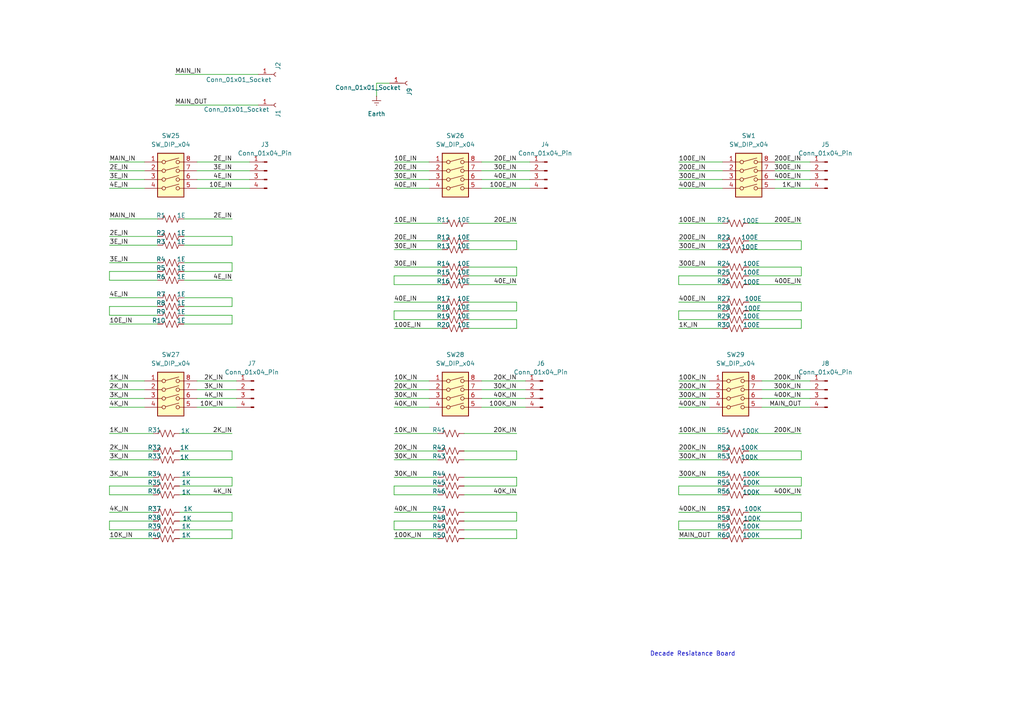
<source format=kicad_sch>
(kicad_sch
	(version 20231120)
	(generator "eeschema")
	(generator_version "8.0")
	(uuid "186577b9-55d6-4622-a495-5d2250fbad88")
	(paper "A4")
	(lib_symbols
		(symbol "Connector:Conn_01x01_Socket"
			(pin_names
				(offset 1.016) hide)
			(exclude_from_sim no)
			(in_bom yes)
			(on_board yes)
			(property "Reference" "J"
				(at 0 2.54 0)
				(effects
					(font
						(size 1.27 1.27)
					)
				)
			)
			(property "Value" "Conn_01x01_Socket"
				(at 0 -2.54 0)
				(effects
					(font
						(size 1.27 1.27)
					)
				)
			)
			(property "Footprint" ""
				(at 0 0 0)
				(effects
					(font
						(size 1.27 1.27)
					)
					(hide yes)
				)
			)
			(property "Datasheet" "~"
				(at 0 0 0)
				(effects
					(font
						(size 1.27 1.27)
					)
					(hide yes)
				)
			)
			(property "Description" "Generic connector, single row, 01x01, script generated"
				(at 0 0 0)
				(effects
					(font
						(size 1.27 1.27)
					)
					(hide yes)
				)
			)
			(property "ki_locked" ""
				(at 0 0 0)
				(effects
					(font
						(size 1.27 1.27)
					)
				)
			)
			(property "ki_keywords" "connector"
				(at 0 0 0)
				(effects
					(font
						(size 1.27 1.27)
					)
					(hide yes)
				)
			)
			(property "ki_fp_filters" "Connector*:*_1x??_*"
				(at 0 0 0)
				(effects
					(font
						(size 1.27 1.27)
					)
					(hide yes)
				)
			)
			(symbol "Conn_01x01_Socket_1_1"
				(polyline
					(pts
						(xy -1.27 0) (xy -0.508 0)
					)
					(stroke
						(width 0.1524)
						(type default)
					)
					(fill
						(type none)
					)
				)
				(arc
					(start 0 0.508)
					(mid -0.5058 0)
					(end 0 -0.508)
					(stroke
						(width 0.1524)
						(type default)
					)
					(fill
						(type none)
					)
				)
				(pin passive line
					(at -5.08 0 0)
					(length 3.81)
					(name "Pin_1"
						(effects
							(font
								(size 1.27 1.27)
							)
						)
					)
					(number "1"
						(effects
							(font
								(size 1.27 1.27)
							)
						)
					)
				)
			)
		)
		(symbol "Connector:Conn_01x04_Pin"
			(pin_names
				(offset 1.016) hide)
			(exclude_from_sim no)
			(in_bom yes)
			(on_board yes)
			(property "Reference" "J"
				(at 0 5.08 0)
				(effects
					(font
						(size 1.27 1.27)
					)
				)
			)
			(property "Value" "Conn_01x04_Pin"
				(at 0 -7.62 0)
				(effects
					(font
						(size 1.27 1.27)
					)
				)
			)
			(property "Footprint" ""
				(at 0 0 0)
				(effects
					(font
						(size 1.27 1.27)
					)
					(hide yes)
				)
			)
			(property "Datasheet" "~"
				(at 0 0 0)
				(effects
					(font
						(size 1.27 1.27)
					)
					(hide yes)
				)
			)
			(property "Description" "Generic connector, single row, 01x04, script generated"
				(at 0 0 0)
				(effects
					(font
						(size 1.27 1.27)
					)
					(hide yes)
				)
			)
			(property "ki_locked" ""
				(at 0 0 0)
				(effects
					(font
						(size 1.27 1.27)
					)
				)
			)
			(property "ki_keywords" "connector"
				(at 0 0 0)
				(effects
					(font
						(size 1.27 1.27)
					)
					(hide yes)
				)
			)
			(property "ki_fp_filters" "Connector*:*_1x??_*"
				(at 0 0 0)
				(effects
					(font
						(size 1.27 1.27)
					)
					(hide yes)
				)
			)
			(symbol "Conn_01x04_Pin_1_1"
				(polyline
					(pts
						(xy 1.27 -5.08) (xy 0.8636 -5.08)
					)
					(stroke
						(width 0.1524)
						(type default)
					)
					(fill
						(type none)
					)
				)
				(polyline
					(pts
						(xy 1.27 -2.54) (xy 0.8636 -2.54)
					)
					(stroke
						(width 0.1524)
						(type default)
					)
					(fill
						(type none)
					)
				)
				(polyline
					(pts
						(xy 1.27 0) (xy 0.8636 0)
					)
					(stroke
						(width 0.1524)
						(type default)
					)
					(fill
						(type none)
					)
				)
				(polyline
					(pts
						(xy 1.27 2.54) (xy 0.8636 2.54)
					)
					(stroke
						(width 0.1524)
						(type default)
					)
					(fill
						(type none)
					)
				)
				(rectangle
					(start 0.8636 -4.953)
					(end 0 -5.207)
					(stroke
						(width 0.1524)
						(type default)
					)
					(fill
						(type outline)
					)
				)
				(rectangle
					(start 0.8636 -2.413)
					(end 0 -2.667)
					(stroke
						(width 0.1524)
						(type default)
					)
					(fill
						(type outline)
					)
				)
				(rectangle
					(start 0.8636 0.127)
					(end 0 -0.127)
					(stroke
						(width 0.1524)
						(type default)
					)
					(fill
						(type outline)
					)
				)
				(rectangle
					(start 0.8636 2.667)
					(end 0 2.413)
					(stroke
						(width 0.1524)
						(type default)
					)
					(fill
						(type outline)
					)
				)
				(pin passive line
					(at 5.08 2.54 180)
					(length 3.81)
					(name "Pin_1"
						(effects
							(font
								(size 1.27 1.27)
							)
						)
					)
					(number "1"
						(effects
							(font
								(size 1.27 1.27)
							)
						)
					)
				)
				(pin passive line
					(at 5.08 0 180)
					(length 3.81)
					(name "Pin_2"
						(effects
							(font
								(size 1.27 1.27)
							)
						)
					)
					(number "2"
						(effects
							(font
								(size 1.27 1.27)
							)
						)
					)
				)
				(pin passive line
					(at 5.08 -2.54 180)
					(length 3.81)
					(name "Pin_3"
						(effects
							(font
								(size 1.27 1.27)
							)
						)
					)
					(number "3"
						(effects
							(font
								(size 1.27 1.27)
							)
						)
					)
				)
				(pin passive line
					(at 5.08 -5.08 180)
					(length 3.81)
					(name "Pin_4"
						(effects
							(font
								(size 1.27 1.27)
							)
						)
					)
					(number "4"
						(effects
							(font
								(size 1.27 1.27)
							)
						)
					)
				)
			)
		)
		(symbol "Device:R_US"
			(pin_numbers hide)
			(pin_names
				(offset 0)
			)
			(exclude_from_sim no)
			(in_bom yes)
			(on_board yes)
			(property "Reference" "R"
				(at 2.54 0 90)
				(effects
					(font
						(size 1.27 1.27)
					)
				)
			)
			(property "Value" "R_US"
				(at -2.54 0 90)
				(effects
					(font
						(size 1.27 1.27)
					)
				)
			)
			(property "Footprint" ""
				(at 1.016 -0.254 90)
				(effects
					(font
						(size 1.27 1.27)
					)
					(hide yes)
				)
			)
			(property "Datasheet" "~"
				(at 0 0 0)
				(effects
					(font
						(size 1.27 1.27)
					)
					(hide yes)
				)
			)
			(property "Description" "Resistor, US symbol"
				(at 0 0 0)
				(effects
					(font
						(size 1.27 1.27)
					)
					(hide yes)
				)
			)
			(property "ki_keywords" "R res resistor"
				(at 0 0 0)
				(effects
					(font
						(size 1.27 1.27)
					)
					(hide yes)
				)
			)
			(property "ki_fp_filters" "R_*"
				(at 0 0 0)
				(effects
					(font
						(size 1.27 1.27)
					)
					(hide yes)
				)
			)
			(symbol "R_US_0_1"
				(polyline
					(pts
						(xy 0 -2.286) (xy 0 -2.54)
					)
					(stroke
						(width 0)
						(type default)
					)
					(fill
						(type none)
					)
				)
				(polyline
					(pts
						(xy 0 2.286) (xy 0 2.54)
					)
					(stroke
						(width 0)
						(type default)
					)
					(fill
						(type none)
					)
				)
				(polyline
					(pts
						(xy 0 -0.762) (xy 1.016 -1.143) (xy 0 -1.524) (xy -1.016 -1.905) (xy 0 -2.286)
					)
					(stroke
						(width 0)
						(type default)
					)
					(fill
						(type none)
					)
				)
				(polyline
					(pts
						(xy 0 0.762) (xy 1.016 0.381) (xy 0 0) (xy -1.016 -0.381) (xy 0 -0.762)
					)
					(stroke
						(width 0)
						(type default)
					)
					(fill
						(type none)
					)
				)
				(polyline
					(pts
						(xy 0 2.286) (xy 1.016 1.905) (xy 0 1.524) (xy -1.016 1.143) (xy 0 0.762)
					)
					(stroke
						(width 0)
						(type default)
					)
					(fill
						(type none)
					)
				)
			)
			(symbol "R_US_1_1"
				(pin passive line
					(at 0 3.81 270)
					(length 1.27)
					(name "~"
						(effects
							(font
								(size 1.27 1.27)
							)
						)
					)
					(number "1"
						(effects
							(font
								(size 1.27 1.27)
							)
						)
					)
				)
				(pin passive line
					(at 0 -3.81 90)
					(length 1.27)
					(name "~"
						(effects
							(font
								(size 1.27 1.27)
							)
						)
					)
					(number "2"
						(effects
							(font
								(size 1.27 1.27)
							)
						)
					)
				)
			)
		)
		(symbol "Switch:SW_DIP_x04"
			(pin_names
				(offset 0) hide)
			(exclude_from_sim no)
			(in_bom yes)
			(on_board yes)
			(property "Reference" "SW"
				(at 0 8.89 0)
				(effects
					(font
						(size 1.27 1.27)
					)
				)
			)
			(property "Value" "SW_DIP_x04"
				(at 0 -6.35 0)
				(effects
					(font
						(size 1.27 1.27)
					)
				)
			)
			(property "Footprint" ""
				(at 0 0 0)
				(effects
					(font
						(size 1.27 1.27)
					)
					(hide yes)
				)
			)
			(property "Datasheet" "~"
				(at 0 0 0)
				(effects
					(font
						(size 1.27 1.27)
					)
					(hide yes)
				)
			)
			(property "Description" "4x DIP Switch, Single Pole Single Throw (SPST) switch, small symbol"
				(at 0 0 0)
				(effects
					(font
						(size 1.27 1.27)
					)
					(hide yes)
				)
			)
			(property "ki_keywords" "dip switch"
				(at 0 0 0)
				(effects
					(font
						(size 1.27 1.27)
					)
					(hide yes)
				)
			)
			(property "ki_fp_filters" "SW?DIP?x4*"
				(at 0 0 0)
				(effects
					(font
						(size 1.27 1.27)
					)
					(hide yes)
				)
			)
			(symbol "SW_DIP_x04_0_0"
				(circle
					(center -2.032 -2.54)
					(radius 0.508)
					(stroke
						(width 0)
						(type default)
					)
					(fill
						(type none)
					)
				)
				(circle
					(center -2.032 0)
					(radius 0.508)
					(stroke
						(width 0)
						(type default)
					)
					(fill
						(type none)
					)
				)
				(circle
					(center -2.032 2.54)
					(radius 0.508)
					(stroke
						(width 0)
						(type default)
					)
					(fill
						(type none)
					)
				)
				(circle
					(center -2.032 5.08)
					(radius 0.508)
					(stroke
						(width 0)
						(type default)
					)
					(fill
						(type none)
					)
				)
				(polyline
					(pts
						(xy -1.524 -2.3876) (xy 2.3622 -1.3462)
					)
					(stroke
						(width 0)
						(type default)
					)
					(fill
						(type none)
					)
				)
				(polyline
					(pts
						(xy -1.524 0.127) (xy 2.3622 1.1684)
					)
					(stroke
						(width 0)
						(type default)
					)
					(fill
						(type none)
					)
				)
				(polyline
					(pts
						(xy -1.524 2.667) (xy 2.3622 3.7084)
					)
					(stroke
						(width 0)
						(type default)
					)
					(fill
						(type none)
					)
				)
				(polyline
					(pts
						(xy -1.524 5.207) (xy 2.3622 6.2484)
					)
					(stroke
						(width 0)
						(type default)
					)
					(fill
						(type none)
					)
				)
				(circle
					(center 2.032 -2.54)
					(radius 0.508)
					(stroke
						(width 0)
						(type default)
					)
					(fill
						(type none)
					)
				)
				(circle
					(center 2.032 0)
					(radius 0.508)
					(stroke
						(width 0)
						(type default)
					)
					(fill
						(type none)
					)
				)
				(circle
					(center 2.032 2.54)
					(radius 0.508)
					(stroke
						(width 0)
						(type default)
					)
					(fill
						(type none)
					)
				)
				(circle
					(center 2.032 5.08)
					(radius 0.508)
					(stroke
						(width 0)
						(type default)
					)
					(fill
						(type none)
					)
				)
			)
			(symbol "SW_DIP_x04_0_1"
				(rectangle
					(start -3.81 7.62)
					(end 3.81 -5.08)
					(stroke
						(width 0.254)
						(type default)
					)
					(fill
						(type background)
					)
				)
			)
			(symbol "SW_DIP_x04_1_1"
				(pin passive line
					(at -7.62 5.08 0)
					(length 5.08)
					(name "~"
						(effects
							(font
								(size 1.27 1.27)
							)
						)
					)
					(number "1"
						(effects
							(font
								(size 1.27 1.27)
							)
						)
					)
				)
				(pin passive line
					(at -7.62 2.54 0)
					(length 5.08)
					(name "~"
						(effects
							(font
								(size 1.27 1.27)
							)
						)
					)
					(number "2"
						(effects
							(font
								(size 1.27 1.27)
							)
						)
					)
				)
				(pin passive line
					(at -7.62 0 0)
					(length 5.08)
					(name "~"
						(effects
							(font
								(size 1.27 1.27)
							)
						)
					)
					(number "3"
						(effects
							(font
								(size 1.27 1.27)
							)
						)
					)
				)
				(pin passive line
					(at -7.62 -2.54 0)
					(length 5.08)
					(name "~"
						(effects
							(font
								(size 1.27 1.27)
							)
						)
					)
					(number "4"
						(effects
							(font
								(size 1.27 1.27)
							)
						)
					)
				)
				(pin passive line
					(at 7.62 -2.54 180)
					(length 5.08)
					(name "~"
						(effects
							(font
								(size 1.27 1.27)
							)
						)
					)
					(number "5"
						(effects
							(font
								(size 1.27 1.27)
							)
						)
					)
				)
				(pin passive line
					(at 7.62 0 180)
					(length 5.08)
					(name "~"
						(effects
							(font
								(size 1.27 1.27)
							)
						)
					)
					(number "6"
						(effects
							(font
								(size 1.27 1.27)
							)
						)
					)
				)
				(pin passive line
					(at 7.62 2.54 180)
					(length 5.08)
					(name "~"
						(effects
							(font
								(size 1.27 1.27)
							)
						)
					)
					(number "7"
						(effects
							(font
								(size 1.27 1.27)
							)
						)
					)
				)
				(pin passive line
					(at 7.62 5.08 180)
					(length 5.08)
					(name "~"
						(effects
							(font
								(size 1.27 1.27)
							)
						)
					)
					(number "8"
						(effects
							(font
								(size 1.27 1.27)
							)
						)
					)
				)
			)
		)
		(symbol "power:Earth"
			(power)
			(pin_numbers hide)
			(pin_names
				(offset 0) hide)
			(exclude_from_sim no)
			(in_bom yes)
			(on_board yes)
			(property "Reference" "#PWR"
				(at 0 -6.35 0)
				(effects
					(font
						(size 1.27 1.27)
					)
					(hide yes)
				)
			)
			(property "Value" "Earth"
				(at 0 -3.81 0)
				(effects
					(font
						(size 1.27 1.27)
					)
				)
			)
			(property "Footprint" ""
				(at 0 0 0)
				(effects
					(font
						(size 1.27 1.27)
					)
					(hide yes)
				)
			)
			(property "Datasheet" "~"
				(at 0 0 0)
				(effects
					(font
						(size 1.27 1.27)
					)
					(hide yes)
				)
			)
			(property "Description" "Power symbol creates a global label with name \"Earth\""
				(at 0 0 0)
				(effects
					(font
						(size 1.27 1.27)
					)
					(hide yes)
				)
			)
			(property "ki_keywords" "global ground gnd"
				(at 0 0 0)
				(effects
					(font
						(size 1.27 1.27)
					)
					(hide yes)
				)
			)
			(symbol "Earth_0_1"
				(polyline
					(pts
						(xy -0.635 -1.905) (xy 0.635 -1.905)
					)
					(stroke
						(width 0)
						(type default)
					)
					(fill
						(type none)
					)
				)
				(polyline
					(pts
						(xy -0.127 -2.54) (xy 0.127 -2.54)
					)
					(stroke
						(width 0)
						(type default)
					)
					(fill
						(type none)
					)
				)
				(polyline
					(pts
						(xy 0 -1.27) (xy 0 0)
					)
					(stroke
						(width 0)
						(type default)
					)
					(fill
						(type none)
					)
				)
				(polyline
					(pts
						(xy 1.27 -1.27) (xy -1.27 -1.27)
					)
					(stroke
						(width 0)
						(type default)
					)
					(fill
						(type none)
					)
				)
			)
			(symbol "Earth_1_1"
				(pin power_in line
					(at 0 0 270)
					(length 0)
					(name "~"
						(effects
							(font
								(size 1.27 1.27)
							)
						)
					)
					(number "1"
						(effects
							(font
								(size 1.27 1.27)
							)
						)
					)
				)
			)
		)
	)
	(wire
		(pts
			(xy 232.41 140.97) (xy 217.17 140.97)
		)
		(stroke
			(width 0)
			(type default)
		)
		(uuid "038c9f88-840d-41ef-858b-7088de630680")
	)
	(wire
		(pts
			(xy 217.17 82.55) (xy 232.41 82.55)
		)
		(stroke
			(width 0)
			(type default)
		)
		(uuid "057b5de5-e653-479b-acbb-812f4cc96f52")
	)
	(wire
		(pts
			(xy 67.31 68.58) (xy 67.31 71.12)
		)
		(stroke
			(width 0)
			(type default)
		)
		(uuid "0642c089-a47a-4330-94ef-d08f355487d0")
	)
	(wire
		(pts
			(xy 31.75 68.58) (xy 45.72 68.58)
		)
		(stroke
			(width 0)
			(type default)
		)
		(uuid "06a86c45-8bb5-4ed1-9494-9818dee0efa2")
	)
	(wire
		(pts
			(xy 232.41 130.81) (xy 232.41 133.35)
		)
		(stroke
			(width 0)
			(type default)
		)
		(uuid "0927cf7b-e283-446e-a54a-427c47cae2cf")
	)
	(wire
		(pts
			(xy 114.3 90.17) (xy 128.27 90.17)
		)
		(stroke
			(width 0)
			(type default)
		)
		(uuid "09b681e3-4b7e-4f44-9c7e-ebd65498841d")
	)
	(wire
		(pts
			(xy 114.3 80.01) (xy 114.3 82.55)
		)
		(stroke
			(width 0)
			(type default)
		)
		(uuid "0a4462a9-d064-4d9c-bc03-96e95e04db6b")
	)
	(wire
		(pts
			(xy 53.34 86.36) (xy 67.31 86.36)
		)
		(stroke
			(width 0)
			(type default)
		)
		(uuid "0ac4258b-e1da-4629-bd5f-be41dd42b76e")
	)
	(wire
		(pts
			(xy 31.75 113.03) (xy 41.91 113.03)
		)
		(stroke
			(width 0)
			(type default)
		)
		(uuid "0b97ea44-2fb4-4df4-93da-521abb909ba8")
	)
	(wire
		(pts
			(xy 196.85 46.99) (xy 209.55 46.99)
		)
		(stroke
			(width 0)
			(type default)
		)
		(uuid "0e60acfb-cb45-44a9-bbef-2e076847af26")
	)
	(wire
		(pts
			(xy 114.3 46.99) (xy 124.46 46.99)
		)
		(stroke
			(width 0)
			(type default)
		)
		(uuid "0e90f4ae-dcd1-42de-9e3d-823d40a722f5")
	)
	(wire
		(pts
			(xy 114.3 133.35) (xy 127 133.35)
		)
		(stroke
			(width 0)
			(type default)
		)
		(uuid "106e3b2f-1d23-4985-af51-6fc5d4f4f3b9")
	)
	(wire
		(pts
			(xy 114.3 52.07) (xy 124.46 52.07)
		)
		(stroke
			(width 0)
			(type default)
		)
		(uuid "12738211-fd27-4887-bb2f-27679cb103e8")
	)
	(wire
		(pts
			(xy 139.7 115.57) (xy 152.4 115.57)
		)
		(stroke
			(width 0)
			(type default)
		)
		(uuid "1298248a-f154-4105-9f81-44e372e8cf6f")
	)
	(wire
		(pts
			(xy 196.85 133.35) (xy 209.55 133.35)
		)
		(stroke
			(width 0)
			(type default)
		)
		(uuid "12b23c1e-882b-4566-a3f2-60ebf5c68763")
	)
	(wire
		(pts
			(xy 114.3 130.81) (xy 127 130.81)
		)
		(stroke
			(width 0)
			(type default)
		)
		(uuid "171efff2-492f-4954-a854-0fa9650c33e1")
	)
	(wire
		(pts
			(xy 232.41 153.67) (xy 232.41 156.21)
		)
		(stroke
			(width 0)
			(type default)
		)
		(uuid "1a0442f0-9751-4ad0-9575-7789f452e9b9")
	)
	(wire
		(pts
			(xy 196.85 49.53) (xy 209.55 49.53)
		)
		(stroke
			(width 0)
			(type default)
		)
		(uuid "1ae17312-3202-4bd2-a1ef-4dd5939d36b5")
	)
	(wire
		(pts
			(xy 217.17 64.77) (xy 232.41 64.77)
		)
		(stroke
			(width 0)
			(type default)
		)
		(uuid "1bad57f5-e633-4e68-a794-ae30eaf0f75c")
	)
	(wire
		(pts
			(xy 53.34 88.9) (xy 67.31 88.9)
		)
		(stroke
			(width 0)
			(type default)
		)
		(uuid "1ca30bad-0fad-4447-9f4c-e0ab088331da")
	)
	(wire
		(pts
			(xy 224.79 52.07) (xy 234.95 52.07)
		)
		(stroke
			(width 0)
			(type default)
		)
		(uuid "1e164326-855b-4f7b-ad17-20fcaaca02a0")
	)
	(wire
		(pts
			(xy 114.3 143.51) (xy 127 143.51)
		)
		(stroke
			(width 0)
			(type default)
		)
		(uuid "1ee649db-b032-402a-82e0-4da1c739ada8")
	)
	(wire
		(pts
			(xy 232.41 95.25) (xy 217.17 95.25)
		)
		(stroke
			(width 0)
			(type default)
		)
		(uuid "1f958bb5-238f-421a-95a8-a13e671948ac")
	)
	(wire
		(pts
			(xy 57.15 118.11) (xy 68.58 118.11)
		)
		(stroke
			(width 0)
			(type default)
		)
		(uuid "1fc64514-a41d-4c5f-9eba-723b02244978")
	)
	(wire
		(pts
			(xy 135.89 64.77) (xy 149.86 64.77)
		)
		(stroke
			(width 0)
			(type default)
		)
		(uuid "2030f6de-4598-4ebc-9557-459bbed4d07c")
	)
	(wire
		(pts
			(xy 31.75 46.99) (xy 41.91 46.99)
		)
		(stroke
			(width 0)
			(type default)
		)
		(uuid "207291c3-8c77-40a8-99fc-f947f8b92faf")
	)
	(wire
		(pts
			(xy 135.89 82.55) (xy 149.86 82.55)
		)
		(stroke
			(width 0)
			(type default)
		)
		(uuid "20ea37b8-3738-4f4f-a899-1fea8782b313")
	)
	(wire
		(pts
			(xy 209.55 80.01) (xy 196.85 80.01)
		)
		(stroke
			(width 0)
			(type default)
		)
		(uuid "220277c4-0e9c-47b3-8df8-833bea979585")
	)
	(wire
		(pts
			(xy 31.75 88.9) (xy 31.75 91.44)
		)
		(stroke
			(width 0)
			(type default)
		)
		(uuid "2204f780-704f-48e2-baff-c3550c62f864")
	)
	(wire
		(pts
			(xy 67.31 138.43) (xy 67.31 140.97)
		)
		(stroke
			(width 0)
			(type default)
		)
		(uuid "268f9630-8baa-4c8c-8c72-4cc992cae110")
	)
	(wire
		(pts
			(xy 149.86 151.13) (xy 134.62 151.13)
		)
		(stroke
			(width 0)
			(type default)
		)
		(uuid "2956b948-fb8d-442e-ba1e-2594a9a38e79")
	)
	(wire
		(pts
			(xy 109.22 27.94) (xy 109.22 24.13)
		)
		(stroke
			(width 0)
			(type default)
		)
		(uuid "29f1d903-7eef-4a5b-aeb4-67cd70e0e66e")
	)
	(wire
		(pts
			(xy 220.98 113.03) (xy 234.95 113.03)
		)
		(stroke
			(width 0)
			(type default)
		)
		(uuid "2a6d79e4-84de-4b31-8786-18e161a66e33")
	)
	(wire
		(pts
			(xy 196.85 151.13) (xy 196.85 153.67)
		)
		(stroke
			(width 0)
			(type default)
		)
		(uuid "2acd28c7-8585-4e96-ada2-5aa3d9c286b4")
	)
	(wire
		(pts
			(xy 114.3 95.25) (xy 128.27 95.25)
		)
		(stroke
			(width 0)
			(type default)
		)
		(uuid "2b1d42ae-52d1-449f-9397-7e3833109d3a")
	)
	(wire
		(pts
			(xy 196.85 140.97) (xy 196.85 143.51)
		)
		(stroke
			(width 0)
			(type default)
		)
		(uuid "2c979119-f7be-4ef9-ae01-b6ba9699e64b")
	)
	(wire
		(pts
			(xy 149.86 87.63) (xy 149.86 90.17)
		)
		(stroke
			(width 0)
			(type default)
		)
		(uuid "2cea4275-6706-4284-90d1-7ba3b7c3248f")
	)
	(wire
		(pts
			(xy 57.15 113.03) (xy 68.58 113.03)
		)
		(stroke
			(width 0)
			(type default)
		)
		(uuid "2e4a3c09-961f-4a1b-a43e-ea040e890866")
	)
	(wire
		(pts
			(xy 232.41 156.21) (xy 217.17 156.21)
		)
		(stroke
			(width 0)
			(type default)
		)
		(uuid "2ea4e016-f0ae-407a-8a6d-b132c04f4b93")
	)
	(wire
		(pts
			(xy 149.86 130.81) (xy 149.86 133.35)
		)
		(stroke
			(width 0)
			(type default)
		)
		(uuid "2f4ab9af-e7e8-45e1-9de2-7d775b9efa61")
	)
	(wire
		(pts
			(xy 72.39 54.61) (xy 57.15 54.61)
		)
		(stroke
			(width 0)
			(type default)
		)
		(uuid "321f6285-60e8-4ff7-9cec-1a01ecdbdc09")
	)
	(wire
		(pts
			(xy 52.07 153.67) (xy 67.31 153.67)
		)
		(stroke
			(width 0)
			(type default)
		)
		(uuid "336b0d2a-df9d-4e8f-b2d7-f86b8e7c26be")
	)
	(wire
		(pts
			(xy 149.86 148.59) (xy 149.86 151.13)
		)
		(stroke
			(width 0)
			(type default)
		)
		(uuid "33ed71ee-320e-48eb-bd2a-411ec2b112e0")
	)
	(wire
		(pts
			(xy 196.85 95.25) (xy 209.55 95.25)
		)
		(stroke
			(width 0)
			(type default)
		)
		(uuid "34e612e4-48f8-4261-9e88-206adeaa561e")
	)
	(wire
		(pts
			(xy 232.41 90.17) (xy 217.17 90.17)
		)
		(stroke
			(width 0)
			(type default)
		)
		(uuid "3501b802-3ccd-4a30-aa6a-40e602f628e4")
	)
	(wire
		(pts
			(xy 67.31 86.36) (xy 67.31 88.9)
		)
		(stroke
			(width 0)
			(type default)
		)
		(uuid "351eb783-afb9-4997-85de-f7d10a0c8596")
	)
	(wire
		(pts
			(xy 135.89 95.25) (xy 149.86 95.25)
		)
		(stroke
			(width 0)
			(type default)
		)
		(uuid "3560559d-4c5e-42c2-83be-207957f175c4")
	)
	(wire
		(pts
			(xy 217.17 148.59) (xy 232.41 148.59)
		)
		(stroke
			(width 0)
			(type default)
		)
		(uuid "35e70143-28a3-4d32-bdb6-25bcb6d83afc")
	)
	(wire
		(pts
			(xy 135.89 87.63) (xy 149.86 87.63)
		)
		(stroke
			(width 0)
			(type default)
		)
		(uuid "37546c16-7d17-4f63-b85b-7de57f20b9bd")
	)
	(wire
		(pts
			(xy 149.86 92.71) (xy 149.86 95.25)
		)
		(stroke
			(width 0)
			(type default)
		)
		(uuid "3791cafd-a3f3-4f0a-be7c-897cbdd4a640")
	)
	(wire
		(pts
			(xy 31.75 81.28) (xy 45.72 81.28)
		)
		(stroke
			(width 0)
			(type default)
		)
		(uuid "3b1c7c8e-62f3-4720-a415-46a22ec37c1c")
	)
	(wire
		(pts
			(xy 232.41 148.59) (xy 232.41 151.13)
		)
		(stroke
			(width 0)
			(type default)
		)
		(uuid "3b87d7c6-c68e-4b84-99f0-7363ef4b11a1")
	)
	(wire
		(pts
			(xy 67.31 91.44) (xy 67.31 93.98)
		)
		(stroke
			(width 0)
			(type default)
		)
		(uuid "3d3bc59a-1601-4603-b0a0-c2c55e198a89")
	)
	(wire
		(pts
			(xy 134.62 148.59) (xy 149.86 148.59)
		)
		(stroke
			(width 0)
			(type default)
		)
		(uuid "3f1a80f5-7126-45b0-b61c-87b3f56a22c4")
	)
	(wire
		(pts
			(xy 114.3 138.43) (xy 127 138.43)
		)
		(stroke
			(width 0)
			(type default)
		)
		(uuid "3fd3dc31-8e67-4ccd-9a48-ad98e37e1953")
	)
	(wire
		(pts
			(xy 196.85 115.57) (xy 205.74 115.57)
		)
		(stroke
			(width 0)
			(type default)
		)
		(uuid "41095ffb-e4a6-4762-a0a6-88b4239ee5b5")
	)
	(wire
		(pts
			(xy 232.41 77.47) (xy 232.41 80.01)
		)
		(stroke
			(width 0)
			(type default)
		)
		(uuid "41cf1f5b-9c0b-4542-8cf0-d22daa6615cf")
	)
	(wire
		(pts
			(xy 224.79 49.53) (xy 234.95 49.53)
		)
		(stroke
			(width 0)
			(type default)
		)
		(uuid "44d95e2e-ad4c-43c7-99c0-e8345badf325")
	)
	(wire
		(pts
			(xy 114.3 69.85) (xy 128.27 69.85)
		)
		(stroke
			(width 0)
			(type default)
		)
		(uuid "46a89d7f-570a-4c23-bf64-f8181a3bffc4")
	)
	(wire
		(pts
			(xy 31.75 93.98) (xy 45.72 93.98)
		)
		(stroke
			(width 0)
			(type default)
		)
		(uuid "47e8d564-e822-4154-8b6d-400af3684b94")
	)
	(wire
		(pts
			(xy 114.3 49.53) (xy 124.46 49.53)
		)
		(stroke
			(width 0)
			(type default)
		)
		(uuid "4a9c74cc-3f02-40f4-8dfe-d4cf1f57d38f")
	)
	(wire
		(pts
			(xy 53.34 78.74) (xy 67.31 78.74)
		)
		(stroke
			(width 0)
			(type default)
		)
		(uuid "4b869611-bc39-4109-a815-06c0eb2607a1")
	)
	(wire
		(pts
			(xy 196.85 92.71) (xy 209.55 92.71)
		)
		(stroke
			(width 0)
			(type default)
		)
		(uuid "4d4a6864-1680-4f9a-83a7-fe17e3d1ed3b")
	)
	(wire
		(pts
			(xy 196.85 110.49) (xy 205.74 110.49)
		)
		(stroke
			(width 0)
			(type default)
		)
		(uuid "4d753b9d-ec33-4431-b611-64887f8cff5b")
	)
	(wire
		(pts
			(xy 53.34 81.28) (xy 67.31 81.28)
		)
		(stroke
			(width 0)
			(type default)
		)
		(uuid "4e620266-8312-4931-a310-3301bf36509c")
	)
	(wire
		(pts
			(xy 232.41 133.35) (xy 217.17 133.35)
		)
		(stroke
			(width 0)
			(type default)
		)
		(uuid "50dacb4a-0867-4a4f-952e-65aa2b8844fa")
	)
	(wire
		(pts
			(xy 135.89 77.47) (xy 149.86 77.47)
		)
		(stroke
			(width 0)
			(type default)
		)
		(uuid "536bf4ec-55c0-4b5e-bbbb-4646c8828bef")
	)
	(wire
		(pts
			(xy 196.85 64.77) (xy 209.55 64.77)
		)
		(stroke
			(width 0)
			(type default)
		)
		(uuid "54467b47-d783-4157-ab3e-911e2301620f")
	)
	(wire
		(pts
			(xy 31.75 125.73) (xy 44.45 125.73)
		)
		(stroke
			(width 0)
			(type default)
		)
		(uuid "5e9119fd-bab9-4d60-89f1-bc84f36dc57d")
	)
	(wire
		(pts
			(xy 149.86 138.43) (xy 149.86 140.97)
		)
		(stroke
			(width 0)
			(type default)
		)
		(uuid "5fcec692-036a-4830-b60a-c6af87be2be4")
	)
	(wire
		(pts
			(xy 31.75 88.9) (xy 45.72 88.9)
		)
		(stroke
			(width 0)
			(type default)
		)
		(uuid "605627e4-e898-484a-9f66-f082ee416a12")
	)
	(wire
		(pts
			(xy 196.85 90.17) (xy 196.85 92.71)
		)
		(stroke
			(width 0)
			(type default)
		)
		(uuid "6252ca70-0015-4fdb-957d-55e6539e298c")
	)
	(wire
		(pts
			(xy 127 140.97) (xy 114.3 140.97)
		)
		(stroke
			(width 0)
			(type default)
		)
		(uuid "629071d5-d785-4369-a3fa-880adc9df837")
	)
	(wire
		(pts
			(xy 139.7 52.07) (xy 153.67 52.07)
		)
		(stroke
			(width 0)
			(type default)
		)
		(uuid "63f1eacc-83f7-45a5-a8b3-1e888b042ac3")
	)
	(wire
		(pts
			(xy 57.15 110.49) (xy 68.58 110.49)
		)
		(stroke
			(width 0)
			(type default)
		)
		(uuid "664e1795-090b-48a4-a651-5ce47dd631e2")
	)
	(wire
		(pts
			(xy 217.17 77.47) (xy 232.41 77.47)
		)
		(stroke
			(width 0)
			(type default)
		)
		(uuid "6abd2ab4-e4fc-4752-8be0-6125828ecd7e")
	)
	(wire
		(pts
			(xy 139.7 46.99) (xy 153.67 46.99)
		)
		(stroke
			(width 0)
			(type default)
		)
		(uuid "6b7e97c3-a287-4d77-beae-e911ddc0ca6c")
	)
	(wire
		(pts
			(xy 196.85 118.11) (xy 205.74 118.11)
		)
		(stroke
			(width 0)
			(type default)
		)
		(uuid "6da363df-7771-4c7a-b0c1-c5539c71f6e9")
	)
	(wire
		(pts
			(xy 67.31 153.67) (xy 67.31 156.21)
		)
		(stroke
			(width 0)
			(type default)
		)
		(uuid "7051b741-d194-445d-bfbb-26e6f2c6079b")
	)
	(wire
		(pts
			(xy 220.98 110.49) (xy 234.95 110.49)
		)
		(stroke
			(width 0)
			(type default)
		)
		(uuid "71349ba8-7d4d-4f60-a7bc-16ff0c5e4b24")
	)
	(wire
		(pts
			(xy 52.07 143.51) (xy 67.31 143.51)
		)
		(stroke
			(width 0)
			(type default)
		)
		(uuid "728e6d6f-33e2-489f-8681-080ff5bbb4bb")
	)
	(wire
		(pts
			(xy 67.31 130.81) (xy 67.31 133.35)
		)
		(stroke
			(width 0)
			(type default)
		)
		(uuid "74334e7d-0383-4e86-938b-e5dec769577b")
	)
	(wire
		(pts
			(xy 31.75 130.81) (xy 44.45 130.81)
		)
		(stroke
			(width 0)
			(type default)
		)
		(uuid "745baaa5-95d2-459a-96ef-b3ecae20e11e")
	)
	(wire
		(pts
			(xy 135.89 72.39) (xy 149.86 72.39)
		)
		(stroke
			(width 0)
			(type default)
		)
		(uuid "74a2b55e-9660-406c-9aa1-18d35c5b1aa7")
	)
	(wire
		(pts
			(xy 217.17 92.71) (xy 232.41 92.71)
		)
		(stroke
			(width 0)
			(type default)
		)
		(uuid "74dc6db9-d23f-4231-a29e-235274564b3b")
	)
	(wire
		(pts
			(xy 31.75 78.74) (xy 45.72 78.74)
		)
		(stroke
			(width 0)
			(type default)
		)
		(uuid "761b53d5-f648-4628-93b9-4196159e94e6")
	)
	(wire
		(pts
			(xy 134.62 125.73) (xy 149.86 125.73)
		)
		(stroke
			(width 0)
			(type default)
		)
		(uuid "77cc75ee-2ae4-48ab-95b4-a4cf163890ba")
	)
	(wire
		(pts
			(xy 31.75 140.97) (xy 31.75 143.51)
		)
		(stroke
			(width 0)
			(type default)
		)
		(uuid "79e22872-9d1a-4b78-b66f-36ac6ec69992")
	)
	(wire
		(pts
			(xy 196.85 52.07) (xy 209.55 52.07)
		)
		(stroke
			(width 0)
			(type default)
		)
		(uuid "7a0e4a61-9c89-4778-a34b-e42cb7fccd0d")
	)
	(wire
		(pts
			(xy 135.89 90.17) (xy 149.86 90.17)
		)
		(stroke
			(width 0)
			(type default)
		)
		(uuid "7aff2eb3-229f-47ba-9334-5e3746530352")
	)
	(wire
		(pts
			(xy 139.7 113.03) (xy 152.4 113.03)
		)
		(stroke
			(width 0)
			(type default)
		)
		(uuid "7ba4e036-b495-4f6a-ab7a-6084804a50ae")
	)
	(wire
		(pts
			(xy 217.17 87.63) (xy 232.41 87.63)
		)
		(stroke
			(width 0)
			(type default)
		)
		(uuid "7c96401d-7e60-4c35-b47b-86da2935e189")
	)
	(wire
		(pts
			(xy 149.86 153.67) (xy 149.86 156.21)
		)
		(stroke
			(width 0)
			(type default)
		)
		(uuid "7ef4bc5c-cd16-46a4-8961-4f0b1a9c33ee")
	)
	(wire
		(pts
			(xy 31.75 115.57) (xy 41.91 115.57)
		)
		(stroke
			(width 0)
			(type default)
		)
		(uuid "7eff964a-4ac0-494c-8296-da304991b253")
	)
	(wire
		(pts
			(xy 53.34 63.5) (xy 67.31 63.5)
		)
		(stroke
			(width 0)
			(type default)
		)
		(uuid "7f3fe722-8ab8-4de4-9e94-13f0a4a122c2")
	)
	(wire
		(pts
			(xy 67.31 140.97) (xy 52.07 140.97)
		)
		(stroke
			(width 0)
			(type default)
		)
		(uuid "7fc83eb5-8ed1-4daa-884a-dac12f5e08c0")
	)
	(wire
		(pts
			(xy 52.07 130.81) (xy 67.31 130.81)
		)
		(stroke
			(width 0)
			(type default)
		)
		(uuid "825203cf-5b5d-4f6a-b813-aa592b9103fa")
	)
	(wire
		(pts
			(xy 109.22 24.13) (xy 113.03 24.13)
		)
		(stroke
			(width 0)
			(type default)
		)
		(uuid "858c7979-ff8c-4b6d-a7f5-b9a05b4bebca")
	)
	(wire
		(pts
			(xy 196.85 87.63) (xy 209.55 87.63)
		)
		(stroke
			(width 0)
			(type default)
		)
		(uuid "85bcdf9e-23f9-461d-8ce0-fc90a9a4765c")
	)
	(wire
		(pts
			(xy 31.75 133.35) (xy 44.45 133.35)
		)
		(stroke
			(width 0)
			(type default)
		)
		(uuid "86e29bab-67ca-4042-95b0-b7dec119ef39")
	)
	(wire
		(pts
			(xy 114.3 110.49) (xy 124.46 110.49)
		)
		(stroke
			(width 0)
			(type default)
		)
		(uuid "87d2f040-438a-46a4-89dd-376b2db2fe83")
	)
	(wire
		(pts
			(xy 196.85 80.01) (xy 196.85 82.55)
		)
		(stroke
			(width 0)
			(type default)
		)
		(uuid "8843af19-ab37-4082-8836-446bae07afb2")
	)
	(wire
		(pts
			(xy 114.3 64.77) (xy 128.27 64.77)
		)
		(stroke
			(width 0)
			(type default)
		)
		(uuid "8a5f4dd9-6985-47e9-9c84-0cf9a51db845")
	)
	(wire
		(pts
			(xy 196.85 54.61) (xy 209.55 54.61)
		)
		(stroke
			(width 0)
			(type default)
		)
		(uuid "8d0b0780-6042-4674-a561-366f6ca72d52")
	)
	(wire
		(pts
			(xy 196.85 130.81) (xy 209.55 130.81)
		)
		(stroke
			(width 0)
			(type default)
		)
		(uuid "8d5f2172-6a3a-4519-8831-82ec0cf61615")
	)
	(wire
		(pts
			(xy 44.45 151.13) (xy 31.75 151.13)
		)
		(stroke
			(width 0)
			(type default)
		)
		(uuid "8f353235-bd88-4c7c-8533-12513a6a266a")
	)
	(wire
		(pts
			(xy 209.55 90.17) (xy 196.85 90.17)
		)
		(stroke
			(width 0)
			(type default)
		)
		(uuid "905356ba-737e-49e8-9f88-fe17b243adaa")
	)
	(wire
		(pts
			(xy 31.75 156.21) (xy 44.45 156.21)
		)
		(stroke
			(width 0)
			(type default)
		)
		(uuid "922d2325-7b3f-44a2-936a-00572f4273ae")
	)
	(wire
		(pts
			(xy 53.34 93.98) (xy 67.31 93.98)
		)
		(stroke
			(width 0)
			(type default)
		)
		(uuid "932da8e4-429c-4761-b5d4-206c3448f79e")
	)
	(wire
		(pts
			(xy 31.75 91.44) (xy 45.72 91.44)
		)
		(stroke
			(width 0)
			(type default)
		)
		(uuid "97002389-f029-414f-af5a-bc1704edd626")
	)
	(wire
		(pts
			(xy 139.7 118.11) (xy 152.4 118.11)
		)
		(stroke
			(width 0)
			(type default)
		)
		(uuid "970c35c4-9e56-4102-8d6d-6f9e9e69e15c")
	)
	(wire
		(pts
			(xy 217.17 153.67) (xy 232.41 153.67)
		)
		(stroke
			(width 0)
			(type default)
		)
		(uuid "9732bfcb-f894-48c4-8369-18e8c6a020f8")
	)
	(wire
		(pts
			(xy 114.3 113.03) (xy 124.46 113.03)
		)
		(stroke
			(width 0)
			(type default)
		)
		(uuid "97e90f08-e896-4287-bcd0-92ac48e14b39")
	)
	(wire
		(pts
			(xy 196.85 82.55) (xy 209.55 82.55)
		)
		(stroke
			(width 0)
			(type default)
		)
		(uuid "99242291-9b17-4feb-a175-70ce7c9745c4")
	)
	(wire
		(pts
			(xy 149.86 156.21) (xy 134.62 156.21)
		)
		(stroke
			(width 0)
			(type default)
		)
		(uuid "9a22d51f-8ba4-47c1-8148-c3d621a1a759")
	)
	(wire
		(pts
			(xy 31.75 138.43) (xy 44.45 138.43)
		)
		(stroke
			(width 0)
			(type default)
		)
		(uuid "9acb7bfb-79a3-4d71-8476-7afb2df689e9")
	)
	(wire
		(pts
			(xy 114.3 148.59) (xy 127 148.59)
		)
		(stroke
			(width 0)
			(type default)
		)
		(uuid "9adffd2c-849f-41d7-8b3b-5355a793d51d")
	)
	(wire
		(pts
			(xy 149.86 140.97) (xy 134.62 140.97)
		)
		(stroke
			(width 0)
			(type default)
		)
		(uuid "9bacc9b4-7a30-4fa8-ada7-2d64da14241b")
	)
	(wire
		(pts
			(xy 31.75 151.13) (xy 31.75 153.67)
		)
		(stroke
			(width 0)
			(type default)
		)
		(uuid "9bfff496-de99-426b-ad9a-1afe51285ad4")
	)
	(wire
		(pts
			(xy 44.45 140.97) (xy 31.75 140.97)
		)
		(stroke
			(width 0)
			(type default)
		)
		(uuid "9cca31b6-219a-4234-9ddb-3f12c590796b")
	)
	(wire
		(pts
			(xy 31.75 110.49) (xy 41.91 110.49)
		)
		(stroke
			(width 0)
			(type default)
		)
		(uuid "9d628fe7-d25f-4aa8-97bf-1c4acce78864")
	)
	(wire
		(pts
			(xy 53.34 71.12) (xy 67.31 71.12)
		)
		(stroke
			(width 0)
			(type default)
		)
		(uuid "9d871f6e-60ab-42c2-9f00-db3b46a83666")
	)
	(wire
		(pts
			(xy 149.86 77.47) (xy 149.86 80.01)
		)
		(stroke
			(width 0)
			(type default)
		)
		(uuid "9e94a36d-c31f-448b-95ce-8fe8a2342514")
	)
	(wire
		(pts
			(xy 127 151.13) (xy 114.3 151.13)
		)
		(stroke
			(width 0)
			(type default)
		)
		(uuid "a09235c6-fff7-44d9-a61b-0ad115756559")
	)
	(wire
		(pts
			(xy 134.62 138.43) (xy 149.86 138.43)
		)
		(stroke
			(width 0)
			(type default)
		)
		(uuid "a119e3d7-1e74-465f-b1c6-febc296dfffe")
	)
	(wire
		(pts
			(xy 52.07 125.73) (xy 67.31 125.73)
		)
		(stroke
			(width 0)
			(type default)
		)
		(uuid "a1d7cd1c-1c45-4a6d-9f7e-a931737828a7")
	)
	(wire
		(pts
			(xy 31.75 86.36) (xy 45.72 86.36)
		)
		(stroke
			(width 0)
			(type default)
		)
		(uuid "a2dd9fe7-163e-4bde-b0fd-a6a8d41080ea")
	)
	(wire
		(pts
			(xy 53.34 91.44) (xy 67.31 91.44)
		)
		(stroke
			(width 0)
			(type default)
		)
		(uuid "a30e5d3b-e3e8-4178-b32c-46d8d806774d")
	)
	(wire
		(pts
			(xy 114.3 80.01) (xy 128.27 80.01)
		)
		(stroke
			(width 0)
			(type default)
		)
		(uuid "a3ec8760-ba93-4de3-91f8-d05f7ac7e6c2")
	)
	(wire
		(pts
			(xy 67.31 148.59) (xy 67.31 151.13)
		)
		(stroke
			(width 0)
			(type default)
		)
		(uuid "a3fefa9f-5c9a-4841-b99e-ca563a61519e")
	)
	(wire
		(pts
			(xy 196.85 148.59) (xy 209.55 148.59)
		)
		(stroke
			(width 0)
			(type default)
		)
		(uuid "a55d8041-1c12-4555-9832-3ab1019eb3b8")
	)
	(wire
		(pts
			(xy 196.85 125.73) (xy 209.55 125.73)
		)
		(stroke
			(width 0)
			(type default)
		)
		(uuid "a644b1ee-b26b-4d0d-9bd1-88c134d9676a")
	)
	(wire
		(pts
			(xy 31.75 143.51) (xy 44.45 143.51)
		)
		(stroke
			(width 0)
			(type default)
		)
		(uuid "a778071d-e42f-47c8-82e8-1524cbd44c35")
	)
	(wire
		(pts
			(xy 232.41 87.63) (xy 232.41 90.17)
		)
		(stroke
			(width 0)
			(type default)
		)
		(uuid "a78d8708-5ad9-450e-b952-0e0f68982c19")
	)
	(wire
		(pts
			(xy 196.85 153.67) (xy 209.55 153.67)
		)
		(stroke
			(width 0)
			(type default)
		)
		(uuid "a7eac711-b4fa-4e72-a5aa-f858c5ee48e9")
	)
	(wire
		(pts
			(xy 217.17 69.85) (xy 232.41 69.85)
		)
		(stroke
			(width 0)
			(type default)
		)
		(uuid "a886af0e-066e-402f-9073-e6a49940a620")
	)
	(wire
		(pts
			(xy 232.41 138.43) (xy 232.41 140.97)
		)
		(stroke
			(width 0)
			(type default)
		)
		(uuid "a8b35060-7fa4-4eb3-91f5-3ae83bd43fdb")
	)
	(wire
		(pts
			(xy 196.85 113.03) (xy 205.74 113.03)
		)
		(stroke
			(width 0)
			(type default)
		)
		(uuid "a8d7149a-5c4a-424d-9f95-ee40e602508c")
	)
	(wire
		(pts
			(xy 232.41 92.71) (xy 232.41 95.25)
		)
		(stroke
			(width 0)
			(type default)
		)
		(uuid "a8d9c62f-2a7f-4543-8932-86dda0600efb")
	)
	(wire
		(pts
			(xy 114.3 87.63) (xy 128.27 87.63)
		)
		(stroke
			(width 0)
			(type default)
		)
		(uuid "a9381b86-619d-4b93-8693-1e4f33383f64")
	)
	(wire
		(pts
			(xy 209.55 151.13) (xy 196.85 151.13)
		)
		(stroke
			(width 0)
			(type default)
		)
		(uuid "aa0ab3bb-f6f6-4b25-90a6-a31b9aa22530")
	)
	(wire
		(pts
			(xy 114.3 54.61) (xy 124.46 54.61)
		)
		(stroke
			(width 0)
			(type default)
		)
		(uuid "ab7539a3-478f-4ddc-968b-1d75f5baece9")
	)
	(wire
		(pts
			(xy 31.75 118.11) (xy 41.91 118.11)
		)
		(stroke
			(width 0)
			(type default)
		)
		(uuid "abf4a433-abc7-44b7-af50-5197225ca6d3")
	)
	(wire
		(pts
			(xy 57.15 115.57) (xy 68.58 115.57)
		)
		(stroke
			(width 0)
			(type default)
		)
		(uuid "ac13244f-8130-4a71-8234-7eb4695952cf")
	)
	(wire
		(pts
			(xy 114.3 90.17) (xy 114.3 92.71)
		)
		(stroke
			(width 0)
			(type default)
		)
		(uuid "ad31e56c-b88b-4b8c-a1fd-f9b4e1adf75d")
	)
	(wire
		(pts
			(xy 196.85 156.21) (xy 209.55 156.21)
		)
		(stroke
			(width 0)
			(type default)
		)
		(uuid "ae8d8ee2-d086-443b-8d85-8aaf34b69803")
	)
	(wire
		(pts
			(xy 53.34 76.2) (xy 67.31 76.2)
		)
		(stroke
			(width 0)
			(type default)
		)
		(uuid "b075b050-0c2d-464e-b54e-966d12bedda6")
	)
	(wire
		(pts
			(xy 134.62 153.67) (xy 149.86 153.67)
		)
		(stroke
			(width 0)
			(type default)
		)
		(uuid "b340493e-cfdd-48a6-9170-834a48989fe0")
	)
	(wire
		(pts
			(xy 31.75 76.2) (xy 45.72 76.2)
		)
		(stroke
			(width 0)
			(type default)
		)
		(uuid "b3a47bc3-7988-48ab-9277-cb504573a861")
	)
	(wire
		(pts
			(xy 196.85 77.47) (xy 209.55 77.47)
		)
		(stroke
			(width 0)
			(type default)
		)
		(uuid "b3e3aa74-1682-4dfa-acf7-9a0e54008a42")
	)
	(wire
		(pts
			(xy 31.75 54.61) (xy 41.91 54.61)
		)
		(stroke
			(width 0)
			(type default)
		)
		(uuid "b433c115-d23f-4a66-a979-a5a67bc7a7d6")
	)
	(wire
		(pts
			(xy 135.89 69.85) (xy 149.86 69.85)
		)
		(stroke
			(width 0)
			(type default)
		)
		(uuid "b6b72972-9b74-4979-9adf-deb6b5133cc2")
	)
	(wire
		(pts
			(xy 209.55 140.97) (xy 196.85 140.97)
		)
		(stroke
			(width 0)
			(type default)
		)
		(uuid "b6c32203-ca2c-4a10-b0f9-19f16492183c")
	)
	(wire
		(pts
			(xy 196.85 72.39) (xy 209.55 72.39)
		)
		(stroke
			(width 0)
			(type default)
		)
		(uuid "b827c071-f499-4710-bebe-4952bfe23584")
	)
	(wire
		(pts
			(xy 114.3 72.39) (xy 128.27 72.39)
		)
		(stroke
			(width 0)
			(type default)
		)
		(uuid "ba406985-ab7c-41c0-bff1-12c4f3e54a60")
	)
	(wire
		(pts
			(xy 114.3 153.67) (xy 127 153.67)
		)
		(stroke
			(width 0)
			(type default)
		)
		(uuid "ba9bb242-a2ba-4872-85d3-4b0a20179ca1")
	)
	(wire
		(pts
			(xy 31.75 63.5) (xy 45.72 63.5)
		)
		(stroke
			(width 0)
			(type default)
		)
		(uuid "bd6d6f34-a05a-4cc3-85da-95f9b4795777")
	)
	(wire
		(pts
			(xy 31.75 78.74) (xy 31.75 81.28)
		)
		(stroke
			(width 0)
			(type default)
		)
		(uuid "c006178c-d131-43f6-9c50-9ed291b0b8d5")
	)
	(wire
		(pts
			(xy 196.85 69.85) (xy 209.55 69.85)
		)
		(stroke
			(width 0)
			(type default)
		)
		(uuid "c01f0eb1-3777-4154-a100-2cbe7448f3db")
	)
	(wire
		(pts
			(xy 72.39 46.99) (xy 57.15 46.99)
		)
		(stroke
			(width 0)
			(type default)
		)
		(uuid "c07f483d-3cc3-4df7-af1e-0c6396f3eea3")
	)
	(wire
		(pts
			(xy 53.34 68.58) (xy 67.31 68.58)
		)
		(stroke
			(width 0)
			(type default)
		)
		(uuid "c0b09091-11a6-4b1b-a343-14451911686a")
	)
	(wire
		(pts
			(xy 31.75 49.53) (xy 41.91 49.53)
		)
		(stroke
			(width 0)
			(type default)
		)
		(uuid "c172ffab-aa7b-4316-a6f3-148b2dbc53fa")
	)
	(wire
		(pts
			(xy 134.62 130.81) (xy 149.86 130.81)
		)
		(stroke
			(width 0)
			(type default)
		)
		(uuid "c1844e74-dab3-4f84-90f2-91f0d788a5ba")
	)
	(wire
		(pts
			(xy 232.41 69.85) (xy 232.41 72.39)
		)
		(stroke
			(width 0)
			(type default)
		)
		(uuid "c1912270-ece4-4aee-8af6-0403ed8cfc24")
	)
	(wire
		(pts
			(xy 52.07 138.43) (xy 67.31 138.43)
		)
		(stroke
			(width 0)
			(type default)
		)
		(uuid "c261dda8-f0b7-4597-8898-ad6c51d35019")
	)
	(wire
		(pts
			(xy 134.62 143.51) (xy 149.86 143.51)
		)
		(stroke
			(width 0)
			(type default)
		)
		(uuid "c2d12b73-5515-4bad-bd46-024b2a783821")
	)
	(wire
		(pts
			(xy 196.85 138.43) (xy 209.55 138.43)
		)
		(stroke
			(width 0)
			(type default)
		)
		(uuid "c6c3b9bd-c965-48e5-a295-62432ad474c3")
	)
	(wire
		(pts
			(xy 114.3 77.47) (xy 128.27 77.47)
		)
		(stroke
			(width 0)
			(type default)
		)
		(uuid "c7f6abe2-f333-48dd-8838-862afbbe6c5f")
	)
	(wire
		(pts
			(xy 31.75 153.67) (xy 44.45 153.67)
		)
		(stroke
			(width 0)
			(type default)
		)
		(uuid "ca9471de-97d3-44a5-a326-dc559cd8b343")
	)
	(wire
		(pts
			(xy 50.8 21.59) (xy 74.93 21.59)
		)
		(stroke
			(width 0)
			(type default)
		)
		(uuid "cc408f45-d265-41c2-bdd7-c739e6962108")
	)
	(wire
		(pts
			(xy 114.3 115.57) (xy 124.46 115.57)
		)
		(stroke
			(width 0)
			(type default)
		)
		(uuid "cd144ecf-8fca-45b1-a9f1-8ba5bd453f8f")
	)
	(wire
		(pts
			(xy 67.31 133.35) (xy 52.07 133.35)
		)
		(stroke
			(width 0)
			(type default)
		)
		(uuid "ce1e193b-6a94-4136-a009-ba29741c73a4")
	)
	(wire
		(pts
			(xy 31.75 71.12) (xy 45.72 71.12)
		)
		(stroke
			(width 0)
			(type default)
		)
		(uuid "ce31090b-dba7-4d8d-8c09-2dece4878497")
	)
	(wire
		(pts
			(xy 72.39 49.53) (xy 57.15 49.53)
		)
		(stroke
			(width 0)
			(type default)
		)
		(uuid "cf5e3a08-e4fa-4107-895b-cc3e5fcf88a7")
	)
	(wire
		(pts
			(xy 139.7 49.53) (xy 153.67 49.53)
		)
		(stroke
			(width 0)
			(type default)
		)
		(uuid "cfdddd36-801b-42c2-9943-56d4617fd92a")
	)
	(wire
		(pts
			(xy 31.75 52.07) (xy 41.91 52.07)
		)
		(stroke
			(width 0)
			(type default)
		)
		(uuid "d1061d39-30d9-4a9e-bbca-241a767840c7")
	)
	(wire
		(pts
			(xy 114.3 82.55) (xy 128.27 82.55)
		)
		(stroke
			(width 0)
			(type default)
		)
		(uuid "d12cc5fb-a1ec-4acd-8676-e34d72aeda71")
	)
	(wire
		(pts
			(xy 52.07 148.59) (xy 67.31 148.59)
		)
		(stroke
			(width 0)
			(type default)
		)
		(uuid "d2d2f10e-fc0a-421f-a170-deb0d1508fcf")
	)
	(wire
		(pts
			(xy 72.39 52.07) (xy 57.15 52.07)
		)
		(stroke
			(width 0)
			(type default)
		)
		(uuid "d58acff6-f6c2-41ef-88cb-20a02b182fe4")
	)
	(wire
		(pts
			(xy 67.31 151.13) (xy 52.07 151.13)
		)
		(stroke
			(width 0)
			(type default)
		)
		(uuid "d5b81ec6-1a10-431b-bf59-cdbb81e9d8e0")
	)
	(wire
		(pts
			(xy 232.41 72.39) (xy 217.17 72.39)
		)
		(stroke
			(width 0)
			(type default)
		)
		(uuid "d89ece50-48ca-40d9-8c41-fff6c96d5255")
	)
	(wire
		(pts
			(xy 114.3 92.71) (xy 128.27 92.71)
		)
		(stroke
			(width 0)
			(type default)
		)
		(uuid "da0fd7b0-6429-40dd-9d46-1bd503e70544")
	)
	(wire
		(pts
			(xy 114.3 118.11) (xy 124.46 118.11)
		)
		(stroke
			(width 0)
			(type default)
		)
		(uuid "da1d75c7-286c-473f-81ec-aa5ce2093a7f")
	)
	(wire
		(pts
			(xy 50.8 30.48) (xy 74.93 30.48)
		)
		(stroke
			(width 0)
			(type default)
		)
		(uuid "db7f9986-42d2-4b7f-a894-d5391f4f445c")
	)
	(wire
		(pts
			(xy 114.3 125.73) (xy 127 125.73)
		)
		(stroke
			(width 0)
			(type default)
		)
		(uuid "deb801b7-24c4-44bc-9299-fe83eb8369ad")
	)
	(wire
		(pts
			(xy 139.7 54.61) (xy 153.67 54.61)
		)
		(stroke
			(width 0)
			(type default)
		)
		(uuid "df8984b6-6a7c-4258-99b0-025c2812ada8")
	)
	(wire
		(pts
			(xy 139.7 110.49) (xy 152.4 110.49)
		)
		(stroke
			(width 0)
			(type default)
		)
		(uuid "e0e6b703-47f8-4dd8-9279-35d1b9316ea5")
	)
	(wire
		(pts
			(xy 114.3 151.13) (xy 114.3 153.67)
		)
		(stroke
			(width 0)
			(type default)
		)
		(uuid "e156435f-9744-403d-a5f6-eb62d64bb4cd")
	)
	(wire
		(pts
			(xy 149.86 69.85) (xy 149.86 72.39)
		)
		(stroke
			(width 0)
			(type default)
		)
		(uuid "e34142c9-f98c-4ce4-9fec-c9718ef7d9a5")
	)
	(wire
		(pts
			(xy 31.75 148.59) (xy 44.45 148.59)
		)
		(stroke
			(width 0)
			(type default)
		)
		(uuid "e472b6be-bdca-4e6a-b4d9-7691449c528f")
	)
	(wire
		(pts
			(xy 217.17 125.73) (xy 232.41 125.73)
		)
		(stroke
			(width 0)
			(type default)
		)
		(uuid "e4806f58-5e4b-42b9-a3fa-188504464a52")
	)
	(wire
		(pts
			(xy 217.17 130.81) (xy 232.41 130.81)
		)
		(stroke
			(width 0)
			(type default)
		)
		(uuid "e58d2a1f-aef7-40ee-ae2c-de335e18d4a1")
	)
	(wire
		(pts
			(xy 114.3 140.97) (xy 114.3 143.51)
		)
		(stroke
			(width 0)
			(type default)
		)
		(uuid "e6196df2-0b37-4bf0-aaa0-b478a44d51fb")
	)
	(wire
		(pts
			(xy 114.3 156.21) (xy 127 156.21)
		)
		(stroke
			(width 0)
			(type default)
		)
		(uuid "e6489d86-8896-44f4-b3e5-cd128d4ef85f")
	)
	(wire
		(pts
			(xy 217.17 143.51) (xy 232.41 143.51)
		)
		(stroke
			(width 0)
			(type default)
		)
		(uuid "e9403c30-643c-4c81-9333-bed21b9c248a")
	)
	(wire
		(pts
			(xy 232.41 80.01) (xy 217.17 80.01)
		)
		(stroke
			(width 0)
			(type default)
		)
		(uuid "eb1ef935-542f-44d8-a312-3356d0f880cf")
	)
	(wire
		(pts
			(xy 196.85 143.51) (xy 209.55 143.51)
		)
		(stroke
			(width 0)
			(type default)
		)
		(uuid "ec3a1f5e-d4fa-4bfd-88a6-0c87ece3fdf7")
	)
	(wire
		(pts
			(xy 224.79 46.99) (xy 234.95 46.99)
		)
		(stroke
			(width 0)
			(type default)
		)
		(uuid "ec537058-715d-4f56-8341-d351f63d6636")
	)
	(wire
		(pts
			(xy 67.31 76.2) (xy 67.31 78.74)
		)
		(stroke
			(width 0)
			(type default)
		)
		(uuid "ee4f002d-b45a-40bd-8f70-19594adc4b59")
	)
	(wire
		(pts
			(xy 149.86 133.35) (xy 134.62 133.35)
		)
		(stroke
			(width 0)
			(type default)
		)
		(uuid "f3ee4e8c-1c54-4096-a5fe-77bc5ac4d89a")
	)
	(wire
		(pts
			(xy 67.31 156.21) (xy 52.07 156.21)
		)
		(stroke
			(width 0)
			(type default)
		)
		(uuid "f3effd9f-51b2-4f6d-9a44-1f8bce7c0e97")
	)
	(wire
		(pts
			(xy 220.98 118.11) (xy 234.95 118.11)
		)
		(stroke
			(width 0)
			(type default)
		)
		(uuid "f667c2e7-8566-42e7-9ae6-a635e90eb09d")
	)
	(wire
		(pts
			(xy 220.98 115.57) (xy 234.95 115.57)
		)
		(stroke
			(width 0)
			(type default)
		)
		(uuid "f83e1ca3-5c3a-4d2c-b80f-18e7c73db737")
	)
	(wire
		(pts
			(xy 217.17 138.43) (xy 232.41 138.43)
		)
		(stroke
			(width 0)
			(type default)
		)
		(uuid "f8ab87d8-acc3-485e-b080-618bc5412fc6")
	)
	(wire
		(pts
			(xy 224.79 54.61) (xy 234.95 54.61)
		)
		(stroke
			(width 0)
			(type default)
		)
		(uuid "faee08cf-62bb-48da-9142-93cbd8f649f6")
	)
	(wire
		(pts
			(xy 135.89 92.71) (xy 149.86 92.71)
		)
		(stroke
			(width 0)
			(type default)
		)
		(uuid "fbb4db35-432c-4c97-bec3-dead4c58c5bf")
	)
	(wire
		(pts
			(xy 232.41 151.13) (xy 217.17 151.13)
		)
		(stroke
			(width 0)
			(type default)
		)
		(uuid "fde3f83f-c103-4e78-9c46-a537b0c20a8d")
	)
	(wire
		(pts
			(xy 135.89 80.01) (xy 149.86 80.01)
		)
		(stroke
			(width 0)
			(type default)
		)
		(uuid "fe07f0c0-14a6-484f-8b40-144c70be47d9")
	)
	(text "Decade Resiatance Board"
		(exclude_from_sim no)
		(at 200.914 189.738 0)
		(effects
			(font
				(size 1.27 1.27)
			)
		)
		(uuid "6bb9685d-9e18-4be7-81bb-4cfbe00c8666")
	)
	(label "2E_IN"
		(at 31.75 49.53 0)
		(fields_autoplaced yes)
		(effects
			(font
				(size 1.27 1.27)
			)
			(justify left bottom)
		)
		(uuid "027efc87-8798-4729-b5b2-8e9af1725891")
	)
	(label "3K_IN"
		(at 31.75 133.35 0)
		(fields_autoplaced yes)
		(effects
			(font
				(size 1.27 1.27)
			)
			(justify left bottom)
		)
		(uuid "03437378-82b9-4efd-b824-ddce98c1f541")
	)
	(label "200K_IN"
		(at 196.85 113.03 0)
		(fields_autoplaced yes)
		(effects
			(font
				(size 1.27 1.27)
			)
			(justify left bottom)
		)
		(uuid "0adb5ca5-0ecc-44e6-bcdc-66e39f964532")
	)
	(label "200E_IN"
		(at 196.85 49.53 0)
		(fields_autoplaced yes)
		(effects
			(font
				(size 1.27 1.27)
			)
			(justify left bottom)
		)
		(uuid "0e3582e6-7195-4b75-b7b1-39a1640e7613")
	)
	(label "300K_IN"
		(at 196.85 133.35 0)
		(fields_autoplaced yes)
		(effects
			(font
				(size 1.27 1.27)
			)
			(justify left bottom)
		)
		(uuid "0ee5f34d-04c8-4634-a595-e69f2ca25138")
	)
	(label "300K_IN"
		(at 196.85 138.43 0)
		(fields_autoplaced yes)
		(effects
			(font
				(size 1.27 1.27)
			)
			(justify left bottom)
		)
		(uuid "0f2eedef-cc4b-4913-b904-2a9d332f13bc")
	)
	(label "MAIN_OUT"
		(at 232.41 118.11 180)
		(fields_autoplaced yes)
		(effects
			(font
				(size 1.27 1.27)
			)
			(justify right bottom)
		)
		(uuid "10b7eee6-6866-4283-aef8-70bb63d9cfa2")
	)
	(label "30K_IN"
		(at 149.86 113.03 180)
		(fields_autoplaced yes)
		(effects
			(font
				(size 1.27 1.27)
			)
			(justify right bottom)
		)
		(uuid "12e35d04-d27f-4b0e-93c4-b3d1616130b3")
	)
	(label "40K_IN"
		(at 114.3 118.11 0)
		(fields_autoplaced yes)
		(effects
			(font
				(size 1.27 1.27)
			)
			(justify left bottom)
		)
		(uuid "13a781fd-f9d8-4b29-be8c-bb15054184f9")
	)
	(label "20K_IN"
		(at 114.3 130.81 0)
		(fields_autoplaced yes)
		(effects
			(font
				(size 1.27 1.27)
			)
			(justify left bottom)
		)
		(uuid "15e96262-29ac-4363-8b89-f2e81d738b15")
	)
	(label "2K_IN"
		(at 31.75 130.81 0)
		(fields_autoplaced yes)
		(effects
			(font
				(size 1.27 1.27)
			)
			(justify left bottom)
		)
		(uuid "16af43dc-f0d2-41d3-a5ba-adf5ca34ffaa")
	)
	(label "200K_IN"
		(at 232.41 110.49 180)
		(fields_autoplaced yes)
		(effects
			(font
				(size 1.27 1.27)
			)
			(justify right bottom)
		)
		(uuid "2094680b-5cca-4382-85ab-6a9ee2614e75")
	)
	(label "4E_IN"
		(at 31.75 54.61 0)
		(fields_autoplaced yes)
		(effects
			(font
				(size 1.27 1.27)
			)
			(justify left bottom)
		)
		(uuid "217d01f1-f537-44e3-a689-49a73ebae9dd")
	)
	(label "100E_IN"
		(at 114.3 95.25 0)
		(fields_autoplaced yes)
		(effects
			(font
				(size 1.27 1.27)
			)
			(justify left bottom)
		)
		(uuid "24aa61af-36e6-4213-a1ac-607740a5d89d")
	)
	(label "30K_IN"
		(at 114.3 133.35 0)
		(fields_autoplaced yes)
		(effects
			(font
				(size 1.27 1.27)
			)
			(justify left bottom)
		)
		(uuid "2591820a-d8b6-44be-92d3-c53f43d82592")
	)
	(label "40E_IN"
		(at 149.86 82.55 180)
		(fields_autoplaced yes)
		(effects
			(font
				(size 1.27 1.27)
			)
			(justify right bottom)
		)
		(uuid "267b262d-becb-42a4-ac97-82fbbb56eb7f")
	)
	(label "300E_IN"
		(at 196.85 77.47 0)
		(fields_autoplaced yes)
		(effects
			(font
				(size 1.27 1.27)
			)
			(justify left bottom)
		)
		(uuid "27165f37-606f-4505-ade7-ab9209a5b7a0")
	)
	(label "400K_IN"
		(at 232.41 115.57 180)
		(fields_autoplaced yes)
		(effects
			(font
				(size 1.27 1.27)
			)
			(justify right bottom)
		)
		(uuid "30f108f0-fadb-4dbd-9ab0-caebdc28793c")
	)
	(label "2K_IN"
		(at 64.77 110.49 180)
		(fields_autoplaced yes)
		(effects
			(font
				(size 1.27 1.27)
			)
			(justify right bottom)
		)
		(uuid "31b94a98-48e0-4888-9e39-366942728d48")
	)
	(label "20K_IN"
		(at 149.86 125.73 180)
		(fields_autoplaced yes)
		(effects
			(font
				(size 1.27 1.27)
			)
			(justify right bottom)
		)
		(uuid "32ececb1-406e-44f8-9c95-1f5967c6effd")
	)
	(label "MAIN_IN"
		(at 31.75 46.99 0)
		(fields_autoplaced yes)
		(effects
			(font
				(size 1.27 1.27)
			)
			(justify left bottom)
		)
		(uuid "3410c4aa-6ac4-40c2-93b9-dac2ac4e20da")
	)
	(label "10E_IN"
		(at 31.75 93.98 0)
		(fields_autoplaced yes)
		(effects
			(font
				(size 1.27 1.27)
			)
			(justify left bottom)
		)
		(uuid "3911bf1c-dafe-4bad-9fe5-382b5b97acd7")
	)
	(label "20K_IN"
		(at 114.3 113.03 0)
		(fields_autoplaced yes)
		(effects
			(font
				(size 1.27 1.27)
			)
			(justify left bottom)
		)
		(uuid "3cf794c2-b150-4c1a-bd23-104fe52c37e7")
	)
	(label "300E_IN"
		(at 232.41 49.53 180)
		(fields_autoplaced yes)
		(effects
			(font
				(size 1.27 1.27)
			)
			(justify right bottom)
		)
		(uuid "44db22a1-ca7a-4831-83c3-b1c08e9b2f45")
	)
	(label "3K_IN"
		(at 31.75 138.43 0)
		(fields_autoplaced yes)
		(effects
			(font
				(size 1.27 1.27)
			)
			(justify left bottom)
		)
		(uuid "4539f492-ef17-4f11-afcd-205f7113980f")
	)
	(label "10E_IN"
		(at 114.3 64.77 0)
		(fields_autoplaced yes)
		(effects
			(font
				(size 1.27 1.27)
			)
			(justify left bottom)
		)
		(uuid "4660e3d9-08da-4521-9b89-8530303b11e6")
	)
	(label "2K_IN"
		(at 67.31 125.73 180)
		(fields_autoplaced yes)
		(effects
			(font
				(size 1.27 1.27)
			)
			(justify right bottom)
		)
		(uuid "4c3c4964-cffc-4178-8ba7-db084f86bed4")
	)
	(label "100E_IN"
		(at 149.86 54.61 180)
		(fields_autoplaced yes)
		(effects
			(font
				(size 1.27 1.27)
			)
			(justify right bottom)
		)
		(uuid "50dcc1a5-b943-424f-9b1e-7da340339583")
	)
	(label "10K_IN"
		(at 64.77 118.11 180)
		(fields_autoplaced yes)
		(effects
			(font
				(size 1.27 1.27)
			)
			(justify right bottom)
		)
		(uuid "515fa5e4-c757-471b-98b1-ca44feaa5b9e")
	)
	(label "1K_IN"
		(at 196.85 95.25 0)
		(fields_autoplaced yes)
		(effects
			(font
				(size 1.27 1.27)
			)
			(justify left bottom)
		)
		(uuid "51803a59-3592-4f81-8a35-f511ccb40a97")
	)
	(label "400E_IN"
		(at 196.85 54.61 0)
		(fields_autoplaced yes)
		(effects
			(font
				(size 1.27 1.27)
			)
			(justify left bottom)
		)
		(uuid "5887d230-b819-455a-b6a6-e2b6a20828f8")
	)
	(label "1K_IN"
		(at 232.41 54.61 180)
		(fields_autoplaced yes)
		(effects
			(font
				(size 1.27 1.27)
			)
			(justify right bottom)
		)
		(uuid "59741dfe-0ccf-4308-b41c-cfbdcb9ba350")
	)
	(label "100E_IN"
		(at 196.85 46.99 0)
		(fields_autoplaced yes)
		(effects
			(font
				(size 1.27 1.27)
			)
			(justify left bottom)
		)
		(uuid "5cb572f1-df30-458e-8c7b-864d88d92edb")
	)
	(label "20K_IN"
		(at 149.86 110.49 180)
		(fields_autoplaced yes)
		(effects
			(font
				(size 1.27 1.27)
			)
			(justify right bottom)
		)
		(uuid "5e0c72c1-1106-46db-b91d-a649a1b0f79f")
	)
	(label "MAIN_OUT"
		(at 50.8 30.48 0)
		(fields_autoplaced yes)
		(effects
			(font
				(size 1.27 1.27)
			)
			(justify left bottom)
		)
		(uuid "63b4f7d7-664a-443c-b224-3a6cd3e811a9")
	)
	(label "400E_IN"
		(at 196.85 87.63 0)
		(fields_autoplaced yes)
		(effects
			(font
				(size 1.27 1.27)
			)
			(justify left bottom)
		)
		(uuid "6bd8e80e-1f0c-4488-8059-5f2c98a43fdf")
	)
	(label "4E_IN"
		(at 31.75 86.36 0)
		(fields_autoplaced yes)
		(effects
			(font
				(size 1.27 1.27)
			)
			(justify left bottom)
		)
		(uuid "70b5510e-5b14-416c-9a9d-98217498c333")
	)
	(label "200E_IN"
		(at 232.41 64.77 180)
		(fields_autoplaced yes)
		(effects
			(font
				(size 1.27 1.27)
			)
			(justify right bottom)
		)
		(uuid "718668ae-526a-40a6-b4be-cdcaf13c5177")
	)
	(label "2E_IN"
		(at 67.31 63.5 180)
		(fields_autoplaced yes)
		(effects
			(font
				(size 1.27 1.27)
			)
			(justify right bottom)
		)
		(uuid "768d74fe-04ac-46e6-9c19-e05ad50c3d75")
	)
	(label "20E_IN"
		(at 149.86 64.77 180)
		(fields_autoplaced yes)
		(effects
			(font
				(size 1.27 1.27)
			)
			(justify right bottom)
		)
		(uuid "77304c25-c4b0-4387-a601-449512f7c61b")
	)
	(label "4E_IN"
		(at 67.31 81.28 180)
		(fields_autoplaced yes)
		(effects
			(font
				(size 1.27 1.27)
			)
			(justify right bottom)
		)
		(uuid "7bd6a787-d049-4617-a373-0f698fc8af74")
	)
	(label "10E_IN"
		(at 114.3 46.99 0)
		(fields_autoplaced yes)
		(effects
			(font
				(size 1.27 1.27)
			)
			(justify left bottom)
		)
		(uuid "7e32a7de-37b2-48ba-b957-af0953bc6c7e")
	)
	(label "3K_IN"
		(at 64.77 113.03 180)
		(fields_autoplaced yes)
		(effects
			(font
				(size 1.27 1.27)
			)
			(justify right bottom)
		)
		(uuid "81243b51-b3ac-483f-b37e-ce8300b8d397")
	)
	(label "3K_IN"
		(at 31.75 115.57 0)
		(fields_autoplaced yes)
		(effects
			(font
				(size 1.27 1.27)
			)
			(justify left bottom)
		)
		(uuid "8233ee3b-3183-48ab-9441-e7fcb40bb4be")
	)
	(label "100K_IN"
		(at 149.86 118.11 180)
		(fields_autoplaced yes)
		(effects
			(font
				(size 1.27 1.27)
			)
			(justify right bottom)
		)
		(uuid "825087b8-bfc9-4c43-84cb-45991470e351")
	)
	(label "3E_IN"
		(at 31.75 76.2 0)
		(fields_autoplaced yes)
		(effects
			(font
				(size 1.27 1.27)
			)
			(justify left bottom)
		)
		(uuid "8371ae6d-a7b1-47c0-9efa-319bf3cf1429")
	)
	(label "MAIN_IN"
		(at 50.8 21.59 0)
		(fields_autoplaced yes)
		(effects
			(font
				(size 1.27 1.27)
			)
			(justify left bottom)
		)
		(uuid "83fc71ab-fc97-49e3-bbff-ed348de989da")
	)
	(label "400K_IN"
		(at 196.85 118.11 0)
		(fields_autoplaced yes)
		(effects
			(font
				(size 1.27 1.27)
			)
			(justify left bottom)
		)
		(uuid "8b1b7ac1-b9e4-4ada-888e-0e9536850b10")
	)
	(label "4K_IN"
		(at 67.31 143.51 180)
		(fields_autoplaced yes)
		(effects
			(font
				(size 1.27 1.27)
			)
			(justify right bottom)
		)
		(uuid "8bfb27e1-e2f6-4a3a-809f-7a604c4e2576")
	)
	(label "400K_IN"
		(at 196.85 148.59 0)
		(fields_autoplaced yes)
		(effects
			(font
				(size 1.27 1.27)
			)
			(justify left bottom)
		)
		(uuid "8e8d67fa-368f-46ea-8abb-d29cf05e66fe")
	)
	(label "20E_IN"
		(at 114.3 49.53 0)
		(fields_autoplaced yes)
		(effects
			(font
				(size 1.27 1.27)
			)
			(justify left bottom)
		)
		(uuid "8ea68a54-60dd-4e7a-b263-952262f18a5f")
	)
	(label "3E_IN"
		(at 31.75 71.12 0)
		(fields_autoplaced yes)
		(effects
			(font
				(size 1.27 1.27)
			)
			(justify left bottom)
		)
		(uuid "8f044c17-3c19-406c-a5cc-4cb47a3a510c")
	)
	(label "40K_IN"
		(at 149.86 115.57 180)
		(fields_autoplaced yes)
		(effects
			(font
				(size 1.27 1.27)
			)
			(justify right bottom)
		)
		(uuid "91ee3096-b8f2-4cd3-8db9-b26457e6396e")
	)
	(label "40K_IN"
		(at 149.86 143.51 180)
		(fields_autoplaced yes)
		(effects
			(font
				(size 1.27 1.27)
			)
			(justify right bottom)
		)
		(uuid "92866862-f497-4866-9228-ce7efd64fbbc")
	)
	(label "4K_IN"
		(at 64.77 115.57 180)
		(fields_autoplaced yes)
		(effects
			(font
				(size 1.27 1.27)
			)
			(justify right bottom)
		)
		(uuid "96c370d5-818e-4183-b31c-c57022e93940")
	)
	(label "2E_IN"
		(at 31.75 68.58 0)
		(fields_autoplaced yes)
		(effects
			(font
				(size 1.27 1.27)
			)
			(justify left bottom)
		)
		(uuid "9790b2fb-e69d-49e6-8df4-68f792d24f31")
	)
	(label "10K_IN"
		(at 114.3 125.73 0)
		(fields_autoplaced yes)
		(effects
			(font
				(size 1.27 1.27)
			)
			(justify left bottom)
		)
		(uuid "98a1c228-4e46-4a67-8e44-071a14352456")
	)
	(label "4K_IN"
		(at 31.75 118.11 0)
		(fields_autoplaced yes)
		(effects
			(font
				(size 1.27 1.27)
			)
			(justify left bottom)
		)
		(uuid "9e0abb85-fac6-4fdb-a4cb-885e095de73a")
	)
	(label "20E_IN"
		(at 114.3 69.85 0)
		(fields_autoplaced yes)
		(effects
			(font
				(size 1.27 1.27)
			)
			(justify left bottom)
		)
		(uuid "a2adda23-fde9-427f-8ef9-952435a0a545")
	)
	(label "30E_IN"
		(at 114.3 52.07 0)
		(fields_autoplaced yes)
		(effects
			(font
				(size 1.27 1.27)
			)
			(justify left bottom)
		)
		(uuid "a5965e6d-3eb3-490d-8181-d424fb044c23")
	)
	(label "20E_IN"
		(at 149.86 46.99 180)
		(fields_autoplaced yes)
		(effects
			(font
				(size 1.27 1.27)
			)
			(justify right bottom)
		)
		(uuid "a6347603-73b8-4cef-acb0-0a5a7bd80c81")
	)
	(label "1K_IN"
		(at 31.75 125.73 0)
		(fields_autoplaced yes)
		(effects
			(font
				(size 1.27 1.27)
			)
			(justify left bottom)
		)
		(uuid "a75c652f-b416-4460-a584-2926debedf77")
	)
	(label "40E_IN"
		(at 149.86 52.07 180)
		(fields_autoplaced yes)
		(effects
			(font
				(size 1.27 1.27)
			)
			(justify right bottom)
		)
		(uuid "aa0a985c-f67f-46a6-b3f3-e2a5ad6c2767")
	)
	(label "30K_IN"
		(at 114.3 138.43 0)
		(fields_autoplaced yes)
		(effects
			(font
				(size 1.27 1.27)
			)
			(justify left bottom)
		)
		(uuid "ac2d9ad7-4a3b-4cc5-9a1a-007827141f86")
	)
	(label "2E_IN"
		(at 67.31 46.99 180)
		(fields_autoplaced yes)
		(effects
			(font
				(size 1.27 1.27)
			)
			(justify right bottom)
		)
		(uuid "ad2243ae-5aba-4438-a757-35d523fc764a")
	)
	(label "MAIN_IN"
		(at 31.75 63.5 0)
		(fields_autoplaced yes)
		(effects
			(font
				(size 1.27 1.27)
			)
			(justify left bottom)
		)
		(uuid "aeb54772-4228-4f5b-bcb7-341eb4a1dd2e")
	)
	(label "200E_IN"
		(at 196.85 69.85 0)
		(fields_autoplaced yes)
		(effects
			(font
				(size 1.27 1.27)
			)
			(justify left bottom)
		)
		(uuid "b24f4a79-0882-4c7d-8c30-361a8a74175a")
	)
	(label "100K_IN"
		(at 196.85 125.73 0)
		(fields_autoplaced yes)
		(effects
			(font
				(size 1.27 1.27)
			)
			(justify left bottom)
		)
		(uuid "b25a9761-b3f4-47c5-823b-8911fa01e957")
	)
	(label "3E_IN"
		(at 31.75 52.07 0)
		(fields_autoplaced yes)
		(effects
			(font
				(size 1.27 1.27)
			)
			(justify left bottom)
		)
		(uuid "b3057b0b-d0dc-42cd-8d0b-d19e800b6a8d")
	)
	(label "200E_IN"
		(at 232.41 46.99 180)
		(fields_autoplaced yes)
		(effects
			(font
				(size 1.27 1.27)
			)
			(justify right bottom)
		)
		(uuid "bd0bad11-a4d7-4299-991f-7f87042bba96")
	)
	(label "10K_IN"
		(at 114.3 110.49 0)
		(fields_autoplaced yes)
		(effects
			(font
				(size 1.27 1.27)
			)
			(justify left bottom)
		)
		(uuid "bd33e26e-e5ab-459c-87a8-a3f7991ae4a9")
	)
	(label "1K_IN"
		(at 31.75 110.49 0)
		(fields_autoplaced yes)
		(effects
			(font
				(size 1.27 1.27)
			)
			(justify left bottom)
		)
		(uuid "be3299fa-ea4f-4bb6-9d36-db539371ce11")
	)
	(label "MAIN_OUT"
		(at 196.85 156.21 0)
		(fields_autoplaced yes)
		(effects
			(font
				(size 1.27 1.27)
			)
			(justify left bottom)
		)
		(uuid "be98e918-856d-48d0-9252-c44c45411565")
	)
	(label "400E_IN"
		(at 232.41 52.07 180)
		(fields_autoplaced yes)
		(effects
			(font
				(size 1.27 1.27)
			)
			(justify right bottom)
		)
		(uuid "c3a3f6b4-e06e-416e-a21c-fefbc14e7942")
	)
	(label "200K_IN"
		(at 196.85 130.81 0)
		(fields_autoplaced yes)
		(effects
			(font
				(size 1.27 1.27)
			)
			(justify left bottom)
		)
		(uuid "c7d3ba6a-0367-48fa-b117-5100b3834410")
	)
	(label "400K_IN"
		(at 232.41 143.51 180)
		(fields_autoplaced yes)
		(effects
			(font
				(size 1.27 1.27)
			)
			(justify right bottom)
		)
		(uuid "c7f87ffd-02fa-4b7c-b8c4-c80e358d42f8")
	)
	(label "30K_IN"
		(at 114.3 115.57 0)
		(fields_autoplaced yes)
		(effects
			(font
				(size 1.27 1.27)
			)
			(justify left bottom)
		)
		(uuid "c89dd1cf-f7fa-4566-965d-5acb7e186e76")
	)
	(label "40E_IN"
		(at 114.3 54.61 0)
		(fields_autoplaced yes)
		(effects
			(font
				(size 1.27 1.27)
			)
			(justify left bottom)
		)
		(uuid "cff0fffe-14ff-41be-bd49-027101c696b8")
	)
	(label "100K_IN"
		(at 196.85 110.49 0)
		(fields_autoplaced yes)
		(effects
			(font
				(size 1.27 1.27)
			)
			(justify left bottom)
		)
		(uuid "dd5dc906-493d-4885-8566-88fa20f11c5a")
	)
	(label "2K_IN"
		(at 31.75 113.03 0)
		(fields_autoplaced yes)
		(effects
			(font
				(size 1.27 1.27)
			)
			(justify left bottom)
		)
		(uuid "e3b23c96-9b71-454d-8661-64e30b86809a")
	)
	(label "300K_IN"
		(at 196.85 115.57 0)
		(fields_autoplaced yes)
		(effects
			(font
				(size 1.27 1.27)
			)
			(justify left bottom)
		)
		(uuid "e5447bf4-1408-48d6-ba7c-df5de4050728")
	)
	(label "100K_IN"
		(at 114.3 156.21 0)
		(fields_autoplaced yes)
		(effects
			(font
				(size 1.27 1.27)
			)
			(justify left bottom)
		)
		(uuid "e562d04a-dc36-48c5-9446-e3394793e1cf")
	)
	(label "40K_IN"
		(at 114.3 148.59 0)
		(fields_autoplaced yes)
		(effects
			(font
				(size 1.27 1.27)
			)
			(justify left bottom)
		)
		(uuid "e570f868-a798-4b1f-88e6-ced328869c3a")
	)
	(label "4K_IN"
		(at 31.75 148.59 0)
		(fields_autoplaced yes)
		(effects
			(font
				(size 1.27 1.27)
			)
			(justify left bottom)
		)
		(uuid "e798ec79-7580-4cf9-89bb-582ced17a24f")
	)
	(label "4E_IN"
		(at 67.31 52.07 180)
		(fields_autoplaced yes)
		(effects
			(font
				(size 1.27 1.27)
			)
			(justify right bottom)
		)
		(uuid "ea45207a-f97b-43b0-85ad-c00adbef1fa0")
	)
	(label "400E_IN"
		(at 232.41 82.55 180)
		(fields_autoplaced yes)
		(effects
			(font
				(size 1.27 1.27)
			)
			(justify right bottom)
		)
		(uuid "ee2bacec-ed38-43f0-9831-60ccc6970080")
	)
	(label "300K_IN"
		(at 232.41 113.03 180)
		(fields_autoplaced yes)
		(effects
			(font
				(size 1.27 1.27)
			)
			(justify right bottom)
		)
		(uuid "eeb1d334-cf95-4f39-89ef-f7860e7e969f")
	)
	(label "100E_IN"
		(at 196.85 64.77 0)
		(fields_autoplaced yes)
		(effects
			(font
				(size 1.27 1.27)
			)
			(justify left bottom)
		)
		(uuid "eeffee9f-3b96-4821-88cd-1b83ce44f969")
	)
	(label "200K_IN"
		(at 232.41 125.73 180)
		(fields_autoplaced yes)
		(effects
			(font
				(size 1.27 1.27)
			)
			(justify right bottom)
		)
		(uuid "efc24704-bc28-49d8-a555-782de8c20efd")
	)
	(label "30E_IN"
		(at 114.3 72.39 0)
		(fields_autoplaced yes)
		(effects
			(font
				(size 1.27 1.27)
			)
			(justify left bottom)
		)
		(uuid "f49a827a-d151-4f44-93f4-8fc0ec3cc8bd")
	)
	(label "30E_IN"
		(at 149.86 49.53 180)
		(fields_autoplaced yes)
		(effects
			(font
				(size 1.27 1.27)
			)
			(justify right bottom)
		)
		(uuid "f4bb7179-abe2-480f-90ac-a88f627efd42")
	)
	(label "10E_IN"
		(at 67.31 54.61 180)
		(fields_autoplaced yes)
		(effects
			(font
				(size 1.27 1.27)
			)
			(justify right bottom)
		)
		(uuid "f4da9abf-d700-468c-a18f-dbcad7a23150")
	)
	(label "300E_IN"
		(at 196.85 72.39 0)
		(fields_autoplaced yes)
		(effects
			(font
				(size 1.27 1.27)
			)
			(justify left bottom)
		)
		(uuid "f559ffbc-059c-4c54-ae90-2c5261a01dc1")
	)
	(label "30E_IN"
		(at 114.3 77.47 0)
		(fields_autoplaced yes)
		(effects
			(font
				(size 1.27 1.27)
			)
			(justify left bottom)
		)
		(uuid "f5aa7bf1-e73e-482d-864f-1a3b7f71d1e2")
	)
	(label "3E_IN"
		(at 67.31 49.53 180)
		(fields_autoplaced yes)
		(effects
			(font
				(size 1.27 1.27)
			)
			(justify right bottom)
		)
		(uuid "f5ab193e-48c8-45a7-886e-8993a3408ac1")
	)
	(label "40E_IN"
		(at 114.3 87.63 0)
		(fields_autoplaced yes)
		(effects
			(font
				(size 1.27 1.27)
			)
			(justify left bottom)
		)
		(uuid "f787d8ad-873a-48b6-875a-8b48caa709c9")
	)
	(label "300E_IN"
		(at 196.85 52.07 0)
		(fields_autoplaced yes)
		(effects
			(font
				(size 1.27 1.27)
			)
			(justify left bottom)
		)
		(uuid "f92248ad-7190-4b78-901f-a90d64c368b1")
	)
	(label "10K_IN"
		(at 31.75 156.21 0)
		(fields_autoplaced yes)
		(effects
			(font
				(size 1.27 1.27)
			)
			(justify left bottom)
		)
		(uuid "fe433a65-6641-4777-9576-f167a00b9485")
	)
	(symbol
		(lib_id "Connector:Conn_01x04_Pin")
		(at 77.47 49.53 0)
		(mirror y)
		(unit 1)
		(exclude_from_sim no)
		(in_bom yes)
		(on_board yes)
		(dnp no)
		(uuid "03c65302-863b-41b7-b19d-c8d179ed06e8")
		(property "Reference" "J3"
			(at 76.835 41.91 0)
			(effects
				(font
					(size 1.27 1.27)
				)
			)
		)
		(property "Value" "Conn_01x04_Pin"
			(at 76.835 44.45 0)
			(effects
				(font
					(size 1.27 1.27)
				)
			)
		)
		(property "Footprint" "Connector_PinHeader_2.54mm:PinHeader_1x04_P2.54mm_Vertical"
			(at 77.47 49.53 0)
			(effects
				(font
					(size 1.27 1.27)
				)
				(hide yes)
			)
		)
		(property "Datasheet" "~"
			(at 77.47 49.53 0)
			(effects
				(font
					(size 1.27 1.27)
				)
				(hide yes)
			)
		)
		(property "Description" "Generic connector, single row, 01x04, script generated"
			(at 77.47 49.53 0)
			(effects
				(font
					(size 1.27 1.27)
				)
				(hide yes)
			)
		)
		(pin "1"
			(uuid "58ba03f7-c27a-4328-8ad6-9520c2f86fb5")
		)
		(pin "4"
			(uuid "3c8f18ea-d21d-426d-a552-9eb895eb7479")
		)
		(pin "3"
			(uuid "5f0c3127-8eea-4e24-b45b-ccb3af5c8b68")
		)
		(pin "2"
			(uuid "bcde756e-c2e1-4196-a6d3-360c021262f1")
		)
		(instances
			(project "DEC_R_BOX"
				(path "/186577b9-55d6-4622-a495-5d2250fbad88"
					(reference "J3")
					(unit 1)
				)
			)
		)
	)
	(symbol
		(lib_id "Device:R_US")
		(at 132.08 64.77 90)
		(unit 1)
		(exclude_from_sim no)
		(in_bom yes)
		(on_board yes)
		(dnp no)
		(uuid "05b2e000-e88e-48ad-8f0a-eafeffd7126c")
		(property "Reference" "R11"
			(at 130.556 63.754 90)
			(effects
				(font
					(size 1.27 1.27)
				)
				(justify left)
			)
		)
		(property "Value" "10E"
			(at 136.398 63.754 90)
			(effects
				(font
					(size 1.27 1.27)
				)
				(justify left)
			)
		)
		(property "Footprint" "Resistor_SMD:R_1206_3216Metric"
			(at 132.334 63.754 90)
			(effects
				(font
					(size 1.27 1.27)
				)
				(hide yes)
			)
		)
		(property "Datasheet" "~"
			(at 132.08 64.77 0)
			(effects
				(font
					(size 1.27 1.27)
				)
				(hide yes)
			)
		)
		(property "Description" "Resistor, US symbol"
			(at 132.08 64.77 0)
			(effects
				(font
					(size 1.27 1.27)
				)
				(hide yes)
			)
		)
		(pin "1"
			(uuid "56b94004-9009-4537-99db-a7a2e7d29bef")
		)
		(pin "2"
			(uuid "0a3abed6-04cc-41aa-8018-712d11a152fb")
		)
		(instances
			(project "DEC_R_BOX"
				(path "/186577b9-55d6-4622-a495-5d2250fbad88"
					(reference "R11")
					(unit 1)
				)
			)
		)
	)
	(symbol
		(lib_id "Switch:SW_DIP_x04")
		(at 217.17 52.07 0)
		(unit 1)
		(exclude_from_sim no)
		(in_bom yes)
		(on_board yes)
		(dnp no)
		(fields_autoplaced yes)
		(uuid "098e364d-49f1-4ac2-be93-ce6e233f2a97")
		(property "Reference" "SW1"
			(at 217.17 39.37 0)
			(effects
				(font
					(size 1.27 1.27)
				)
			)
		)
		(property "Value" "SW_DIP_x04"
			(at 217.17 41.91 0)
			(effects
				(font
					(size 1.27 1.27)
				)
			)
		)
		(property "Footprint" "Package-Custom:DIP-8_Stripped"
			(at 217.17 52.07 0)
			(effects
				(font
					(size 1.27 1.27)
				)
				(hide yes)
			)
		)
		(property "Datasheet" "~"
			(at 217.17 52.07 0)
			(effects
				(font
					(size 1.27 1.27)
				)
				(hide yes)
			)
		)
		(property "Description" "4x DIP Switch, Single Pole Single Throw (SPST) switch, small symbol"
			(at 217.17 52.07 0)
			(effects
				(font
					(size 1.27 1.27)
				)
				(hide yes)
			)
		)
		(pin "3"
			(uuid "12bdf972-10dc-4f1a-90d3-ce31aba1e005")
		)
		(pin "7"
			(uuid "91be4082-1cf2-4422-90d3-a8e177ede412")
		)
		(pin "2"
			(uuid "de74aed0-1d88-4cdf-a31f-36185f53303a")
		)
		(pin "1"
			(uuid "0496d058-28ef-4610-bc7a-1a52495636ca")
		)
		(pin "5"
			(uuid "2c8b616d-dc34-4b51-a009-336b08dd903f")
		)
		(pin "6"
			(uuid "27586152-8107-4927-88d5-03ab239e177a")
		)
		(pin "8"
			(uuid "9cdd4494-b9fe-488c-95e3-d1d615203d90")
		)
		(pin "4"
			(uuid "554f14eb-e0df-4a39-9256-e2911bdfc5a6")
		)
		(instances
			(project "DEC_R_BOX"
				(path "/186577b9-55d6-4622-a495-5d2250fbad88"
					(reference "SW1")
					(unit 1)
				)
			)
		)
	)
	(symbol
		(lib_id "Device:R_US")
		(at 213.36 151.13 90)
		(unit 1)
		(exclude_from_sim no)
		(in_bom yes)
		(on_board yes)
		(dnp no)
		(uuid "17567653-6036-4e58-99dc-8ad803bec027")
		(property "Reference" "R58"
			(at 211.836 150.114 90)
			(effects
				(font
					(size 1.27 1.27)
				)
				(justify left)
			)
		)
		(property "Value" "100K"
			(at 220.726 150.368 90)
			(effects
				(font
					(size 1.27 1.27)
				)
				(justify left)
			)
		)
		(property "Footprint" "Resistor_SMD:R_1206_3216Metric"
			(at 213.614 150.114 90)
			(effects
				(font
					(size 1.27 1.27)
				)
				(hide yes)
			)
		)
		(property "Datasheet" "~"
			(at 213.36 151.13 0)
			(effects
				(font
					(size 1.27 1.27)
				)
				(hide yes)
			)
		)
		(property "Description" "Resistor, US symbol"
			(at 213.36 151.13 0)
			(effects
				(font
					(size 1.27 1.27)
				)
				(hide yes)
			)
		)
		(pin "1"
			(uuid "733a8114-bcdc-407f-80c5-ef0a435ff046")
		)
		(pin "2"
			(uuid "ba204ea2-f862-458b-800e-8590b1295d20")
		)
		(instances
			(project "DEC_R_BOX"
				(path "/186577b9-55d6-4622-a495-5d2250fbad88"
					(reference "R58")
					(unit 1)
				)
			)
		)
	)
	(symbol
		(lib_id "Device:R_US")
		(at 48.26 148.59 90)
		(unit 1)
		(exclude_from_sim no)
		(in_bom yes)
		(on_board yes)
		(dnp no)
		(uuid "1cfc667a-3cab-4bb9-8f2b-d6226c66cc01")
		(property "Reference" "R37"
			(at 46.736 147.574 90)
			(effects
				(font
					(size 1.27 1.27)
				)
				(justify left)
			)
		)
		(property "Value" "1K"
			(at 55.88 147.574 90)
			(effects
				(font
					(size 1.27 1.27)
				)
				(justify left)
			)
		)
		(property "Footprint" "Resistor_SMD:R_1206_3216Metric"
			(at 48.514 147.574 90)
			(effects
				(font
					(size 1.27 1.27)
				)
				(hide yes)
			)
		)
		(property "Datasheet" "~"
			(at 48.26 148.59 0)
			(effects
				(font
					(size 1.27 1.27)
				)
				(hide yes)
			)
		)
		(property "Description" "Resistor, US symbol"
			(at 48.26 148.59 0)
			(effects
				(font
					(size 1.27 1.27)
				)
				(hide yes)
			)
		)
		(pin "1"
			(uuid "abe6beeb-65e3-4282-a85f-e7e06c4b2b8a")
		)
		(pin "2"
			(uuid "95fdcbba-48ec-4a9f-a619-45faa85e6a2d")
		)
		(instances
			(project "DEC_R_BOX"
				(path "/186577b9-55d6-4622-a495-5d2250fbad88"
					(reference "R37")
					(unit 1)
				)
			)
		)
	)
	(symbol
		(lib_id "Connector:Conn_01x04_Pin")
		(at 73.66 113.03 0)
		(mirror y)
		(unit 1)
		(exclude_from_sim no)
		(in_bom yes)
		(on_board yes)
		(dnp no)
		(uuid "1e77229d-5b59-4f79-bb7b-4b038fd6197e")
		(property "Reference" "J7"
			(at 73.025 105.41 0)
			(effects
				(font
					(size 1.27 1.27)
				)
			)
		)
		(property "Value" "Conn_01x04_Pin"
			(at 73.025 107.95 0)
			(effects
				(font
					(size 1.27 1.27)
				)
			)
		)
		(property "Footprint" "Connector_PinHeader_2.54mm:PinHeader_1x04_P2.54mm_Vertical"
			(at 73.66 113.03 0)
			(effects
				(font
					(size 1.27 1.27)
				)
				(hide yes)
			)
		)
		(property "Datasheet" "~"
			(at 73.66 113.03 0)
			(effects
				(font
					(size 1.27 1.27)
				)
				(hide yes)
			)
		)
		(property "Description" "Generic connector, single row, 01x04, script generated"
			(at 73.66 113.03 0)
			(effects
				(font
					(size 1.27 1.27)
				)
				(hide yes)
			)
		)
		(pin "1"
			(uuid "989a14e0-96d0-410a-8c5d-3958db38d1c8")
		)
		(pin "4"
			(uuid "fb6aedaa-6c41-4005-ad84-1a1a1ff50f77")
		)
		(pin "3"
			(uuid "331fe445-c463-430a-a418-28138c348e6d")
		)
		(pin "2"
			(uuid "c675f782-0dd2-4eaf-b3ef-8f49776076de")
		)
		(instances
			(project "DEC_R_BOX"
				(path "/186577b9-55d6-4622-a495-5d2250fbad88"
					(reference "J7")
					(unit 1)
				)
			)
		)
	)
	(symbol
		(lib_id "Device:R_US")
		(at 49.53 71.12 90)
		(unit 1)
		(exclude_from_sim no)
		(in_bom yes)
		(on_board yes)
		(dnp no)
		(uuid "1ef7a608-9224-4781-8da9-08df5c4712ff")
		(property "Reference" "R3"
			(at 48.006 70.104 90)
			(effects
				(font
					(size 1.27 1.27)
				)
				(justify left)
			)
		)
		(property "Value" "1E"
			(at 53.848 70.104 90)
			(effects
				(font
					(size 1.27 1.27)
				)
				(justify left)
			)
		)
		(property "Footprint" "Resistor_SMD:R_1206_3216Metric"
			(at 49.784 70.104 90)
			(effects
				(font
					(size 1.27 1.27)
				)
				(hide yes)
			)
		)
		(property "Datasheet" "~"
			(at 49.53 71.12 0)
			(effects
				(font
					(size 1.27 1.27)
				)
				(hide yes)
			)
		)
		(property "Description" "Resistor, US symbol"
			(at 49.53 71.12 0)
			(effects
				(font
					(size 1.27 1.27)
				)
				(hide yes)
			)
		)
		(pin "1"
			(uuid "330c1d68-adb8-4917-ad22-2408a71521ae")
		)
		(pin "2"
			(uuid "30517ca2-bd6c-481b-a4fe-8f3d8b9991e7")
		)
		(instances
			(project "DEC_R_BOX"
				(path "/186577b9-55d6-4622-a495-5d2250fbad88"
					(reference "R3")
					(unit 1)
				)
			)
		)
	)
	(symbol
		(lib_id "Device:R_US")
		(at 213.36 148.59 90)
		(unit 1)
		(exclude_from_sim no)
		(in_bom yes)
		(on_board yes)
		(dnp no)
		(uuid "2ab019ce-eb54-4a89-a933-4112310c8d29")
		(property "Reference" "R57"
			(at 211.836 147.574 90)
			(effects
				(font
					(size 1.27 1.27)
				)
				(justify left)
			)
		)
		(property "Value" "100K"
			(at 220.98 147.574 90)
			(effects
				(font
					(size 1.27 1.27)
				)
				(justify left)
			)
		)
		(property "Footprint" "Resistor_SMD:R_1206_3216Metric"
			(at 213.614 147.574 90)
			(effects
				(font
					(size 1.27 1.27)
				)
				(hide yes)
			)
		)
		(property "Datasheet" "~"
			(at 213.36 148.59 0)
			(effects
				(font
					(size 1.27 1.27)
				)
				(hide yes)
			)
		)
		(property "Description" "Resistor, US symbol"
			(at 213.36 148.59 0)
			(effects
				(font
					(size 1.27 1.27)
				)
				(hide yes)
			)
		)
		(pin "1"
			(uuid "3b112fd7-8f61-4940-ab41-39cb4d292976")
		)
		(pin "2"
			(uuid "0fe7e8cd-501c-41eb-baed-2a62246a1c59")
		)
		(instances
			(project "DEC_R_BOX"
				(path "/186577b9-55d6-4622-a495-5d2250fbad88"
					(reference "R57")
					(unit 1)
				)
			)
		)
	)
	(symbol
		(lib_id "Device:R_US")
		(at 130.81 156.21 90)
		(unit 1)
		(exclude_from_sim no)
		(in_bom yes)
		(on_board yes)
		(dnp no)
		(uuid "2af3cb5f-af18-401c-89de-935631a6b83a")
		(property "Reference" "R50"
			(at 129.286 155.194 90)
			(effects
				(font
					(size 1.27 1.27)
				)
				(justify left)
			)
		)
		(property "Value" "10K"
			(at 137.922 155.194 90)
			(effects
				(font
					(size 1.27 1.27)
				)
				(justify left)
				(hide yes)
			)
		)
		(property "Footprint" "Resistor_SMD:R_1206_3216Metric"
			(at 131.064 155.194 90)
			(effects
				(font
					(size 1.27 1.27)
				)
				(hide yes)
			)
		)
		(property "Datasheet" "~"
			(at 130.81 156.21 0)
			(effects
				(font
					(size 1.27 1.27)
				)
				(hide yes)
			)
		)
		(property "Description" "Resistor, US symbol"
			(at 130.81 156.21 0)
			(effects
				(font
					(size 1.27 1.27)
				)
				(hide yes)
			)
		)
		(pin "1"
			(uuid "baefb69e-324d-453b-93c5-87fcb51b8770")
		)
		(pin "2"
			(uuid "a91021ae-1ab4-490b-954b-ea7b7bab5a9c")
		)
		(instances
			(project "DEC_R_BOX"
				(path "/186577b9-55d6-4622-a495-5d2250fbad88"
					(reference "R50")
					(unit 1)
				)
			)
		)
	)
	(symbol
		(lib_id "Device:R_US")
		(at 48.26 125.73 90)
		(unit 1)
		(exclude_from_sim no)
		(in_bom yes)
		(on_board yes)
		(dnp no)
		(uuid "2b75e21e-8f62-475a-a636-daac5e299eee")
		(property "Reference" "R31"
			(at 46.736 124.714 90)
			(effects
				(font
					(size 1.27 1.27)
				)
				(justify left)
			)
		)
		(property "Value" "1K"
			(at 55.118 124.968 90)
			(effects
				(font
					(size 1.27 1.27)
				)
				(justify left)
			)
		)
		(property "Footprint" "Resistor_SMD:R_1206_3216Metric"
			(at 48.514 124.714 90)
			(effects
				(font
					(size 1.27 1.27)
				)
				(hide yes)
			)
		)
		(property "Datasheet" "~"
			(at 48.26 125.73 0)
			(effects
				(font
					(size 1.27 1.27)
				)
				(hide yes)
			)
		)
		(property "Description" "Resistor, US symbol"
			(at 48.26 125.73 0)
			(effects
				(font
					(size 1.27 1.27)
				)
				(hide yes)
			)
		)
		(pin "1"
			(uuid "82be5e62-7f97-4c3b-9f5a-0220c3f2d428")
		)
		(pin "2"
			(uuid "f9bcd769-3a24-4b60-84ae-2a3b52d73c47")
		)
		(instances
			(project "DEC_R_BOX"
				(path "/186577b9-55d6-4622-a495-5d2250fbad88"
					(reference "R31")
					(unit 1)
				)
			)
		)
	)
	(symbol
		(lib_id "Device:R_US")
		(at 48.26 138.43 90)
		(unit 1)
		(exclude_from_sim no)
		(in_bom yes)
		(on_board yes)
		(dnp no)
		(uuid "2d5ab362-4fd4-4500-88c6-402161e59129")
		(property "Reference" "R34"
			(at 46.736 137.414 90)
			(effects
				(font
					(size 1.27 1.27)
				)
				(justify left)
			)
		)
		(property "Value" "1K"
			(at 55.372 137.414 90)
			(effects
				(font
					(size 1.27 1.27)
				)
				(justify left)
			)
		)
		(property "Footprint" "Resistor_SMD:R_1206_3216Metric"
			(at 48.514 137.414 90)
			(effects
				(font
					(size 1.27 1.27)
				)
				(hide yes)
			)
		)
		(property "Datasheet" "~"
			(at 48.26 138.43 0)
			(effects
				(font
					(size 1.27 1.27)
				)
				(hide yes)
			)
		)
		(property "Description" "Resistor, US symbol"
			(at 48.26 138.43 0)
			(effects
				(font
					(size 1.27 1.27)
				)
				(hide yes)
			)
		)
		(pin "1"
			(uuid "7947853d-1480-42b7-9149-68e0d27e51ab")
		)
		(pin "2"
			(uuid "0e0de53c-6c3c-40e9-8bf9-fe331d7a8135")
		)
		(instances
			(project "DEC_R_BOX"
				(path "/186577b9-55d6-4622-a495-5d2250fbad88"
					(reference "R34")
					(unit 1)
				)
			)
		)
	)
	(symbol
		(lib_id "Device:R_US")
		(at 213.36 77.47 90)
		(unit 1)
		(exclude_from_sim no)
		(in_bom yes)
		(on_board yes)
		(dnp no)
		(uuid "34e140ff-0f94-4d76-bfb8-81a6585e71c7")
		(property "Reference" "R24"
			(at 211.836 76.454 90)
			(effects
				(font
					(size 1.27 1.27)
				)
				(justify left)
			)
		)
		(property "Value" "100E"
			(at 220.472 76.454 90)
			(effects
				(font
					(size 1.27 1.27)
				)
				(justify left)
			)
		)
		(property "Footprint" "Resistor_SMD:R_1206_3216Metric"
			(at 213.614 76.454 90)
			(effects
				(font
					(size 1.27 1.27)
				)
				(hide yes)
			)
		)
		(property "Datasheet" "~"
			(at 213.36 77.47 0)
			(effects
				(font
					(size 1.27 1.27)
				)
				(hide yes)
			)
		)
		(property "Description" "Resistor, US symbol"
			(at 213.36 77.47 0)
			(effects
				(font
					(size 1.27 1.27)
				)
				(hide yes)
			)
		)
		(pin "1"
			(uuid "012c4ba9-4e45-4dd7-b1c8-9dd4c7743696")
		)
		(pin "2"
			(uuid "f2eaac79-c9a5-4cd0-8db3-365de1394756")
		)
		(instances
			(project "DEC_R_BOX"
				(path "/186577b9-55d6-4622-a495-5d2250fbad88"
					(reference "R24")
					(unit 1)
				)
			)
		)
	)
	(symbol
		(lib_id "Device:R_US")
		(at 132.08 87.63 90)
		(unit 1)
		(exclude_from_sim no)
		(in_bom yes)
		(on_board yes)
		(dnp no)
		(uuid "386d64b4-c37a-4800-ba14-759052ded25e")
		(property "Reference" "R17"
			(at 130.556 86.614 90)
			(effects
				(font
					(size 1.27 1.27)
				)
				(justify left)
			)
		)
		(property "Value" "10E"
			(at 136.398 86.614 90)
			(effects
				(font
					(size 1.27 1.27)
				)
				(justify left)
			)
		)
		(property "Footprint" "Resistor_SMD:R_1206_3216Metric"
			(at 132.334 86.614 90)
			(effects
				(font
					(size 1.27 1.27)
				)
				(hide yes)
			)
		)
		(property "Datasheet" "~"
			(at 132.08 87.63 0)
			(effects
				(font
					(size 1.27 1.27)
				)
				(hide yes)
			)
		)
		(property "Description" "Resistor, US symbol"
			(at 132.08 87.63 0)
			(effects
				(font
					(size 1.27 1.27)
				)
				(hide yes)
			)
		)
		(pin "1"
			(uuid "774b161d-8f63-417b-8743-b76342f0dd02")
		)
		(pin "2"
			(uuid "e00812fe-90a5-4653-9dc1-bd20789a66e4")
		)
		(instances
			(project "DEC_R_BOX"
				(path "/186577b9-55d6-4622-a495-5d2250fbad88"
					(reference "R17")
					(unit 1)
				)
			)
		)
	)
	(symbol
		(lib_id "Device:R_US")
		(at 48.26 143.51 90)
		(unit 1)
		(exclude_from_sim no)
		(in_bom yes)
		(on_board yes)
		(dnp no)
		(uuid "3b5e7594-0c88-4e75-a055-3af05d36c396")
		(property "Reference" "R36"
			(at 46.736 142.494 90)
			(effects
				(font
					(size 1.27 1.27)
				)
				(justify left)
			)
		)
		(property "Value" "1K"
			(at 55.372 142.748 90)
			(effects
				(font
					(size 1.27 1.27)
				)
				(justify left)
			)
		)
		(property "Footprint" "Resistor_SMD:R_1206_3216Metric"
			(at 48.514 142.494 90)
			(effects
				(font
					(size 1.27 1.27)
				)
				(hide yes)
			)
		)
		(property "Datasheet" "~"
			(at 48.26 143.51 0)
			(effects
				(font
					(size 1.27 1.27)
				)
				(hide yes)
			)
		)
		(property "Description" "Resistor, US symbol"
			(at 48.26 143.51 0)
			(effects
				(font
					(size 1.27 1.27)
				)
				(hide yes)
			)
		)
		(pin "1"
			(uuid "2965b8dd-f23c-45e7-a60a-0589f5758997")
		)
		(pin "2"
			(uuid "4d6811a5-70bc-4c93-a913-6797727692d7")
		)
		(instances
			(project "DEC_R_BOX"
				(path "/186577b9-55d6-4622-a495-5d2250fbad88"
					(reference "R36")
					(unit 1)
				)
			)
		)
	)
	(symbol
		(lib_id "Device:R_US")
		(at 49.53 68.58 90)
		(unit 1)
		(exclude_from_sim no)
		(in_bom yes)
		(on_board yes)
		(dnp no)
		(uuid "3d029a5b-d005-43c7-8020-16b69e2af2d9")
		(property "Reference" "R2"
			(at 48.006 67.564 90)
			(effects
				(font
					(size 1.27 1.27)
				)
				(justify left)
			)
		)
		(property "Value" "1E"
			(at 53.848 67.564 90)
			(effects
				(font
					(size 1.27 1.27)
				)
				(justify left)
			)
		)
		(property "Footprint" "Resistor_SMD:R_1206_3216Metric"
			(at 49.784 67.564 90)
			(effects
				(font
					(size 1.27 1.27)
				)
				(hide yes)
			)
		)
		(property "Datasheet" "~"
			(at 49.53 68.58 0)
			(effects
				(font
					(size 1.27 1.27)
				)
				(hide yes)
			)
		)
		(property "Description" "Resistor, US symbol"
			(at 49.53 68.58 0)
			(effects
				(font
					(size 1.27 1.27)
				)
				(hide yes)
			)
		)
		(pin "1"
			(uuid "fb0cd18a-dc6d-465e-90fa-1150f2bf8f54")
		)
		(pin "2"
			(uuid "cd61c3ae-bd30-432b-ac22-4c8b15cec010")
		)
		(instances
			(project "DEC_R_BOX"
				(path "/186577b9-55d6-4622-a495-5d2250fbad88"
					(reference "R2")
					(unit 1)
				)
			)
		)
	)
	(symbol
		(lib_id "Device:R_US")
		(at 130.81 153.67 90)
		(unit 1)
		(exclude_from_sim no)
		(in_bom yes)
		(on_board yes)
		(dnp no)
		(uuid "3d53ba45-2395-4cdb-85d1-2198acbbf2d9")
		(property "Reference" "R49"
			(at 129.286 152.654 90)
			(effects
				(font
					(size 1.27 1.27)
				)
				(justify left)
			)
		)
		(property "Value" "10K"
			(at 137.922 152.654 90)
			(effects
				(font
					(size 1.27 1.27)
				)
				(justify left)
				(hide yes)
			)
		)
		(property "Footprint" "Resistor_SMD:R_1206_3216Metric"
			(at 131.064 152.654 90)
			(effects
				(font
					(size 1.27 1.27)
				)
				(hide yes)
			)
		)
		(property "Datasheet" "~"
			(at 130.81 153.67 0)
			(effects
				(font
					(size 1.27 1.27)
				)
				(hide yes)
			)
		)
		(property "Description" "Resistor, US symbol"
			(at 130.81 153.67 0)
			(effects
				(font
					(size 1.27 1.27)
				)
				(hide yes)
			)
		)
		(pin "1"
			(uuid "9f942eb7-b50b-4554-bdbd-2215062a434d")
		)
		(pin "2"
			(uuid "84af16e1-e47a-4eef-888f-610fcebdca27")
		)
		(instances
			(project "DEC_R_BOX"
				(path "/186577b9-55d6-4622-a495-5d2250fbad88"
					(reference "R49")
					(unit 1)
				)
			)
		)
	)
	(symbol
		(lib_id "Device:R_US")
		(at 49.53 88.9 90)
		(unit 1)
		(exclude_from_sim no)
		(in_bom yes)
		(on_board yes)
		(dnp no)
		(uuid "3f5b9387-4dc1-4180-a004-3cd3871493a2")
		(property "Reference" "R8"
			(at 48.006 87.884 90)
			(effects
				(font
					(size 1.27 1.27)
				)
				(justify left)
			)
		)
		(property "Value" "1E"
			(at 53.848 87.884 90)
			(effects
				(font
					(size 1.27 1.27)
				)
				(justify left)
			)
		)
		(property "Footprint" "Resistor_SMD:R_1206_3216Metric"
			(at 49.784 87.884 90)
			(effects
				(font
					(size 1.27 1.27)
				)
				(hide yes)
			)
		)
		(property "Datasheet" "~"
			(at 49.53 88.9 0)
			(effects
				(font
					(size 1.27 1.27)
				)
				(hide yes)
			)
		)
		(property "Description" "Resistor, US symbol"
			(at 49.53 88.9 0)
			(effects
				(font
					(size 1.27 1.27)
				)
				(hide yes)
			)
		)
		(pin "1"
			(uuid "e5fb0692-b297-45a3-af42-122493f8baf4")
		)
		(pin "2"
			(uuid "c89a2da8-cf9f-49c1-ba7a-1b54b0aa7898")
		)
		(instances
			(project "DEC_R_BOX"
				(path "/186577b9-55d6-4622-a495-5d2250fbad88"
					(reference "R8")
					(unit 1)
				)
			)
		)
	)
	(symbol
		(lib_id "Device:R_US")
		(at 213.36 130.81 90)
		(unit 1)
		(exclude_from_sim no)
		(in_bom yes)
		(on_board yes)
		(dnp no)
		(uuid "4329e21f-5c86-4a26-b1a7-e168660eaf2b")
		(property "Reference" "R52"
			(at 211.836 129.794 90)
			(effects
				(font
					(size 1.27 1.27)
				)
				(justify left)
			)
		)
		(property "Value" "100K"
			(at 219.964 129.794 90)
			(effects
				(font
					(size 1.27 1.27)
				)
				(justify left)
			)
		)
		(property "Footprint" "Resistor_SMD:R_1206_3216Metric"
			(at 213.614 129.794 90)
			(effects
				(font
					(size 1.27 1.27)
				)
				(hide yes)
			)
		)
		(property "Datasheet" "~"
			(at 213.36 130.81 0)
			(effects
				(font
					(size 1.27 1.27)
				)
				(hide yes)
			)
		)
		(property "Description" "Resistor, US symbol"
			(at 213.36 130.81 0)
			(effects
				(font
					(size 1.27 1.27)
				)
				(hide yes)
			)
		)
		(pin "1"
			(uuid "f7aef7ed-0046-4fd2-a71c-eab54eff9bca")
		)
		(pin "2"
			(uuid "2b0ad5ce-eb90-4056-b448-ff6d057d7ed1")
		)
		(instances
			(project "DEC_R_BOX"
				(path "/186577b9-55d6-4622-a495-5d2250fbad88"
					(reference "R52")
					(unit 1)
				)
			)
		)
	)
	(symbol
		(lib_id "Device:R_US")
		(at 213.36 140.97 90)
		(unit 1)
		(exclude_from_sim no)
		(in_bom yes)
		(on_board yes)
		(dnp no)
		(uuid "457ac20a-7965-4fc7-a5c4-6648de3fc474")
		(property "Reference" "R55"
			(at 211.836 139.954 90)
			(effects
				(font
					(size 1.27 1.27)
				)
				(justify left)
			)
		)
		(property "Value" "100K"
			(at 220.472 139.954 90)
			(effects
				(font
					(size 1.27 1.27)
				)
				(justify left)
			)
		)
		(property "Footprint" "Resistor_SMD:R_1206_3216Metric"
			(at 213.614 139.954 90)
			(effects
				(font
					(size 1.27 1.27)
				)
				(hide yes)
			)
		)
		(property "Datasheet" "~"
			(at 213.36 140.97 0)
			(effects
				(font
					(size 1.27 1.27)
				)
				(hide yes)
			)
		)
		(property "Description" "Resistor, US symbol"
			(at 213.36 140.97 0)
			(effects
				(font
					(size 1.27 1.27)
				)
				(hide yes)
			)
		)
		(pin "1"
			(uuid "8f567d49-df55-4edd-8d57-13e21267ea2a")
		)
		(pin "2"
			(uuid "28c12472-ef35-4d1d-b826-445f00f89cf8")
		)
		(instances
			(project "DEC_R_BOX"
				(path "/186577b9-55d6-4622-a495-5d2250fbad88"
					(reference "R55")
					(unit 1)
				)
			)
		)
	)
	(symbol
		(lib_id "Device:R_US")
		(at 49.53 86.36 90)
		(unit 1)
		(exclude_from_sim no)
		(in_bom yes)
		(on_board yes)
		(dnp no)
		(uuid "478ea247-cae1-4142-9467-53a57f5ff9d6")
		(property "Reference" "R7"
			(at 48.006 85.344 90)
			(effects
				(font
					(size 1.27 1.27)
				)
				(justify left)
			)
		)
		(property "Value" "1E"
			(at 53.848 85.344 90)
			(effects
				(font
					(size 1.27 1.27)
				)
				(justify left)
			)
		)
		(property "Footprint" "Resistor_SMD:R_1206_3216Metric"
			(at 49.784 85.344 90)
			(effects
				(font
					(size 1.27 1.27)
				)
				(hide yes)
			)
		)
		(property "Datasheet" "~"
			(at 49.53 86.36 0)
			(effects
				(font
					(size 1.27 1.27)
				)
				(hide yes)
			)
		)
		(property "Description" "Resistor, US symbol"
			(at 49.53 86.36 0)
			(effects
				(font
					(size 1.27 1.27)
				)
				(hide yes)
			)
		)
		(pin "1"
			(uuid "0286d5b2-d189-4bdb-b252-a3dd8ca7e5ac")
		)
		(pin "2"
			(uuid "4f595f64-c34a-4606-94ad-b71d9ccae8dc")
		)
		(instances
			(project "DEC_R_BOX"
				(path "/186577b9-55d6-4622-a495-5d2250fbad88"
					(reference "R7")
					(unit 1)
				)
			)
		)
	)
	(symbol
		(lib_id "Device:R_US")
		(at 213.36 153.67 90)
		(unit 1)
		(exclude_from_sim no)
		(in_bom yes)
		(on_board yes)
		(dnp no)
		(uuid "4aecc500-19ed-4a12-8ba7-9e75260feabe")
		(property "Reference" "R59"
			(at 211.836 152.654 90)
			(effects
				(font
					(size 1.27 1.27)
				)
				(justify left)
			)
		)
		(property "Value" "100K"
			(at 220.472 152.654 90)
			(effects
				(font
					(size 1.27 1.27)
				)
				(justify left)
			)
		)
		(property "Footprint" "Resistor_SMD:R_1206_3216Metric"
			(at 213.614 152.654 90)
			(effects
				(font
					(size 1.27 1.27)
				)
				(hide yes)
			)
		)
		(property "Datasheet" "~"
			(at 213.36 153.67 0)
			(effects
				(font
					(size 1.27 1.27)
				)
				(hide yes)
			)
		)
		(property "Description" "Resistor, US symbol"
			(at 213.36 153.67 0)
			(effects
				(font
					(size 1.27 1.27)
				)
				(hide yes)
			)
		)
		(pin "1"
			(uuid "7d7814fb-7010-4310-b0b3-34e397116884")
		)
		(pin "2"
			(uuid "b6b590d8-bbd5-4a82-a1c9-fe4533772b24")
		)
		(instances
			(project "DEC_R_BOX"
				(path "/186577b9-55d6-4622-a495-5d2250fbad88"
					(reference "R59")
					(unit 1)
				)
			)
		)
	)
	(symbol
		(lib_id "Device:R_US")
		(at 130.81 143.51 90)
		(unit 1)
		(exclude_from_sim no)
		(in_bom yes)
		(on_board yes)
		(dnp no)
		(uuid "4d7cf92c-253c-4192-80b1-055d5e00d72e")
		(property "Reference" "R46"
			(at 129.286 142.494 90)
			(effects
				(font
					(size 1.27 1.27)
				)
				(justify left)
			)
		)
		(property "Value" "10K"
			(at 137.922 142.748 90)
			(effects
				(font
					(size 1.27 1.27)
				)
				(justify left)
				(hide yes)
			)
		)
		(property "Footprint" "Resistor_SMD:R_1206_3216Metric"
			(at 131.064 142.494 90)
			(effects
				(font
					(size 1.27 1.27)
				)
				(hide yes)
			)
		)
		(property "Datasheet" "~"
			(at 130.81 143.51 0)
			(effects
				(font
					(size 1.27 1.27)
				)
				(hide yes)
			)
		)
		(property "Description" "Resistor, US symbol"
			(at 130.81 143.51 0)
			(effects
				(font
					(size 1.27 1.27)
				)
				(hide yes)
			)
		)
		(pin "1"
			(uuid "d53bc45b-4bf0-49a2-abf8-c09237e4a3da")
		)
		(pin "2"
			(uuid "57c485e4-0829-433b-8589-eb8323b821bd")
		)
		(instances
			(project "DEC_R_BOX"
				(path "/186577b9-55d6-4622-a495-5d2250fbad88"
					(reference "R46")
					(unit 1)
				)
			)
		)
	)
	(symbol
		(lib_id "Device:R_US")
		(at 213.36 143.51 90)
		(unit 1)
		(exclude_from_sim no)
		(in_bom yes)
		(on_board yes)
		(dnp no)
		(uuid "4ee1ac7b-c48f-476b-a08a-a6e262bdbc08")
		(property "Reference" "R56"
			(at 211.836 142.494 90)
			(effects
				(font
					(size 1.27 1.27)
				)
				(justify left)
			)
		)
		(property "Value" "100K"
			(at 220.472 142.748 90)
			(effects
				(font
					(size 1.27 1.27)
				)
				(justify left)
			)
		)
		(property "Footprint" "Resistor_SMD:R_1206_3216Metric"
			(at 213.614 142.494 90)
			(effects
				(font
					(size 1.27 1.27)
				)
				(hide yes)
			)
		)
		(property "Datasheet" "~"
			(at 213.36 143.51 0)
			(effects
				(font
					(size 1.27 1.27)
				)
				(hide yes)
			)
		)
		(property "Description" "Resistor, US symbol"
			(at 213.36 143.51 0)
			(effects
				(font
					(size 1.27 1.27)
				)
				(hide yes)
			)
		)
		(pin "1"
			(uuid "02a1109a-a184-4e0c-861c-e709b1aed2b7")
		)
		(pin "2"
			(uuid "d373ef7c-bed1-44c8-818f-c58185fedf53")
		)
		(instances
			(project "DEC_R_BOX"
				(path "/186577b9-55d6-4622-a495-5d2250fbad88"
					(reference "R56")
					(unit 1)
				)
			)
		)
	)
	(symbol
		(lib_id "Device:R_US")
		(at 49.53 81.28 90)
		(unit 1)
		(exclude_from_sim no)
		(in_bom yes)
		(on_board yes)
		(dnp no)
		(uuid "54d47897-37d3-41b3-9c51-24e589f7a52c")
		(property "Reference" "R6"
			(at 48.006 80.264 90)
			(effects
				(font
					(size 1.27 1.27)
				)
				(justify left)
			)
		)
		(property "Value" "1E"
			(at 53.848 80.264 90)
			(effects
				(font
					(size 1.27 1.27)
				)
				(justify left)
			)
		)
		(property "Footprint" "Resistor_SMD:R_1206_3216Metric"
			(at 49.784 80.264 90)
			(effects
				(font
					(size 1.27 1.27)
				)
				(hide yes)
			)
		)
		(property "Datasheet" "~"
			(at 49.53 81.28 0)
			(effects
				(font
					(size 1.27 1.27)
				)
				(hide yes)
			)
		)
		(property "Description" "Resistor, US symbol"
			(at 49.53 81.28 0)
			(effects
				(font
					(size 1.27 1.27)
				)
				(hide yes)
			)
		)
		(pin "1"
			(uuid "ea65f60d-a3a5-408b-a3de-01f0251d6a40")
		)
		(pin "2"
			(uuid "9eb0e044-d0e4-4d5c-aa21-b6af199bf57f")
		)
		(instances
			(project "DEC_R_BOX"
				(path "/186577b9-55d6-4622-a495-5d2250fbad88"
					(reference "R6")
					(unit 1)
				)
			)
		)
	)
	(symbol
		(lib_id "Switch:SW_DIP_x04")
		(at 49.53 52.07 0)
		(unit 1)
		(exclude_from_sim no)
		(in_bom yes)
		(on_board yes)
		(dnp no)
		(fields_autoplaced yes)
		(uuid "55792215-6e12-4b24-9a6e-4524bffd5b20")
		(property "Reference" "SW25"
			(at 49.53 39.37 0)
			(effects
				(font
					(size 1.27 1.27)
				)
			)
		)
		(property "Value" "SW_DIP_x04"
			(at 49.53 41.91 0)
			(effects
				(font
					(size 1.27 1.27)
				)
			)
		)
		(property "Footprint" "Package-Custom:DIP-8_Stripped"
			(at 49.53 52.07 0)
			(effects
				(font
					(size 1.27 1.27)
				)
				(hide yes)
			)
		)
		(property "Datasheet" "~"
			(at 49.53 52.07 0)
			(effects
				(font
					(size 1.27 1.27)
				)
				(hide yes)
			)
		)
		(property "Description" "4x DIP Switch, Single Pole Single Throw (SPST) switch, small symbol"
			(at 49.53 52.07 0)
			(effects
				(font
					(size 1.27 1.27)
				)
				(hide yes)
			)
		)
		(pin "3"
			(uuid "f08a36f8-d29f-4300-8171-f0ac6b554c39")
		)
		(pin "7"
			(uuid "e5bd32c7-ccdd-45ab-bcb5-95d979ce5ce0")
		)
		(pin "2"
			(uuid "ac15124d-aecd-4afc-b7f2-96f1d2fca2c9")
		)
		(pin "1"
			(uuid "38c64c5d-57f1-40e0-9616-96810851ff00")
		)
		(pin "5"
			(uuid "a54fe975-5e44-44a8-8c4e-915a291128bb")
		)
		(pin "6"
			(uuid "6ca58f56-f3b1-4993-93e8-c0c9871d47c7")
		)
		(pin "8"
			(uuid "4f4f4b4f-8fc3-41f8-8096-8be64bb822db")
		)
		(pin "4"
			(uuid "95470deb-22e3-4acf-b157-ace1f76a1e67")
		)
		(instances
			(project "DEC_R_BOX"
				(path "/186577b9-55d6-4622-a495-5d2250fbad88"
					(reference "SW25")
					(unit 1)
				)
			)
		)
	)
	(symbol
		(lib_id "Device:R_US")
		(at 132.08 69.85 90)
		(unit 1)
		(exclude_from_sim no)
		(in_bom yes)
		(on_board yes)
		(dnp no)
		(uuid "5a67bb1a-538a-4950-b3df-a037cbce9409")
		(property "Reference" "R12"
			(at 130.556 68.834 90)
			(effects
				(font
					(size 1.27 1.27)
				)
				(justify left)
			)
		)
		(property "Value" "10E"
			(at 136.398 68.834 90)
			(effects
				(font
					(size 1.27 1.27)
				)
				(justify left)
			)
		)
		(property "Footprint" "Resistor_SMD:R_1206_3216Metric"
			(at 132.334 68.834 90)
			(effects
				(font
					(size 1.27 1.27)
				)
				(hide yes)
			)
		)
		(property "Datasheet" "~"
			(at 132.08 69.85 0)
			(effects
				(font
					(size 1.27 1.27)
				)
				(hide yes)
			)
		)
		(property "Description" "Resistor, US symbol"
			(at 132.08 69.85 0)
			(effects
				(font
					(size 1.27 1.27)
				)
				(hide yes)
			)
		)
		(pin "1"
			(uuid "8e903628-e112-4be1-ae09-b35a069058c8")
		)
		(pin "2"
			(uuid "fe1570a2-c2bf-4094-b07b-854d2a059188")
		)
		(instances
			(project "DEC_R_BOX"
				(path "/186577b9-55d6-4622-a495-5d2250fbad88"
					(reference "R12")
					(unit 1)
				)
			)
		)
	)
	(symbol
		(lib_id "Device:R_US")
		(at 213.36 95.25 90)
		(unit 1)
		(exclude_from_sim no)
		(in_bom yes)
		(on_board yes)
		(dnp no)
		(uuid "5b291482-91e7-4968-8f7c-7b531f733932")
		(property "Reference" "R30"
			(at 211.836 94.234 90)
			(effects
				(font
					(size 1.27 1.27)
				)
				(justify left)
			)
		)
		(property "Value" "100E"
			(at 220.472 94.234 90)
			(effects
				(font
					(size 1.27 1.27)
				)
				(justify left)
			)
		)
		(property "Footprint" "Resistor_SMD:R_1206_3216Metric"
			(at 213.614 94.234 90)
			(effects
				(font
					(size 1.27 1.27)
				)
				(hide yes)
			)
		)
		(property "Datasheet" "~"
			(at 213.36 95.25 0)
			(effects
				(font
					(size 1.27 1.27)
				)
				(hide yes)
			)
		)
		(property "Description" "Resistor, US symbol"
			(at 213.36 95.25 0)
			(effects
				(font
					(size 1.27 1.27)
				)
				(hide yes)
			)
		)
		(pin "1"
			(uuid "802aa255-9d1d-443f-89c9-b982f7db23ae")
		)
		(pin "2"
			(uuid "5748a748-1654-489f-bbc0-4f88edd63880")
		)
		(instances
			(project "DEC_R_BOX"
				(path "/186577b9-55d6-4622-a495-5d2250fbad88"
					(reference "R30")
					(unit 1)
				)
			)
		)
	)
	(symbol
		(lib_id "Connector:Conn_01x04_Pin")
		(at 240.03 49.53 0)
		(mirror y)
		(unit 1)
		(exclude_from_sim no)
		(in_bom yes)
		(on_board yes)
		(dnp no)
		(uuid "5c93999f-e6ef-4c04-a104-1141ed610c51")
		(property "Reference" "J5"
			(at 239.395 41.91 0)
			(effects
				(font
					(size 1.27 1.27)
				)
			)
		)
		(property "Value" "Conn_01x04_Pin"
			(at 239.395 44.45 0)
			(effects
				(font
					(size 1.27 1.27)
				)
			)
		)
		(property "Footprint" "Connector_PinHeader_2.54mm:PinHeader_1x04_P2.54mm_Vertical"
			(at 240.03 49.53 0)
			(effects
				(font
					(size 1.27 1.27)
				)
				(hide yes)
			)
		)
		(property "Datasheet" "~"
			(at 240.03 49.53 0)
			(effects
				(font
					(size 1.27 1.27)
				)
				(hide yes)
			)
		)
		(property "Description" "Generic connector, single row, 01x04, script generated"
			(at 240.03 49.53 0)
			(effects
				(font
					(size 1.27 1.27)
				)
				(hide yes)
			)
		)
		(pin "1"
			(uuid "51195f4d-126c-446e-b769-b1712876c49e")
		)
		(pin "4"
			(uuid "7f2142b5-5591-43bd-a8cc-ef40893798ec")
		)
		(pin "3"
			(uuid "6b28a84c-bc03-488d-8182-9792b2dd291f")
		)
		(pin "2"
			(uuid "eb9914c9-349b-4669-a8e8-821b71dd72b9")
		)
		(instances
			(project "DEC_R_BOX"
				(path "/186577b9-55d6-4622-a495-5d2250fbad88"
					(reference "J5")
					(unit 1)
				)
			)
		)
	)
	(symbol
		(lib_id "Device:R_US")
		(at 130.81 130.81 90)
		(unit 1)
		(exclude_from_sim no)
		(in_bom yes)
		(on_board yes)
		(dnp no)
		(uuid "5e6f8512-0da6-450f-af0b-21f1cb4639e4")
		(property "Reference" "R42"
			(at 129.286 129.794 90)
			(effects
				(font
					(size 1.27 1.27)
				)
				(justify left)
			)
		)
		(property "Value" "10K"
			(at 137.414 129.794 90)
			(effects
				(font
					(size 1.27 1.27)
				)
				(justify left)
				(hide yes)
			)
		)
		(property "Footprint" "Resistor_SMD:R_1206_3216Metric"
			(at 131.064 129.794 90)
			(effects
				(font
					(size 1.27 1.27)
				)
				(hide yes)
			)
		)
		(property "Datasheet" "~"
			(at 130.81 130.81 0)
			(effects
				(font
					(size 1.27 1.27)
				)
				(hide yes)
			)
		)
		(property "Description" "Resistor, US symbol"
			(at 130.81 130.81 0)
			(effects
				(font
					(size 1.27 1.27)
				)
				(hide yes)
			)
		)
		(pin "1"
			(uuid "25c5cfa7-31e1-4f80-8bb5-55d219fab368")
		)
		(pin "2"
			(uuid "774902aa-f92a-4e04-9742-afed885526fe")
		)
		(instances
			(project "DEC_R_BOX"
				(path "/186577b9-55d6-4622-a495-5d2250fbad88"
					(reference "R42")
					(unit 1)
				)
			)
		)
	)
	(symbol
		(lib_id "Device:R_US")
		(at 49.53 91.44 90)
		(unit 1)
		(exclude_from_sim no)
		(in_bom yes)
		(on_board yes)
		(dnp no)
		(uuid "5f89209f-1f60-4599-a57c-5abda8a13d3c")
		(property "Reference" "R9"
			(at 48.006 90.424 90)
			(effects
				(font
					(size 1.27 1.27)
				)
				(justify left)
			)
		)
		(property "Value" "1E"
			(at 53.848 90.424 90)
			(effects
				(font
					(size 1.27 1.27)
				)
				(justify left)
			)
		)
		(property "Footprint" "Resistor_SMD:R_1206_3216Metric"
			(at 49.784 90.424 90)
			(effects
				(font
					(size 1.27 1.27)
				)
				(hide yes)
			)
		)
		(property "Datasheet" "~"
			(at 49.53 91.44 0)
			(effects
				(font
					(size 1.27 1.27)
				)
				(hide yes)
			)
		)
		(property "Description" "Resistor, US symbol"
			(at 49.53 91.44 0)
			(effects
				(font
					(size 1.27 1.27)
				)
				(hide yes)
			)
		)
		(pin "1"
			(uuid "a61521c5-4984-4f08-92c0-7c8ce64cc41f")
		)
		(pin "2"
			(uuid "c0cf3f37-940f-46d0-85e7-1d1d6f33e480")
		)
		(instances
			(project "DEC_R_BOX"
				(path "/186577b9-55d6-4622-a495-5d2250fbad88"
					(reference "R9")
					(unit 1)
				)
			)
		)
	)
	(symbol
		(lib_id "Connector:Conn_01x01_Socket")
		(at 118.11 24.13 0)
		(unit 1)
		(exclude_from_sim no)
		(in_bom yes)
		(on_board yes)
		(dnp no)
		(uuid "6e9403e1-b3d1-4b81-b319-0d4509849bc2")
		(property "Reference" "J9"
			(at 118.7451 25.4 90)
			(effects
				(font
					(size 1.27 1.27)
				)
				(justify right)
			)
		)
		(property "Value" "Conn_01x01_Socket"
			(at 116.2051 25.4 0)
			(effects
				(font
					(size 1.27 1.27)
				)
				(justify right)
			)
		)
		(property "Footprint" "MountingHole:MountingHole_3.2mm_M3_DIN965_Pad"
			(at 118.11 24.13 0)
			(effects
				(font
					(size 1.27 1.27)
				)
				(hide yes)
			)
		)
		(property "Datasheet" "~"
			(at 118.11 24.13 0)
			(effects
				(font
					(size 1.27 1.27)
				)
				(hide yes)
			)
		)
		(property "Description" "Generic connector, single row, 01x01, script generated"
			(at 118.11 24.13 0)
			(effects
				(font
					(size 1.27 1.27)
				)
				(hide yes)
			)
		)
		(pin "1"
			(uuid "9ffddf21-065d-48e9-9393-1bf0c17b0a92")
		)
		(instances
			(project "DEC_R_BOX"
				(path "/186577b9-55d6-4622-a495-5d2250fbad88"
					(reference "J9")
					(unit 1)
				)
			)
		)
	)
	(symbol
		(lib_id "Connector:Conn_01x01_Socket")
		(at 80.01 21.59 0)
		(mirror x)
		(unit 1)
		(exclude_from_sim no)
		(in_bom yes)
		(on_board yes)
		(dnp no)
		(uuid "6ea894bc-2d0b-4d5f-9dff-f812cabcd2e9")
		(property "Reference" "J2"
			(at 80.6451 20.32 90)
			(effects
				(font
					(size 1.27 1.27)
				)
				(justify right)
			)
		)
		(property "Value" "Conn_01x01_Socket"
			(at 78.74 23.114 0)
			(effects
				(font
					(size 1.27 1.27)
				)
				(justify right)
			)
		)
		(property "Footprint" "MountingHole:MountingHole_3.2mm_M3_DIN965_Pad"
			(at 80.01 21.59 0)
			(effects
				(font
					(size 1.27 1.27)
				)
				(hide yes)
			)
		)
		(property "Datasheet" "~"
			(at 80.01 21.59 0)
			(effects
				(font
					(size 1.27 1.27)
				)
				(hide yes)
			)
		)
		(property "Description" "Generic connector, single row, 01x01, script generated"
			(at 80.01 21.59 0)
			(effects
				(font
					(size 1.27 1.27)
				)
				(hide yes)
			)
		)
		(pin "1"
			(uuid "cc8bd06d-5f4e-49ad-bea1-6ca37c1f210e")
		)
		(instances
			(project "DEC_R_BOX"
				(path "/186577b9-55d6-4622-a495-5d2250fbad88"
					(reference "J2")
					(unit 1)
				)
			)
		)
	)
	(symbol
		(lib_id "Device:R_US")
		(at 132.08 90.17 90)
		(unit 1)
		(exclude_from_sim no)
		(in_bom yes)
		(on_board yes)
		(dnp no)
		(uuid "6f6244c7-560c-4f98-a6d8-d36ff29a320e")
		(property "Reference" "R18"
			(at 130.556 89.154 90)
			(effects
				(font
					(size 1.27 1.27)
				)
				(justify left)
			)
		)
		(property "Value" "10E"
			(at 136.398 89.154 90)
			(effects
				(font
					(size 1.27 1.27)
				)
				(justify left)
			)
		)
		(property "Footprint" "Resistor_SMD:R_1206_3216Metric"
			(at 132.334 89.154 90)
			(effects
				(font
					(size 1.27 1.27)
				)
				(hide yes)
			)
		)
		(property "Datasheet" "~"
			(at 132.08 90.17 0)
			(effects
				(font
					(size 1.27 1.27)
				)
				(hide yes)
			)
		)
		(property "Description" "Resistor, US symbol"
			(at 132.08 90.17 0)
			(effects
				(font
					(size 1.27 1.27)
				)
				(hide yes)
			)
		)
		(pin "1"
			(uuid "189943bf-69ba-4367-b487-e57dae85e4fd")
		)
		(pin "2"
			(uuid "01f69a83-5a1e-4d5a-964d-5dec2db65b32")
		)
		(instances
			(project "DEC_R_BOX"
				(path "/186577b9-55d6-4622-a495-5d2250fbad88"
					(reference "R18")
					(unit 1)
				)
			)
		)
	)
	(symbol
		(lib_id "Device:R_US")
		(at 132.08 92.71 90)
		(unit 1)
		(exclude_from_sim no)
		(in_bom yes)
		(on_board yes)
		(dnp no)
		(uuid "740af527-510c-4057-a2d8-304e39898451")
		(property "Reference" "R19"
			(at 130.556 91.694 90)
			(effects
				(font
					(size 1.27 1.27)
				)
				(justify left)
			)
		)
		(property "Value" "10E"
			(at 136.398 91.694 90)
			(effects
				(font
					(size 1.27 1.27)
				)
				(justify left)
			)
		)
		(property "Footprint" "Resistor_SMD:R_1206_3216Metric"
			(at 132.334 91.694 90)
			(effects
				(font
					(size 1.27 1.27)
				)
				(hide yes)
			)
		)
		(property "Datasheet" "~"
			(at 132.08 92.71 0)
			(effects
				(font
					(size 1.27 1.27)
				)
				(hide yes)
			)
		)
		(property "Description" "Resistor, US symbol"
			(at 132.08 92.71 0)
			(effects
				(font
					(size 1.27 1.27)
				)
				(hide yes)
			)
		)
		(pin "1"
			(uuid "3187a65a-7bb7-4b8b-8459-30cdfb4fe099")
		)
		(pin "2"
			(uuid "7d9fa237-1cd5-4cdf-9a09-f94be99e9e52")
		)
		(instances
			(project "DEC_R_BOX"
				(path "/186577b9-55d6-4622-a495-5d2250fbad88"
					(reference "R19")
					(unit 1)
				)
			)
		)
	)
	(symbol
		(lib_id "Device:R_US")
		(at 48.26 153.67 90)
		(unit 1)
		(exclude_from_sim no)
		(in_bom yes)
		(on_board yes)
		(dnp no)
		(uuid "79998ca9-53f0-450a-8988-809c847f5cc6")
		(property "Reference" "R39"
			(at 46.736 152.654 90)
			(effects
				(font
					(size 1.27 1.27)
				)
				(justify left)
			)
		)
		(property "Value" "1K"
			(at 55.372 152.654 90)
			(effects
				(font
					(size 1.27 1.27)
				)
				(justify left)
			)
		)
		(property "Footprint" "Resistor_SMD:R_1206_3216Metric"
			(at 48.514 152.654 90)
			(effects
				(font
					(size 1.27 1.27)
				)
				(hide yes)
			)
		)
		(property "Datasheet" "~"
			(at 48.26 153.67 0)
			(effects
				(font
					(size 1.27 1.27)
				)
				(hide yes)
			)
		)
		(property "Description" "Resistor, US symbol"
			(at 48.26 153.67 0)
			(effects
				(font
					(size 1.27 1.27)
				)
				(hide yes)
			)
		)
		(pin "1"
			(uuid "7c3cef70-fb17-45cc-ae40-31f9f3491c8a")
		)
		(pin "2"
			(uuid "72d4510e-492d-40be-b4b8-16e1034bb982")
		)
		(instances
			(project "DEC_R_BOX"
				(path "/186577b9-55d6-4622-a495-5d2250fbad88"
					(reference "R39")
					(unit 1)
				)
			)
		)
	)
	(symbol
		(lib_id "Device:R_US")
		(at 130.81 140.97 90)
		(unit 1)
		(exclude_from_sim no)
		(in_bom yes)
		(on_board yes)
		(dnp no)
		(uuid "7ab77ae5-698d-48f3-a414-7f6c5bf1a559")
		(property "Reference" "R45"
			(at 129.286 139.954 90)
			(effects
				(font
					(size 1.27 1.27)
				)
				(justify left)
			)
		)
		(property "Value" "10K"
			(at 137.922 139.954 90)
			(effects
				(font
					(size 1.27 1.27)
				)
				(justify left)
				(hide yes)
			)
		)
		(property "Footprint" "Resistor_SMD:R_1206_3216Metric"
			(at 131.064 139.954 90)
			(effects
				(font
					(size 1.27 1.27)
				)
				(hide yes)
			)
		)
		(property "Datasheet" "~"
			(at 130.81 140.97 0)
			(effects
				(font
					(size 1.27 1.27)
				)
				(hide yes)
			)
		)
		(property "Description" "Resistor, US symbol"
			(at 130.81 140.97 0)
			(effects
				(font
					(size 1.27 1.27)
				)
				(hide yes)
			)
		)
		(pin "1"
			(uuid "9fa80f9a-b5e8-44d5-af8e-65e04a4bb01a")
		)
		(pin "2"
			(uuid "57fef65b-385e-401a-94e3-4b841c910323")
		)
		(instances
			(project "DEC_R_BOX"
				(path "/186577b9-55d6-4622-a495-5d2250fbad88"
					(reference "R45")
					(unit 1)
				)
			)
		)
	)
	(symbol
		(lib_id "Device:R_US")
		(at 213.36 156.21 90)
		(unit 1)
		(exclude_from_sim no)
		(in_bom yes)
		(on_board yes)
		(dnp no)
		(uuid "7aee05cb-1d4e-43d3-8990-d41eb5e33ebf")
		(property "Reference" "R60"
			(at 211.836 155.194 90)
			(effects
				(font
					(size 1.27 1.27)
				)
				(justify left)
			)
		)
		(property "Value" "100K"
			(at 220.472 155.194 90)
			(effects
				(font
					(size 1.27 1.27)
				)
				(justify left)
			)
		)
		(property "Footprint" "Resistor_SMD:R_1206_3216Metric"
			(at 213.614 155.194 90)
			(effects
				(font
					(size 1.27 1.27)
				)
				(hide yes)
			)
		)
		(property "Datasheet" "~"
			(at 213.36 156.21 0)
			(effects
				(font
					(size 1.27 1.27)
				)
				(hide yes)
			)
		)
		(property "Description" "Resistor, US symbol"
			(at 213.36 156.21 0)
			(effects
				(font
					(size 1.27 1.27)
				)
				(hide yes)
			)
		)
		(pin "1"
			(uuid "3cd2ae13-cc4d-4217-9c72-796668f4a2a3")
		)
		(pin "2"
			(uuid "5a11867b-e3e7-424b-a28d-681552c7face")
		)
		(instances
			(project "DEC_R_BOX"
				(path "/186577b9-55d6-4622-a495-5d2250fbad88"
					(reference "R60")
					(unit 1)
				)
			)
		)
	)
	(symbol
		(lib_id "Device:R_US")
		(at 130.81 138.43 90)
		(unit 1)
		(exclude_from_sim no)
		(in_bom yes)
		(on_board yes)
		(dnp no)
		(uuid "7d111c64-1263-488a-b517-bf894f71a45b")
		(property "Reference" "R44"
			(at 129.286 137.414 90)
			(effects
				(font
					(size 1.27 1.27)
				)
				(justify left)
			)
		)
		(property "Value" "10K"
			(at 137.922 137.414 90)
			(effects
				(font
					(size 1.27 1.27)
				)
				(justify left)
				(hide yes)
			)
		)
		(property "Footprint" "Resistor_SMD:R_1206_3216Metric"
			(at 131.064 137.414 90)
			(effects
				(font
					(size 1.27 1.27)
				)
				(hide yes)
			)
		)
		(property "Datasheet" "~"
			(at 130.81 138.43 0)
			(effects
				(font
					(size 1.27 1.27)
				)
				(hide yes)
			)
		)
		(property "Description" "Resistor, US symbol"
			(at 130.81 138.43 0)
			(effects
				(font
					(size 1.27 1.27)
				)
				(hide yes)
			)
		)
		(pin "1"
			(uuid "9cedf205-4d9b-4424-a241-fe8232bb9db0")
		)
		(pin "2"
			(uuid "452d95a0-fcdf-4ab0-8bf7-eaf995ff6a58")
		)
		(instances
			(project "DEC_R_BOX"
				(path "/186577b9-55d6-4622-a495-5d2250fbad88"
					(reference "R44")
					(unit 1)
				)
			)
		)
	)
	(symbol
		(lib_id "Connector:Conn_01x04_Pin")
		(at 158.75 49.53 0)
		(mirror y)
		(unit 1)
		(exclude_from_sim no)
		(in_bom yes)
		(on_board yes)
		(dnp no)
		(uuid "80443cf4-710d-4aa7-9069-f0dfe80b465e")
		(property "Reference" "J4"
			(at 158.115 41.91 0)
			(effects
				(font
					(size 1.27 1.27)
				)
			)
		)
		(property "Value" "Conn_01x04_Pin"
			(at 158.115 44.45 0)
			(effects
				(font
					(size 1.27 1.27)
				)
			)
		)
		(property "Footprint" "Connector_PinHeader_2.54mm:PinHeader_1x04_P2.54mm_Vertical"
			(at 158.75 49.53 0)
			(effects
				(font
					(size 1.27 1.27)
				)
				(hide yes)
			)
		)
		(property "Datasheet" "~"
			(at 158.75 49.53 0)
			(effects
				(font
					(size 1.27 1.27)
				)
				(hide yes)
			)
		)
		(property "Description" "Generic connector, single row, 01x04, script generated"
			(at 158.75 49.53 0)
			(effects
				(font
					(size 1.27 1.27)
				)
				(hide yes)
			)
		)
		(pin "1"
			(uuid "0587cb12-9002-479e-85dd-0e67dd932588")
		)
		(pin "4"
			(uuid "540f5638-83e8-4989-b628-e28710984ee5")
		)
		(pin "3"
			(uuid "25fd8d37-3fdf-4346-86ef-31126521df4c")
		)
		(pin "2"
			(uuid "5338fc64-687a-40d8-b344-d143acc26ca6")
		)
		(instances
			(project "DEC_R_BOX"
				(path "/186577b9-55d6-4622-a495-5d2250fbad88"
					(reference "J4")
					(unit 1)
				)
			)
		)
	)
	(symbol
		(lib_id "Device:R_US")
		(at 48.26 156.21 90)
		(unit 1)
		(exclude_from_sim no)
		(in_bom yes)
		(on_board yes)
		(dnp no)
		(uuid "8991fa4c-e84e-42d2-95e8-af01fbf1eb2b")
		(property "Reference" "R40"
			(at 46.736 155.194 90)
			(effects
				(font
					(size 1.27 1.27)
				)
				(justify left)
			)
		)
		(property "Value" "1K"
			(at 55.372 155.194 90)
			(effects
				(font
					(size 1.27 1.27)
				)
				(justify left)
			)
		)
		(property "Footprint" "Resistor_SMD:R_1206_3216Metric"
			(at 48.514 155.194 90)
			(effects
				(font
					(size 1.27 1.27)
				)
				(hide yes)
			)
		)
		(property "Datasheet" "~"
			(at 48.26 156.21 0)
			(effects
				(font
					(size 1.27 1.27)
				)
				(hide yes)
			)
		)
		(property "Description" "Resistor, US symbol"
			(at 48.26 156.21 0)
			(effects
				(font
					(size 1.27 1.27)
				)
				(hide yes)
			)
		)
		(pin "1"
			(uuid "86491826-cf8f-4592-9dcf-bc7a87f7bf06")
		)
		(pin "2"
			(uuid "9811c868-1eed-4461-8277-4d511cfa1c96")
		)
		(instances
			(project "DEC_R_BOX"
				(path "/186577b9-55d6-4622-a495-5d2250fbad88"
					(reference "R40")
					(unit 1)
				)
			)
		)
	)
	(symbol
		(lib_id "Device:R_US")
		(at 130.81 133.35 90)
		(unit 1)
		(exclude_from_sim no)
		(in_bom yes)
		(on_board yes)
		(dnp no)
		(uuid "8b712485-ae6b-496c-a7b5-6d6e2709055c")
		(property "Reference" "R43"
			(at 129.286 132.334 90)
			(effects
				(font
					(size 1.27 1.27)
				)
				(justify left)
			)
		)
		(property "Value" "10K"
			(at 137.414 132.588 90)
			(effects
				(font
					(size 1.27 1.27)
				)
				(justify left)
				(hide yes)
			)
		)
		(property "Footprint" "Resistor_SMD:R_1206_3216Metric"
			(at 131.064 132.334 90)
			(effects
				(font
					(size 1.27 1.27)
				)
				(hide yes)
			)
		)
		(property "Datasheet" "~"
			(at 130.81 133.35 0)
			(effects
				(font
					(size 1.27 1.27)
				)
				(hide yes)
			)
		)
		(property "Description" "Resistor, US symbol"
			(at 130.81 133.35 0)
			(effects
				(font
					(size 1.27 1.27)
				)
				(hide yes)
			)
		)
		(pin "1"
			(uuid "3de2fa9e-758a-47ee-9994-38bc46a7d7cb")
		)
		(pin "2"
			(uuid "8c275e97-5193-41d2-b915-d86c91174916")
		)
		(instances
			(project "DEC_R_BOX"
				(path "/186577b9-55d6-4622-a495-5d2250fbad88"
					(reference "R43")
					(unit 1)
				)
			)
		)
	)
	(symbol
		(lib_id "Device:R_US")
		(at 49.53 76.2 90)
		(unit 1)
		(exclude_from_sim no)
		(in_bom yes)
		(on_board yes)
		(dnp no)
		(uuid "8c593445-cbc9-4288-9918-4c72897a2739")
		(property "Reference" "R4"
			(at 48.006 75.184 90)
			(effects
				(font
					(size 1.27 1.27)
				)
				(justify left)
			)
		)
		(property "Value" "1E"
			(at 53.848 75.184 90)
			(effects
				(font
					(size 1.27 1.27)
				)
				(justify left)
			)
		)
		(property "Footprint" "Resistor_SMD:R_1206_3216Metric"
			(at 49.784 75.184 90)
			(effects
				(font
					(size 1.27 1.27)
				)
				(hide yes)
			)
		)
		(property "Datasheet" "~"
			(at 49.53 76.2 0)
			(effects
				(font
					(size 1.27 1.27)
				)
				(hide yes)
			)
		)
		(property "Description" "Resistor, US symbol"
			(at 49.53 76.2 0)
			(effects
				(font
					(size 1.27 1.27)
				)
				(hide yes)
			)
		)
		(pin "1"
			(uuid "a0790f7d-56d1-4dd2-b701-e7f407a06783")
		)
		(pin "2"
			(uuid "18959860-2213-466f-bad8-92819a7eca2c")
		)
		(instances
			(project "DEC_R_BOX"
				(path "/186577b9-55d6-4622-a495-5d2250fbad88"
					(reference "R4")
					(unit 1)
				)
			)
		)
	)
	(symbol
		(lib_id "Device:R_US")
		(at 213.36 72.39 90)
		(unit 1)
		(exclude_from_sim no)
		(in_bom yes)
		(on_board yes)
		(dnp no)
		(uuid "8d8b8c96-4d60-4ac7-b2f5-8b35b55aa71c")
		(property "Reference" "R23"
			(at 211.836 71.374 90)
			(effects
				(font
					(size 1.27 1.27)
				)
				(justify left)
			)
		)
		(property "Value" "100E"
			(at 219.964 71.628 90)
			(effects
				(font
					(size 1.27 1.27)
				)
				(justify left)
			)
		)
		(property "Footprint" "Resistor_SMD:R_1206_3216Metric"
			(at 213.614 71.374 90)
			(effects
				(font
					(size 1.27 1.27)
				)
				(hide yes)
			)
		)
		(property "Datasheet" "~"
			(at 213.36 72.39 0)
			(effects
				(font
					(size 1.27 1.27)
				)
				(hide yes)
			)
		)
		(property "Description" "Resistor, US symbol"
			(at 213.36 72.39 0)
			(effects
				(font
					(size 1.27 1.27)
				)
				(hide yes)
			)
		)
		(pin "1"
			(uuid "719a90fd-640d-4730-b775-67e6285f2183")
		)
		(pin "2"
			(uuid "88e634e9-25ef-48b1-896d-4b46292f15e3")
		)
		(instances
			(project "DEC_R_BOX"
				(path "/186577b9-55d6-4622-a495-5d2250fbad88"
					(reference "R23")
					(unit 1)
				)
			)
		)
	)
	(symbol
		(lib_id "Device:R_US")
		(at 213.36 138.43 90)
		(unit 1)
		(exclude_from_sim no)
		(in_bom yes)
		(on_board yes)
		(dnp no)
		(uuid "910b6487-dbd9-4766-9544-f4c9e3b0e0a0")
		(property "Reference" "R54"
			(at 211.836 137.414 90)
			(effects
				(font
					(size 1.27 1.27)
				)
				(justify left)
			)
		)
		(property "Value" "100K"
			(at 220.472 137.414 90)
			(effects
				(font
					(size 1.27 1.27)
				)
				(justify left)
			)
		)
		(property "Footprint" "Resistor_SMD:R_1206_3216Metric"
			(at 213.614 137.414 90)
			(effects
				(font
					(size 1.27 1.27)
				)
				(hide yes)
			)
		)
		(property "Datasheet" "~"
			(at 213.36 138.43 0)
			(effects
				(font
					(size 1.27 1.27)
				)
				(hide yes)
			)
		)
		(property "Description" "Resistor, US symbol"
			(at 213.36 138.43 0)
			(effects
				(font
					(size 1.27 1.27)
				)
				(hide yes)
			)
		)
		(pin "1"
			(uuid "370660f7-c5fc-4abd-add6-0fe7d4c05c02")
		)
		(pin "2"
			(uuid "285fae70-d6bc-4f55-8e73-ce2098bf1a0d")
		)
		(instances
			(project "DEC_R_BOX"
				(path "/186577b9-55d6-4622-a495-5d2250fbad88"
					(reference "R54")
					(unit 1)
				)
			)
		)
	)
	(symbol
		(lib_id "Switch:SW_DIP_x04")
		(at 132.08 52.07 0)
		(unit 1)
		(exclude_from_sim no)
		(in_bom yes)
		(on_board yes)
		(dnp no)
		(fields_autoplaced yes)
		(uuid "94880ed9-dea9-402e-a6df-c50572893313")
		(property "Reference" "SW26"
			(at 132.08 39.37 0)
			(effects
				(font
					(size 1.27 1.27)
				)
			)
		)
		(property "Value" "SW_DIP_x04"
			(at 132.08 41.91 0)
			(effects
				(font
					(size 1.27 1.27)
				)
			)
		)
		(property "Footprint" "Package-Custom:DIP-8_Stripped"
			(at 132.08 52.07 0)
			(effects
				(font
					(size 1.27 1.27)
				)
				(hide yes)
			)
		)
		(property "Datasheet" "~"
			(at 132.08 52.07 0)
			(effects
				(font
					(size 1.27 1.27)
				)
				(hide yes)
			)
		)
		(property "Description" "4x DIP Switch, Single Pole Single Throw (SPST) switch, small symbol"
			(at 132.08 52.07 0)
			(effects
				(font
					(size 1.27 1.27)
				)
				(hide yes)
			)
		)
		(pin "3"
			(uuid "ff2590f1-7a0e-4983-9cfe-8a852f55afe0")
		)
		(pin "7"
			(uuid "181327a4-7121-4673-b3e6-dbed9d608c62")
		)
		(pin "2"
			(uuid "93e2b0cc-8e5b-44ba-8165-e02f6f33d0f6")
		)
		(pin "1"
			(uuid "df5c63ce-84ee-4978-9cb6-5c35a252a0e9")
		)
		(pin "5"
			(uuid "96c91a48-9d84-4e31-bb5e-2e198d874ba8")
		)
		(pin "6"
			(uuid "47f76f92-ec6a-4fc1-99ed-b555b2858b74")
		)
		(pin "8"
			(uuid "0375e11d-5606-467d-b1f7-901fc87b616d")
		)
		(pin "4"
			(uuid "c66a1ef5-96db-44b7-9d50-bfc98421f924")
		)
		(instances
			(project "DEC_R_BOX"
				(path "/186577b9-55d6-4622-a495-5d2250fbad88"
					(reference "SW26")
					(unit 1)
				)
			)
		)
	)
	(symbol
		(lib_id "Device:R_US")
		(at 213.36 133.35 90)
		(unit 1)
		(exclude_from_sim no)
		(in_bom yes)
		(on_board yes)
		(dnp no)
		(uuid "99562e21-15e9-4d14-934f-c037d78938c5")
		(property "Reference" "R53"
			(at 211.836 132.334 90)
			(effects
				(font
					(size 1.27 1.27)
				)
				(justify left)
			)
		)
		(property "Value" "100K"
			(at 219.964 132.588 90)
			(effects
				(font
					(size 1.27 1.27)
				)
				(justify left)
			)
		)
		(property "Footprint" "Resistor_SMD:R_1206_3216Metric"
			(at 213.614 132.334 90)
			(effects
				(font
					(size 1.27 1.27)
				)
				(hide yes)
			)
		)
		(property "Datasheet" "~"
			(at 213.36 133.35 0)
			(effects
				(font
					(size 1.27 1.27)
				)
				(hide yes)
			)
		)
		(property "Description" "Resistor, US symbol"
			(at 213.36 133.35 0)
			(effects
				(font
					(size 1.27 1.27)
				)
				(hide yes)
			)
		)
		(pin "1"
			(uuid "21f2a59f-56d3-42b4-b571-29110b57de28")
		)
		(pin "2"
			(uuid "b56a86a3-94e5-4749-b9bc-0a1e1664471d")
		)
		(instances
			(project "DEC_R_BOX"
				(path "/186577b9-55d6-4622-a495-5d2250fbad88"
					(reference "R53")
					(unit 1)
				)
			)
		)
	)
	(symbol
		(lib_id "Device:R_US")
		(at 213.36 64.77 90)
		(unit 1)
		(exclude_from_sim no)
		(in_bom yes)
		(on_board yes)
		(dnp no)
		(uuid "9adc4dff-f2ef-47a6-8a23-38c98fb051c8")
		(property "Reference" "R21"
			(at 211.836 63.754 90)
			(effects
				(font
					(size 1.27 1.27)
				)
				(justify left)
			)
		)
		(property "Value" "100E"
			(at 220.218 64.008 90)
			(effects
				(font
					(size 1.27 1.27)
				)
				(justify left)
			)
		)
		(property "Footprint" "Resistor_SMD:R_1206_3216Metric"
			(at 213.614 63.754 90)
			(effects
				(font
					(size 1.27 1.27)
				)
				(hide yes)
			)
		)
		(property "Datasheet" "~"
			(at 213.36 64.77 0)
			(effects
				(font
					(size 1.27 1.27)
				)
				(hide yes)
			)
		)
		(property "Description" "Resistor, US symbol"
			(at 213.36 64.77 0)
			(effects
				(font
					(size 1.27 1.27)
				)
				(hide yes)
			)
		)
		(pin "1"
			(uuid "09da147b-e28b-4809-b232-1375451f95de")
		)
		(pin "2"
			(uuid "223a20d9-ae6e-4eef-9e88-b9f337dd3f9a")
		)
		(instances
			(project "DEC_R_BOX"
				(path "/186577b9-55d6-4622-a495-5d2250fbad88"
					(reference "R21")
					(unit 1)
				)
			)
		)
	)
	(symbol
		(lib_id "Device:R_US")
		(at 213.36 125.73 90)
		(unit 1)
		(exclude_from_sim no)
		(in_bom yes)
		(on_board yes)
		(dnp no)
		(uuid "9c1a6b77-169e-4c16-afb4-2f3a3cd72d06")
		(property "Reference" "R51"
			(at 211.836 124.714 90)
			(effects
				(font
					(size 1.27 1.27)
				)
				(justify left)
			)
		)
		(property "Value" "100K"
			(at 220.218 124.968 90)
			(effects
				(font
					(size 1.27 1.27)
				)
				(justify left)
			)
		)
		(property "Footprint" "Resistor_SMD:R_1206_3216Metric"
			(at 213.614 124.714 90)
			(effects
				(font
					(size 1.27 1.27)
				)
				(hide yes)
			)
		)
		(property "Datasheet" "~"
			(at 213.36 125.73 0)
			(effects
				(font
					(size 1.27 1.27)
				)
				(hide yes)
			)
		)
		(property "Description" "Resistor, US symbol"
			(at 213.36 125.73 0)
			(effects
				(font
					(size 1.27 1.27)
				)
				(hide yes)
			)
		)
		(pin "1"
			(uuid "d45abd0e-b53f-48fa-ba8f-21288e243644")
		)
		(pin "2"
			(uuid "3bff05b5-2564-4f40-9932-fbc8f60cdb01")
		)
		(instances
			(project "DEC_R_BOX"
				(path "/186577b9-55d6-4622-a495-5d2250fbad88"
					(reference "R51")
					(unit 1)
				)
			)
		)
	)
	(symbol
		(lib_id "Device:R_US")
		(at 132.08 80.01 90)
		(unit 1)
		(exclude_from_sim no)
		(in_bom yes)
		(on_board yes)
		(dnp no)
		(uuid "a37d3933-2319-42da-994f-f07d351023dd")
		(property "Reference" "R15"
			(at 130.556 78.994 90)
			(effects
				(font
					(size 1.27 1.27)
				)
				(justify left)
			)
		)
		(property "Value" "10E"
			(at 136.398 78.994 90)
			(effects
				(font
					(size 1.27 1.27)
				)
				(justify left)
			)
		)
		(property "Footprint" "Resistor_SMD:R_1206_3216Metric"
			(at 132.334 78.994 90)
			(effects
				(font
					(size 1.27 1.27)
				)
				(hide yes)
			)
		)
		(property "Datasheet" "~"
			(at 132.08 80.01 0)
			(effects
				(font
					(size 1.27 1.27)
				)
				(hide yes)
			)
		)
		(property "Description" "Resistor, US symbol"
			(at 132.08 80.01 0)
			(effects
				(font
					(size 1.27 1.27)
				)
				(hide yes)
			)
		)
		(pin "1"
			(uuid "33c20bd2-38c7-4e92-9104-8df5699d31d8")
		)
		(pin "2"
			(uuid "dfeb91b6-bbd7-42fd-840e-7c269ca01600")
		)
		(instances
			(project "DEC_R_BOX"
				(path "/186577b9-55d6-4622-a495-5d2250fbad88"
					(reference "R15")
					(unit 1)
				)
			)
		)
	)
	(symbol
		(lib_id "Switch:SW_DIP_x04")
		(at 132.08 115.57 0)
		(unit 1)
		(exclude_from_sim no)
		(in_bom yes)
		(on_board yes)
		(dnp no)
		(fields_autoplaced yes)
		(uuid "a392170d-c70d-455c-b048-f6f7c56f74f0")
		(property "Reference" "SW28"
			(at 132.08 102.87 0)
			(effects
				(font
					(size 1.27 1.27)
				)
			)
		)
		(property "Value" "SW_DIP_x04"
			(at 132.08 105.41 0)
			(effects
				(font
					(size 1.27 1.27)
				)
			)
		)
		(property "Footprint" "Package-Custom:DIP-8_Stripped"
			(at 132.08 115.57 0)
			(effects
				(font
					(size 1.27 1.27)
				)
				(hide yes)
			)
		)
		(property "Datasheet" "~"
			(at 132.08 115.57 0)
			(effects
				(font
					(size 1.27 1.27)
				)
				(hide yes)
			)
		)
		(property "Description" "4x DIP Switch, Single Pole Single Throw (SPST) switch, small symbol"
			(at 132.08 115.57 0)
			(effects
				(font
					(size 1.27 1.27)
				)
				(hide yes)
			)
		)
		(pin "3"
			(uuid "96fe0e01-bf49-4edf-80db-5d1b368d4557")
		)
		(pin "7"
			(uuid "d645f5db-59eb-487c-a00e-f75992fed2b1")
		)
		(pin "2"
			(uuid "2ba9ef9f-c8d6-415c-a245-e21f4ba26a23")
		)
		(pin "1"
			(uuid "4a40a2cf-87ce-49f7-b27d-da381ab3c41f")
		)
		(pin "5"
			(uuid "52fd4a92-b654-4573-a715-c24b43d3d0f5")
		)
		(pin "6"
			(uuid "59d9e419-a25b-41d9-8394-d9a12e14d71a")
		)
		(pin "8"
			(uuid "f48749d0-15f2-4755-9cd9-2eb10c8d7b2c")
		)
		(pin "4"
			(uuid "b8157771-d8ae-42b8-8c10-bd88244acf54")
		)
		(instances
			(project "DEC_R_BOX"
				(path "/186577b9-55d6-4622-a495-5d2250fbad88"
					(reference "SW28")
					(unit 1)
				)
			)
		)
	)
	(symbol
		(lib_id "Device:R_US")
		(at 48.26 133.35 90)
		(unit 1)
		(exclude_from_sim no)
		(in_bom yes)
		(on_board yes)
		(dnp no)
		(uuid "a68d519b-b9dd-4725-8ffc-6026e2483d3c")
		(property "Reference" "R33"
			(at 46.736 132.334 90)
			(effects
				(font
					(size 1.27 1.27)
				)
				(justify left)
			)
		)
		(property "Value" "1K"
			(at 54.864 132.588 90)
			(effects
				(font
					(size 1.27 1.27)
				)
				(justify left)
			)
		)
		(property "Footprint" "Resistor_SMD:R_1206_3216Metric"
			(at 48.514 132.334 90)
			(effects
				(font
					(size 1.27 1.27)
				)
				(hide yes)
			)
		)
		(property "Datasheet" "~"
			(at 48.26 133.35 0)
			(effects
				(font
					(size 1.27 1.27)
				)
				(hide yes)
			)
		)
		(property "Description" "Resistor, US symbol"
			(at 48.26 133.35 0)
			(effects
				(font
					(size 1.27 1.27)
				)
				(hide yes)
			)
		)
		(pin "1"
			(uuid "437940cd-933f-4213-b0ed-9c14f39a5ca2")
		)
		(pin "2"
			(uuid "2dc9404b-41dd-4c03-8eb9-93fa7287ead1")
		)
		(instances
			(project "DEC_R_BOX"
				(path "/186577b9-55d6-4622-a495-5d2250fbad88"
					(reference "R33")
					(unit 1)
				)
			)
		)
	)
	(symbol
		(lib_id "Device:R_US")
		(at 213.36 87.63 90)
		(unit 1)
		(exclude_from_sim no)
		(in_bom yes)
		(on_board yes)
		(dnp no)
		(uuid "abae5382-0714-46e1-b9a4-4350a688ff18")
		(property "Reference" "R27"
			(at 211.836 86.614 90)
			(effects
				(font
					(size 1.27 1.27)
				)
				(justify left)
			)
		)
		(property "Value" "100E"
			(at 220.98 86.614 90)
			(effects
				(font
					(size 1.27 1.27)
				)
				(justify left)
			)
		)
		(property "Footprint" "Resistor_SMD:R_1206_3216Metric"
			(at 213.614 86.614 90)
			(effects
				(font
					(size 1.27 1.27)
				)
				(hide yes)
			)
		)
		(property "Datasheet" "~"
			(at 213.36 87.63 0)
			(effects
				(font
					(size 1.27 1.27)
				)
				(hide yes)
			)
		)
		(property "Description" "Resistor, US symbol"
			(at 213.36 87.63 0)
			(effects
				(font
					(size 1.27 1.27)
				)
				(hide yes)
			)
		)
		(pin "1"
			(uuid "9bf6f40c-9b41-4b70-8d05-a44565233d5e")
		)
		(pin "2"
			(uuid "ab94f8fa-3c8f-4cb1-860f-7ce49ba91f71")
		)
		(instances
			(project "DEC_R_BOX"
				(path "/186577b9-55d6-4622-a495-5d2250fbad88"
					(reference "R27")
					(unit 1)
				)
			)
		)
	)
	(symbol
		(lib_id "Device:R_US")
		(at 213.36 92.71 90)
		(unit 1)
		(exclude_from_sim no)
		(in_bom yes)
		(on_board yes)
		(dnp no)
		(uuid "ad752989-07a6-4fd3-8495-efda6ac1e02f")
		(property "Reference" "R29"
			(at 211.836 91.694 90)
			(effects
				(font
					(size 1.27 1.27)
				)
				(justify left)
			)
		)
		(property "Value" "100E"
			(at 220.472 91.694 90)
			(effects
				(font
					(size 1.27 1.27)
				)
				(justify left)
			)
		)
		(property "Footprint" "Resistor_SMD:R_1206_3216Metric"
			(at 213.614 91.694 90)
			(effects
				(font
					(size 1.27 1.27)
				)
				(hide yes)
			)
		)
		(property "Datasheet" "~"
			(at 213.36 92.71 0)
			(effects
				(font
					(size 1.27 1.27)
				)
				(hide yes)
			)
		)
		(property "Description" "Resistor, US symbol"
			(at 213.36 92.71 0)
			(effects
				(font
					(size 1.27 1.27)
				)
				(hide yes)
			)
		)
		(pin "1"
			(uuid "770b76ad-81e8-4330-b4c6-a84606529ff3")
		)
		(pin "2"
			(uuid "4e8b23bb-9b91-46e1-86bb-158f0eb04716")
		)
		(instances
			(project "DEC_R_BOX"
				(path "/186577b9-55d6-4622-a495-5d2250fbad88"
					(reference "R29")
					(unit 1)
				)
			)
		)
	)
	(symbol
		(lib_id "Device:R_US")
		(at 213.36 82.55 90)
		(unit 1)
		(exclude_from_sim no)
		(in_bom yes)
		(on_board yes)
		(dnp no)
		(uuid "b48fbe17-fcd1-4568-8693-edd43e7a121a")
		(property "Reference" "R26"
			(at 211.836 81.534 90)
			(effects
				(font
					(size 1.27 1.27)
				)
				(justify left)
			)
		)
		(property "Value" "100E"
			(at 220.472 81.788 90)
			(effects
				(font
					(size 1.27 1.27)
				)
				(justify left)
			)
		)
		(property "Footprint" "Resistor_SMD:R_1206_3216Metric"
			(at 213.614 81.534 90)
			(effects
				(font
					(size 1.27 1.27)
				)
				(hide yes)
			)
		)
		(property "Datasheet" "~"
			(at 213.36 82.55 0)
			(effects
				(font
					(size 1.27 1.27)
				)
				(hide yes)
			)
		)
		(property "Description" "Resistor, US symbol"
			(at 213.36 82.55 0)
			(effects
				(font
					(size 1.27 1.27)
				)
				(hide yes)
			)
		)
		(pin "1"
			(uuid "e9dd163b-c036-4a42-a7b7-39bbf3284de4")
		)
		(pin "2"
			(uuid "8b076148-7996-4078-ae00-bef5db745370")
		)
		(instances
			(project "DEC_R_BOX"
				(path "/186577b9-55d6-4622-a495-5d2250fbad88"
					(reference "R26")
					(unit 1)
				)
			)
		)
	)
	(symbol
		(lib_id "Device:R_US")
		(at 49.53 78.74 90)
		(unit 1)
		(exclude_from_sim no)
		(in_bom yes)
		(on_board yes)
		(dnp no)
		(uuid "b76a28c3-45de-4926-a02b-75527d212395")
		(property "Reference" "R5"
			(at 48.006 77.724 90)
			(effects
				(font
					(size 1.27 1.27)
				)
				(justify left)
			)
		)
		(property "Value" "1E"
			(at 53.848 77.724 90)
			(effects
				(font
					(size 1.27 1.27)
				)
				(justify left)
			)
		)
		(property "Footprint" "Resistor_SMD:R_1206_3216Metric"
			(at 49.784 77.724 90)
			(effects
				(font
					(size 1.27 1.27)
				)
				(hide yes)
			)
		)
		(property "Datasheet" "~"
			(at 49.53 78.74 0)
			(effects
				(font
					(size 1.27 1.27)
				)
				(hide yes)
			)
		)
		(property "Description" "Resistor, US symbol"
			(at 49.53 78.74 0)
			(effects
				(font
					(size 1.27 1.27)
				)
				(hide yes)
			)
		)
		(pin "1"
			(uuid "81708010-68b1-4b15-b866-5f22b2d173c5")
		)
		(pin "2"
			(uuid "c619c78d-172f-4d9d-823d-901d186a6b72")
		)
		(instances
			(project "DEC_R_BOX"
				(path "/186577b9-55d6-4622-a495-5d2250fbad88"
					(reference "R5")
					(unit 1)
				)
			)
		)
	)
	(symbol
		(lib_id "Connector:Conn_01x04_Pin")
		(at 157.48 113.03 0)
		(mirror y)
		(unit 1)
		(exclude_from_sim no)
		(in_bom yes)
		(on_board yes)
		(dnp no)
		(uuid "ba91ffb9-c876-4957-b33e-9a0d3f7882db")
		(property "Reference" "J6"
			(at 156.845 105.41 0)
			(effects
				(font
					(size 1.27 1.27)
				)
			)
		)
		(property "Value" "Conn_01x04_Pin"
			(at 156.845 107.95 0)
			(effects
				(font
					(size 1.27 1.27)
				)
			)
		)
		(property "Footprint" "Connector_PinHeader_2.54mm:PinHeader_1x04_P2.54mm_Vertical"
			(at 157.48 113.03 0)
			(effects
				(font
					(size 1.27 1.27)
				)
				(hide yes)
			)
		)
		(property "Datasheet" "~"
			(at 157.48 113.03 0)
			(effects
				(font
					(size 1.27 1.27)
				)
				(hide yes)
			)
		)
		(property "Description" "Generic connector, single row, 01x04, script generated"
			(at 157.48 113.03 0)
			(effects
				(font
					(size 1.27 1.27)
				)
				(hide yes)
			)
		)
		(pin "1"
			(uuid "e111a8ee-8105-4997-a35a-43c0248bc765")
		)
		(pin "4"
			(uuid "e52de09c-fdab-4ad4-88bf-70b2c06acbc8")
		)
		(pin "3"
			(uuid "48a096a1-beba-415c-9aee-bfa1058467a1")
		)
		(pin "2"
			(uuid "8bf567ef-ec15-4a00-a8c6-8ca3290604af")
		)
		(instances
			(project "DEC_R_BOX"
				(path "/186577b9-55d6-4622-a495-5d2250fbad88"
					(reference "J6")
					(unit 1)
				)
			)
		)
	)
	(symbol
		(lib_id "Device:R_US")
		(at 48.26 151.13 90)
		(unit 1)
		(exclude_from_sim no)
		(in_bom yes)
		(on_board yes)
		(dnp no)
		(uuid "bdcfbb2f-4f55-45c3-97b9-3579959b94d2")
		(property "Reference" "R38"
			(at 46.736 150.114 90)
			(effects
				(font
					(size 1.27 1.27)
				)
				(justify left)
			)
		)
		(property "Value" "1K"
			(at 55.626 150.368 90)
			(effects
				(font
					(size 1.27 1.27)
				)
				(justify left)
			)
		)
		(property "Footprint" "Resistor_SMD:R_1206_3216Metric"
			(at 48.514 150.114 90)
			(effects
				(font
					(size 1.27 1.27)
				)
				(hide yes)
			)
		)
		(property "Datasheet" "~"
			(at 48.26 151.13 0)
			(effects
				(font
					(size 1.27 1.27)
				)
				(hide yes)
			)
		)
		(property "Description" "Resistor, US symbol"
			(at 48.26 151.13 0)
			(effects
				(font
					(size 1.27 1.27)
				)
				(hide yes)
			)
		)
		(pin "1"
			(uuid "52aff649-ccc6-4a0f-9e5f-0953985bf98b")
		)
		(pin "2"
			(uuid "4e962c09-5781-42f9-b75e-601925c9b693")
		)
		(instances
			(project "DEC_R_BOX"
				(path "/186577b9-55d6-4622-a495-5d2250fbad88"
					(reference "R38")
					(unit 1)
				)
			)
		)
	)
	(symbol
		(lib_id "Device:R_US")
		(at 213.36 69.85 90)
		(unit 1)
		(exclude_from_sim no)
		(in_bom yes)
		(on_board yes)
		(dnp no)
		(uuid "be7e1fed-2eaf-4644-b423-eacf8a020e00")
		(property "Reference" "R22"
			(at 211.836 68.834 90)
			(effects
				(font
					(size 1.27 1.27)
				)
				(justify left)
			)
		)
		(property "Value" "100E"
			(at 219.964 68.834 90)
			(effects
				(font
					(size 1.27 1.27)
				)
				(justify left)
			)
		)
		(property "Footprint" "Resistor_SMD:R_1206_3216Metric"
			(at 213.614 68.834 90)
			(effects
				(font
					(size 1.27 1.27)
				)
				(hide yes)
			)
		)
		(property "Datasheet" "~"
			(at 213.36 69.85 0)
			(effects
				(font
					(size 1.27 1.27)
				)
				(hide yes)
			)
		)
		(property "Description" "Resistor, US symbol"
			(at 213.36 69.85 0)
			(effects
				(font
					(size 1.27 1.27)
				)
				(hide yes)
			)
		)
		(pin "1"
			(uuid "2c8ac8b0-37f7-4324-98e6-c1f26aaef8c2")
		)
		(pin "2"
			(uuid "c1727edb-249f-4d1a-8aa1-7cb1501a00a1")
		)
		(instances
			(project "DEC_R_BOX"
				(path "/186577b9-55d6-4622-a495-5d2250fbad88"
					(reference "R22")
					(unit 1)
				)
			)
		)
	)
	(symbol
		(lib_id "Switch:SW_DIP_x04")
		(at 213.36 115.57 0)
		(unit 1)
		(exclude_from_sim no)
		(in_bom yes)
		(on_board yes)
		(dnp no)
		(fields_autoplaced yes)
		(uuid "c8f9988f-f5f2-40c9-8d59-ad5f4f74a319")
		(property "Reference" "SW29"
			(at 213.36 102.87 0)
			(effects
				(font
					(size 1.27 1.27)
				)
			)
		)
		(property "Value" "SW_DIP_x04"
			(at 213.36 105.41 0)
			(effects
				(font
					(size 1.27 1.27)
				)
			)
		)
		(property "Footprint" "Package-Custom:DIP-8_Stripped"
			(at 213.36 115.57 0)
			(effects
				(font
					(size 1.27 1.27)
				)
				(hide yes)
			)
		)
		(property "Datasheet" "~"
			(at 213.36 115.57 0)
			(effects
				(font
					(size 1.27 1.27)
				)
				(hide yes)
			)
		)
		(property "Description" "4x DIP Switch, Single Pole Single Throw (SPST) switch, small symbol"
			(at 213.36 115.57 0)
			(effects
				(font
					(size 1.27 1.27)
				)
				(hide yes)
			)
		)
		(pin "3"
			(uuid "568e3ae7-5355-4b6a-aa97-8aef9ceb81d0")
		)
		(pin "7"
			(uuid "ed47915d-807b-4462-8b65-78d040f43391")
		)
		(pin "2"
			(uuid "74b00c99-c69c-4704-aaef-5273c935890c")
		)
		(pin "1"
			(uuid "4e31f4f4-60f6-482a-8563-e1c256266167")
		)
		(pin "5"
			(uuid "ff4a945e-34bd-419e-8612-2ea45d7b4ba0")
		)
		(pin "6"
			(uuid "447c51ee-acb8-4397-8985-c28cbf44be28")
		)
		(pin "8"
			(uuid "c0770355-327d-45e7-bf13-583b7eb4d70a")
		)
		(pin "4"
			(uuid "2cb4abbc-b61b-4fb7-8170-2f5aec33f572")
		)
		(instances
			(project "DEC_R_BOX"
				(path "/186577b9-55d6-4622-a495-5d2250fbad88"
					(reference "SW29")
					(unit 1)
				)
			)
		)
	)
	(symbol
		(lib_id "Device:R_US")
		(at 130.81 151.13 90)
		(unit 1)
		(exclude_from_sim no)
		(in_bom yes)
		(on_board yes)
		(dnp no)
		(uuid "cfcb7872-2238-4d26-9e30-fa8a702efb79")
		(property "Reference" "R48"
			(at 129.286 150.114 90)
			(effects
				(font
					(size 1.27 1.27)
				)
				(justify left)
			)
		)
		(property "Value" "10K"
			(at 138.176 150.368 90)
			(effects
				(font
					(size 1.27 1.27)
				)
				(justify left)
				(hide yes)
			)
		)
		(property "Footprint" "Resistor_SMD:R_1206_3216Metric"
			(at 131.064 150.114 90)
			(effects
				(font
					(size 1.27 1.27)
				)
				(hide yes)
			)
		)
		(property "Datasheet" "~"
			(at 130.81 151.13 0)
			(effects
				(font
					(size 1.27 1.27)
				)
				(hide yes)
			)
		)
		(property "Description" "Resistor, US symbol"
			(at 130.81 151.13 0)
			(effects
				(font
					(size 1.27 1.27)
				)
				(hide yes)
			)
		)
		(pin "1"
			(uuid "b22955e1-831e-4845-ae33-88f75f6ef295")
		)
		(pin "2"
			(uuid "bb0938dd-0608-4541-bd12-acc8b1330db3")
		)
		(instances
			(project "DEC_R_BOX"
				(path "/186577b9-55d6-4622-a495-5d2250fbad88"
					(reference "R48")
					(unit 1)
				)
			)
		)
	)
	(symbol
		(lib_id "Device:R_US")
		(at 49.53 63.5 90)
		(unit 1)
		(exclude_from_sim no)
		(in_bom yes)
		(on_board yes)
		(dnp no)
		(uuid "cfdb329d-6064-4ae1-a7dd-f945ce0f0058")
		(property "Reference" "R1"
			(at 48.006 62.484 90)
			(effects
				(font
					(size 1.27 1.27)
				)
				(justify left)
			)
		)
		(property "Value" "1E"
			(at 53.848 62.484 90)
			(effects
				(font
					(size 1.27 1.27)
				)
				(justify left)
			)
		)
		(property "Footprint" "Resistor_SMD:R_1206_3216Metric"
			(at 49.784 62.484 90)
			(effects
				(font
					(size 1.27 1.27)
				)
				(hide yes)
			)
		)
		(property "Datasheet" "~"
			(at 49.53 63.5 0)
			(effects
				(font
					(size 1.27 1.27)
				)
				(hide yes)
			)
		)
		(property "Description" "Resistor, US symbol"
			(at 49.53 63.5 0)
			(effects
				(font
					(size 1.27 1.27)
				)
				(hide yes)
			)
		)
		(pin "1"
			(uuid "acd4de6a-8a98-4995-8377-8f1cdedffac4")
		)
		(pin "2"
			(uuid "b65a0b17-7aa5-4d50-b675-86104628d2e9")
		)
		(instances
			(project "DEC_R_BOX"
				(path "/186577b9-55d6-4622-a495-5d2250fbad88"
					(reference "R1")
					(unit 1)
				)
			)
		)
	)
	(symbol
		(lib_id "Device:R_US")
		(at 130.81 125.73 90)
		(unit 1)
		(exclude_from_sim no)
		(in_bom yes)
		(on_board yes)
		(dnp no)
		(uuid "d5ecf3a5-fccc-4531-b836-c05991af0bb0")
		(property "Reference" "R41"
			(at 129.286 124.714 90)
			(effects
				(font
					(size 1.27 1.27)
				)
				(justify left)
			)
		)
		(property "Value" "10K"
			(at 137.668 124.968 90)
			(effects
				(font
					(size 1.27 1.27)
				)
				(justify left)
				(hide yes)
			)
		)
		(property "Footprint" "Resistor_SMD:R_1206_3216Metric"
			(at 131.064 124.714 90)
			(effects
				(font
					(size 1.27 1.27)
				)
				(hide yes)
			)
		)
		(property "Datasheet" "~"
			(at 130.81 125.73 0)
			(effects
				(font
					(size 1.27 1.27)
				)
				(hide yes)
			)
		)
		(property "Description" "Resistor, US symbol"
			(at 130.81 125.73 0)
			(effects
				(font
					(size 1.27 1.27)
				)
				(hide yes)
			)
		)
		(pin "1"
			(uuid "d81606c2-3700-4d35-a590-a0c4a5b258f4")
		)
		(pin "2"
			(uuid "22636f65-7cdb-4175-89f0-e7e8a2c132bb")
		)
		(instances
			(project "DEC_R_BOX"
				(path "/186577b9-55d6-4622-a495-5d2250fbad88"
					(reference "R41")
					(unit 1)
				)
			)
		)
	)
	(symbol
		(lib_id "Device:R_US")
		(at 130.81 148.59 90)
		(unit 1)
		(exclude_from_sim no)
		(in_bom yes)
		(on_board yes)
		(dnp no)
		(uuid "dc4c735b-4398-416b-a125-2d49d5c0ab04")
		(property "Reference" "R47"
			(at 129.286 147.574 90)
			(effects
				(font
					(size 1.27 1.27)
				)
				(justify left)
			)
		)
		(property "Value" "10K"
			(at 138.43 147.574 90)
			(effects
				(font
					(size 1.27 1.27)
				)
				(justify left)
				(hide yes)
			)
		)
		(property "Footprint" "Resistor_SMD:R_1206_3216Metric"
			(at 131.064 147.574 90)
			(effects
				(font
					(size 1.27 1.27)
				)
				(hide yes)
			)
		)
		(property "Datasheet" "~"
			(at 130.81 148.59 0)
			(effects
				(font
					(size 1.27 1.27)
				)
				(hide yes)
			)
		)
		(property "Description" "Resistor, US symbol"
			(at 130.81 148.59 0)
			(effects
				(font
					(size 1.27 1.27)
				)
				(hide yes)
			)
		)
		(pin "1"
			(uuid "fd97c69f-4f2f-4772-ba2d-84f642eea7f4")
		)
		(pin "2"
			(uuid "2391d63d-e00a-4e39-8853-e5d2395228a2")
		)
		(instances
			(project "DEC_R_BOX"
				(path "/186577b9-55d6-4622-a495-5d2250fbad88"
					(reference "R47")
					(unit 1)
				)
			)
		)
	)
	(symbol
		(lib_id "Switch:SW_DIP_x04")
		(at 49.53 115.57 0)
		(unit 1)
		(exclude_from_sim no)
		(in_bom yes)
		(on_board yes)
		(dnp no)
		(fields_autoplaced yes)
		(uuid "df8e0df7-7635-4181-87b8-068d136fe139")
		(property "Reference" "SW27"
			(at 49.53 102.87 0)
			(effects
				(font
					(size 1.27 1.27)
				)
			)
		)
		(property "Value" "SW_DIP_x04"
			(at 49.53 105.41 0)
			(effects
				(font
					(size 1.27 1.27)
				)
			)
		)
		(property "Footprint" "Package-Custom:DIP-8_Stripped"
			(at 49.53 115.57 0)
			(effects
				(font
					(size 1.27 1.27)
				)
				(hide yes)
			)
		)
		(property "Datasheet" "~"
			(at 49.53 115.57 0)
			(effects
				(font
					(size 1.27 1.27)
				)
				(hide yes)
			)
		)
		(property "Description" "4x DIP Switch, Single Pole Single Throw (SPST) switch, small symbol"
			(at 49.53 115.57 0)
			(effects
				(font
					(size 1.27 1.27)
				)
				(hide yes)
			)
		)
		(pin "3"
			(uuid "4f4e5806-7a11-4e02-899e-75d8f78e036c")
		)
		(pin "7"
			(uuid "303050ed-2f6b-45dd-9a41-671d13d4d4e7")
		)
		(pin "2"
			(uuid "a80cc89d-0eb0-4ab0-8be7-311965728cb2")
		)
		(pin "1"
			(uuid "fdd22913-d6aa-41e8-8880-28348b605753")
		)
		(pin "5"
			(uuid "48bf04ad-a71e-4508-9367-4db79243661c")
		)
		(pin "6"
			(uuid "6175cfdb-46c8-4d6e-835d-fa05b49d9766")
		)
		(pin "8"
			(uuid "5f9907a2-f43e-4849-9752-003ec1e9d299")
		)
		(pin "4"
			(uuid "206fd7bc-5326-4acc-85cb-5c35b5726e0b")
		)
		(instances
			(project "DEC_R_BOX"
				(path "/186577b9-55d6-4622-a495-5d2250fbad88"
					(reference "SW27")
					(unit 1)
				)
			)
		)
	)
	(symbol
		(lib_id "Device:R_US")
		(at 48.26 130.81 90)
		(unit 1)
		(exclude_from_sim no)
		(in_bom yes)
		(on_board yes)
		(dnp no)
		(uuid "e04c47b2-2784-4422-ac1b-442a858bb6b9")
		(property "Reference" "R32"
			(at 46.736 129.794 90)
			(effects
				(font
					(size 1.27 1.27)
				)
				(justify left)
			)
		)
		(property "Value" "1K"
			(at 54.864 129.794 90)
			(effects
				(font
					(size 1.27 1.27)
				)
				(justify left)
			)
		)
		(property "Footprint" "Resistor_SMD:R_1206_3216Metric"
			(at 48.514 129.794 90)
			(effects
				(font
					(size 1.27 1.27)
				)
				(hide yes)
			)
		)
		(property "Datasheet" "~"
			(at 48.26 130.81 0)
			(effects
				(font
					(size 1.27 1.27)
				)
				(hide yes)
			)
		)
		(property "Description" "Resistor, US symbol"
			(at 48.26 130.81 0)
			(effects
				(font
					(size 1.27 1.27)
				)
				(hide yes)
			)
		)
		(pin "1"
			(uuid "4d5790b2-2b5f-4cf8-8347-9d6e1e8f288f")
		)
		(pin "2"
			(uuid "3fc92809-3d61-48ca-9485-63058b6d6232")
		)
		(instances
			(project "DEC_R_BOX"
				(path "/186577b9-55d6-4622-a495-5d2250fbad88"
					(reference "R32")
					(unit 1)
				)
			)
		)
	)
	(symbol
		(lib_id "Device:R_US")
		(at 49.53 93.98 90)
		(unit 1)
		(exclude_from_sim no)
		(in_bom yes)
		(on_board yes)
		(dnp no)
		(uuid "e0d48834-a4e8-41b9-96fe-fddd9c178138")
		(property "Reference" "R10"
			(at 48.006 92.964 90)
			(effects
				(font
					(size 1.27 1.27)
				)
				(justify left)
			)
		)
		(property "Value" "1E"
			(at 53.848 92.964 90)
			(effects
				(font
					(size 1.27 1.27)
				)
				(justify left)
			)
		)
		(property "Footprint" "Resistor_SMD:R_1206_3216Metric"
			(at 49.784 92.964 90)
			(effects
				(font
					(size 1.27 1.27)
				)
				(hide yes)
			)
		)
		(property "Datasheet" "~"
			(at 49.53 93.98 0)
			(effects
				(font
					(size 1.27 1.27)
				)
				(hide yes)
			)
		)
		(property "Description" "Resistor, US symbol"
			(at 49.53 93.98 0)
			(effects
				(font
					(size 1.27 1.27)
				)
				(hide yes)
			)
		)
		(pin "1"
			(uuid "a6d57689-4aae-4f2f-8282-5f4adc8a01f2")
		)
		(pin "2"
			(uuid "f83ad16e-6263-470c-a57c-9d5917ca6c11")
		)
		(instances
			(project "DEC_R_BOX"
				(path "/186577b9-55d6-4622-a495-5d2250fbad88"
					(reference "R10")
					(unit 1)
				)
			)
		)
	)
	(symbol
		(lib_id "Device:R_US")
		(at 132.08 95.25 90)
		(unit 1)
		(exclude_from_sim no)
		(in_bom yes)
		(on_board yes)
		(dnp no)
		(uuid "e2f8bd83-13ac-4d09-86f0-6cb5ca3ee9a4")
		(property "Reference" "R20"
			(at 130.556 94.234 90)
			(effects
				(font
					(size 1.27 1.27)
				)
				(justify left)
			)
		)
		(property "Value" "10E"
			(at 136.398 94.234 90)
			(effects
				(font
					(size 1.27 1.27)
				)
				(justify left)
			)
		)
		(property "Footprint" "Resistor_SMD:R_1206_3216Metric"
			(at 132.334 94.234 90)
			(effects
				(font
					(size 1.27 1.27)
				)
				(hide yes)
			)
		)
		(property "Datasheet" "~"
			(at 132.08 95.25 0)
			(effects
				(font
					(size 1.27 1.27)
				)
				(hide yes)
			)
		)
		(property "Description" "Resistor, US symbol"
			(at 132.08 95.25 0)
			(effects
				(font
					(size 1.27 1.27)
				)
				(hide yes)
			)
		)
		(pin "1"
			(uuid "2e4c4eed-bf61-497b-9d5c-a60b2f0b0358")
		)
		(pin "2"
			(uuid "897127cf-82fb-466f-a08a-4f1e751407d5")
		)
		(instances
			(project "DEC_R_BOX"
				(path "/186577b9-55d6-4622-a495-5d2250fbad88"
					(reference "R20")
					(unit 1)
				)
			)
		)
	)
	(symbol
		(lib_id "Device:R_US")
		(at 132.08 72.39 90)
		(unit 1)
		(exclude_from_sim no)
		(in_bom yes)
		(on_board yes)
		(dnp no)
		(uuid "ed616163-44cd-4e27-86e6-e2c671293067")
		(property "Reference" "R13"
			(at 130.556 71.374 90)
			(effects
				(font
					(size 1.27 1.27)
				)
				(justify left)
			)
		)
		(property "Value" "10E"
			(at 136.398 71.374 90)
			(effects
				(font
					(size 1.27 1.27)
				)
				(justify left)
			)
		)
		(property "Footprint" "Resistor_SMD:R_1206_3216Metric"
			(at 132.334 71.374 90)
			(effects
				(font
					(size 1.27 1.27)
				)
				(hide yes)
			)
		)
		(property "Datasheet" "~"
			(at 132.08 72.39 0)
			(effects
				(font
					(size 1.27 1.27)
				)
				(hide yes)
			)
		)
		(property "Description" "Resistor, US symbol"
			(at 132.08 72.39 0)
			(effects
				(font
					(size 1.27 1.27)
				)
				(hide yes)
			)
		)
		(pin "1"
			(uuid "78d84ff5-5775-4964-a710-8a9341f1db7b")
		)
		(pin "2"
			(uuid "4d6eed00-dd10-4fdf-a841-d7ce4d093856")
		)
		(instances
			(project "DEC_R_BOX"
				(path "/186577b9-55d6-4622-a495-5d2250fbad88"
					(reference "R13")
					(unit 1)
				)
			)
		)
	)
	(symbol
		(lib_id "Device:R_US")
		(at 48.26 140.97 90)
		(unit 1)
		(exclude_from_sim no)
		(in_bom yes)
		(on_board yes)
		(dnp no)
		(uuid "ee3a5f60-e43f-4c84-bd0a-6d7221b472e9")
		(property "Reference" "R35"
			(at 46.736 139.954 90)
			(effects
				(font
					(size 1.27 1.27)
				)
				(justify left)
			)
		)
		(property "Value" "1K"
			(at 55.372 139.954 90)
			(effects
				(font
					(size 1.27 1.27)
				)
				(justify left)
			)
		)
		(property "Footprint" "Resistor_SMD:R_1206_3216Metric"
			(at 48.514 139.954 90)
			(effects
				(font
					(size 1.27 1.27)
				)
				(hide yes)
			)
		)
		(property "Datasheet" "~"
			(at 48.26 140.97 0)
			(effects
				(font
					(size 1.27 1.27)
				)
				(hide yes)
			)
		)
		(property "Description" "Resistor, US symbol"
			(at 48.26 140.97 0)
			(effects
				(font
					(size 1.27 1.27)
				)
				(hide yes)
			)
		)
		(pin "1"
			(uuid "15da4e19-1874-4afd-98e6-7c3e88b4c015")
		)
		(pin "2"
			(uuid "a8c3bab1-2799-4ebd-bdab-4fbb14b4b6a8")
		)
		(instances
			(project "DEC_R_BOX"
				(path "/186577b9-55d6-4622-a495-5d2250fbad88"
					(reference "R35")
					(unit 1)
				)
			)
		)
	)
	(symbol
		(lib_id "Device:R_US")
		(at 213.36 80.01 90)
		(unit 1)
		(exclude_from_sim no)
		(in_bom yes)
		(on_board yes)
		(dnp no)
		(uuid "f218f417-534d-42ad-9e0a-39b23b5e689c")
		(property "Reference" "R25"
			(at 211.836 78.994 90)
			(effects
				(font
					(size 1.27 1.27)
				)
				(justify left)
			)
		)
		(property "Value" "100E"
			(at 220.472 78.994 90)
			(effects
				(font
					(size 1.27 1.27)
				)
				(justify left)
			)
		)
		(property "Footprint" "Resistor_SMD:R_1206_3216Metric"
			(at 213.614 78.994 90)
			(effects
				(font
					(size 1.27 1.27)
				)
				(hide yes)
			)
		)
		(property "Datasheet" "~"
			(at 213.36 80.01 0)
			(effects
				(font
					(size 1.27 1.27)
				)
				(hide yes)
			)
		)
		(property "Description" "Resistor, US symbol"
			(at 213.36 80.01 0)
			(effects
				(font
					(size 1.27 1.27)
				)
				(hide yes)
			)
		)
		(pin "1"
			(uuid "01e37fe7-3928-4958-bd1a-62f3fd86657a")
		)
		(pin "2"
			(uuid "f0988a22-c38a-4373-89a7-995c5485f9c5")
		)
		(instances
			(project "DEC_R_BOX"
				(path "/186577b9-55d6-4622-a495-5d2250fbad88"
					(reference "R25")
					(unit 1)
				)
			)
		)
	)
	(symbol
		(lib_id "Connector:Conn_01x04_Pin")
		(at 240.03 113.03 0)
		(mirror y)
		(unit 1)
		(exclude_from_sim no)
		(in_bom yes)
		(on_board yes)
		(dnp no)
		(uuid "f419a913-d8cc-4e96-afdd-64c1775b2062")
		(property "Reference" "J8"
			(at 239.395 105.41 0)
			(effects
				(font
					(size 1.27 1.27)
				)
			)
		)
		(property "Value" "Conn_01x04_Pin"
			(at 239.395 107.95 0)
			(effects
				(font
					(size 1.27 1.27)
				)
			)
		)
		(property "Footprint" "Connector_PinHeader_2.54mm:PinHeader_1x04_P2.54mm_Vertical"
			(at 240.03 113.03 0)
			(effects
				(font
					(size 1.27 1.27)
				)
				(hide yes)
			)
		)
		(property "Datasheet" "~"
			(at 240.03 113.03 0)
			(effects
				(font
					(size 1.27 1.27)
				)
				(hide yes)
			)
		)
		(property "Description" "Generic connector, single row, 01x04, script generated"
			(at 240.03 113.03 0)
			(effects
				(font
					(size 1.27 1.27)
				)
				(hide yes)
			)
		)
		(pin "1"
			(uuid "2ef2edaf-0c80-42c0-93f4-89a7d5f81f44")
		)
		(pin "4"
			(uuid "17d9bb40-8653-4e8c-9971-cf83044155c8")
		)
		(pin "3"
			(uuid "6f693256-8468-42e4-a608-25edfd21588d")
		)
		(pin "2"
			(uuid "43c877b2-4dc5-4ecf-af3d-60a542948eef")
		)
		(instances
			(project "DEC_R_BOX"
				(path "/186577b9-55d6-4622-a495-5d2250fbad88"
					(reference "J8")
					(unit 1)
				)
			)
		)
	)
	(symbol
		(lib_id "power:Earth")
		(at 109.22 27.94 0)
		(unit 1)
		(exclude_from_sim no)
		(in_bom yes)
		(on_board yes)
		(dnp no)
		(fields_autoplaced yes)
		(uuid "f4cf8d1b-6d83-4dc8-bd39-51e083cd4275")
		(property "Reference" "#PWR01"
			(at 109.22 34.29 0)
			(effects
				(font
					(size 1.27 1.27)
				)
				(hide yes)
			)
		)
		(property "Value" "Earth"
			(at 109.22 33.02 0)
			(effects
				(font
					(size 1.27 1.27)
				)
			)
		)
		(property "Footprint" ""
			(at 109.22 27.94 0)
			(effects
				(font
					(size 1.27 1.27)
				)
				(hide yes)
			)
		)
		(property "Datasheet" "~"
			(at 109.22 27.94 0)
			(effects
				(font
					(size 1.27 1.27)
				)
				(hide yes)
			)
		)
		(property "Description" "Power symbol creates a global label with name \"Earth\""
			(at 109.22 27.94 0)
			(effects
				(font
					(size 1.27 1.27)
				)
				(hide yes)
			)
		)
		(pin "1"
			(uuid "6d50bd93-4aa3-4cf4-98ba-8a92e1220fc5")
		)
		(instances
			(project "DEC_R_BOX"
				(path "/186577b9-55d6-4622-a495-5d2250fbad88"
					(reference "#PWR01")
					(unit 1)
				)
			)
		)
	)
	(symbol
		(lib_id "Device:R_US")
		(at 132.08 82.55 90)
		(unit 1)
		(exclude_from_sim no)
		(in_bom yes)
		(on_board yes)
		(dnp no)
		(uuid "f54510cb-069e-462b-b15d-edba6259ecbd")
		(property "Reference" "R16"
			(at 130.556 81.534 90)
			(effects
				(font
					(size 1.27 1.27)
				)
				(justify left)
			)
		)
		(property "Value" "10E"
			(at 136.398 81.534 90)
			(effects
				(font
					(size 1.27 1.27)
				)
				(justify left)
			)
		)
		(property "Footprint" "Resistor_SMD:R_1206_3216Metric"
			(at 132.334 81.534 90)
			(effects
				(font
					(size 1.27 1.27)
				)
				(hide yes)
			)
		)
		(property "Datasheet" "~"
			(at 132.08 82.55 0)
			(effects
				(font
					(size 1.27 1.27)
				)
				(hide yes)
			)
		)
		(property "Description" "Resistor, US symbol"
			(at 132.08 82.55 0)
			(effects
				(font
					(size 1.27 1.27)
				)
				(hide yes)
			)
		)
		(pin "1"
			(uuid "d40129c7-a9a9-49f1-9b6a-98ad468f2b3e")
		)
		(pin "2"
			(uuid "786232fb-16c5-4de5-9ec6-8af56f947c5a")
		)
		(instances
			(project "DEC_R_BOX"
				(path "/186577b9-55d6-4622-a495-5d2250fbad88"
					(reference "R16")
					(unit 1)
				)
			)
		)
	)
	(symbol
		(lib_id "Connector:Conn_01x01_Socket")
		(at 80.01 30.48 0)
		(unit 1)
		(exclude_from_sim no)
		(in_bom yes)
		(on_board yes)
		(dnp no)
		(uuid "f5f9d7df-de10-4494-b5c9-3d4a8438077e")
		(property "Reference" "J1"
			(at 80.6451 31.75 90)
			(effects
				(font
					(size 1.27 1.27)
				)
				(justify right)
			)
		)
		(property "Value" "Conn_01x01_Socket"
			(at 78.1051 31.75 0)
			(effects
				(font
					(size 1.27 1.27)
				)
				(justify right)
			)
		)
		(property "Footprint" "MountingHole:MountingHole_3.2mm_M3_DIN965_Pad"
			(at 80.01 30.48 0)
			(effects
				(font
					(size 1.27 1.27)
				)
				(hide yes)
			)
		)
		(property "Datasheet" "~"
			(at 80.01 30.48 0)
			(effects
				(font
					(size 1.27 1.27)
				)
				(hide yes)
			)
		)
		(property "Description" "Generic connector, single row, 01x01, script generated"
			(at 80.01 30.48 0)
			(effects
				(font
					(size 1.27 1.27)
				)
				(hide yes)
			)
		)
		(pin "1"
			(uuid "df222b70-d70b-48b2-adcc-7a5f74320440")
		)
		(instances
			(project "DEC_R_BOX"
				(path "/186577b9-55d6-4622-a495-5d2250fbad88"
					(reference "J1")
					(unit 1)
				)
			)
		)
	)
	(symbol
		(lib_id "Device:R_US")
		(at 213.36 90.17 90)
		(unit 1)
		(exclude_from_sim no)
		(in_bom yes)
		(on_board yes)
		(dnp no)
		(uuid "fc60ac4e-cd35-407c-827a-175a6cdd09d4")
		(property "Reference" "R28"
			(at 211.836 89.154 90)
			(effects
				(font
					(size 1.27 1.27)
				)
				(justify left)
			)
		)
		(property "Value" "100E"
			(at 220.726 89.408 90)
			(effects
				(font
					(size 1.27 1.27)
				)
				(justify left)
			)
		)
		(property "Footprint" "Resistor_SMD:R_1206_3216Metric"
			(at 213.614 89.154 90)
			(effects
				(font
					(size 1.27 1.27)
				)
				(hide yes)
			)
		)
		(property "Datasheet" "~"
			(at 213.36 90.17 0)
			(effects
				(font
					(size 1.27 1.27)
				)
				(hide yes)
			)
		)
		(property "Description" "Resistor, US symbol"
			(at 213.36 90.17 0)
			(effects
				(font
					(size 1.27 1.27)
				)
				(hide yes)
			)
		)
		(pin "1"
			(uuid "ac234275-04b6-438c-a7e9-96f3280627d3")
		)
		(pin "2"
			(uuid "151cf43e-7f6d-4564-807d-5c60c222d9f4")
		)
		(instances
			(project "DEC_R_BOX"
				(path "/186577b9-55d6-4622-a495-5d2250fbad88"
					(reference "R28")
					(unit 1)
				)
			)
		)
	)
	(symbol
		(lib_id "Device:R_US")
		(at 132.08 77.47 90)
		(unit 1)
		(exclude_from_sim no)
		(in_bom yes)
		(on_board yes)
		(dnp no)
		(uuid "ffd1c46b-2b50-4f4f-ab7f-817cf90fe0f4")
		(property "Reference" "R14"
			(at 130.556 76.454 90)
			(effects
				(font
					(size 1.27 1.27)
				)
				(justify left)
			)
		)
		(property "Value" "10E"
			(at 136.398 76.454 90)
			(effects
				(font
					(size 1.27 1.27)
				)
				(justify left)
			)
		)
		(property "Footprint" "Resistor_SMD:R_1206_3216Metric"
			(at 132.334 76.454 90)
			(effects
				(font
					(size 1.27 1.27)
				)
				(hide yes)
			)
		)
		(property "Datasheet" "~"
			(at 132.08 77.47 0)
			(effects
				(font
					(size 1.27 1.27)
				)
				(hide yes)
			)
		)
		(property "Description" "Resistor, US symbol"
			(at 132.08 77.47 0)
			(effects
				(font
					(size 1.27 1.27)
				)
				(hide yes)
			)
		)
		(pin "1"
			(uuid "6e6a8547-3891-434d-8aec-5b335f8a1752")
		)
		(pin "2"
			(uuid "61aa5104-572e-475b-a6fc-7d7183818740")
		)
		(instances
			(project "DEC_R_BOX"
				(path "/186577b9-55d6-4622-a495-5d2250fbad88"
					(reference "R14")
					(unit 1)
				)
			)
		)
	)
	(sheet_instances
		(path "/"
			(page "1")
		)
	)
)

</source>
